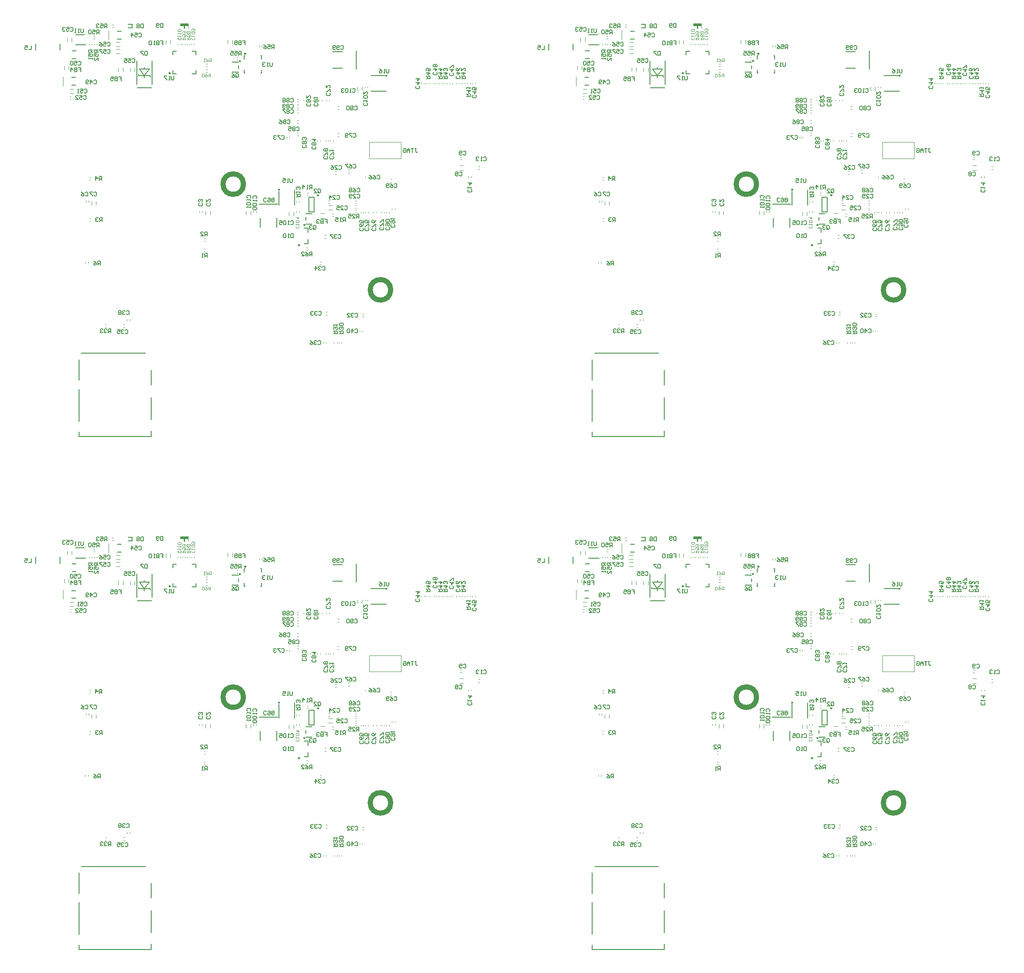
<source format=gbo>
G04 Layer_Color=32896*
%FSLAX24Y24*%
%MOIN*%
G70*
G01*
G75*
%ADD12C,0.0080*%
%ADD63C,0.0100*%
%ADD112C,0.0394*%
%ADD114C,0.0098*%
%ADD116C,0.0039*%
%ADD117C,0.0050*%
%ADD118C,0.0079*%
%ADD119C,0.0040*%
%ADD218R,0.0069X0.0276*%
G36*
X56727Y70560D02*
Y70373D01*
X56688D01*
Y70560D01*
X56452D01*
Y70373D01*
X56353D01*
Y70560D01*
X56078D01*
Y70757D01*
X56727D01*
Y70560D01*
D02*
G37*
G36*
X17357D02*
Y70373D01*
X17318D01*
Y70560D01*
X17082D01*
Y70373D01*
X16983D01*
Y70560D01*
X16707D01*
Y70757D01*
X17357D01*
Y70560D01*
D02*
G37*
G36*
X56727Y31190D02*
Y31003D01*
X56688D01*
Y31190D01*
X56452D01*
Y31003D01*
X56353D01*
Y31190D01*
X56078D01*
Y31387D01*
X56727D01*
Y31190D01*
D02*
G37*
G36*
X17357D02*
Y31003D01*
X17318D01*
Y31190D01*
X17082D01*
Y31003D01*
X16983D01*
Y31190D01*
X16707D01*
Y31387D01*
X17357D01*
Y31190D01*
D02*
G37*
D12*
X9458Y30584D02*
G03*
X9458Y30584I-22J0D01*
G01*
X48828D02*
G03*
X48828Y30584I-22J0D01*
G01*
X9458Y69954D02*
G03*
X9458Y69954I-22J0D01*
G01*
X48828D02*
G03*
X48828Y69954I-22J0D01*
G01*
D63*
X32559Y27391D02*
G03*
X32559Y27391I-39J0D01*
G01*
X21326Y28522D02*
G03*
X21326Y28522I-39J0D01*
G01*
X24331Y18641D02*
G03*
X24331Y18641I-39J0D01*
G01*
X26267Y15928D02*
G03*
X26267Y15928I-39J0D01*
G01*
X71929Y27391D02*
G03*
X71929Y27391I-39J0D01*
G01*
X60696Y28522D02*
G03*
X60696Y28522I-39J0D01*
G01*
X63701Y18641D02*
G03*
X63701Y18641I-39J0D01*
G01*
X65637Y15928D02*
G03*
X65637Y15928I-39J0D01*
G01*
X32559Y66761D02*
G03*
X32559Y66761I-39J0D01*
G01*
X21326Y67893D02*
G03*
X21326Y67893I-39J0D01*
G01*
X24331Y58011D02*
G03*
X24331Y58011I-39J0D01*
G01*
X26267Y55298D02*
G03*
X26267Y55298I-39J0D01*
G01*
X71929Y66761D02*
G03*
X71929Y66761I-39J0D01*
G01*
X60696Y67893D02*
G03*
X60696Y67893I-39J0D01*
G01*
X63701Y58011D02*
G03*
X63701Y58011I-39J0D01*
G01*
X65637Y55298D02*
G03*
X65637Y55298I-39J0D01*
G01*
D112*
X32860Y10954D02*
G03*
X32860Y10954I-787J0D01*
G01*
X21565Y19065D02*
G03*
X21565Y19065I-787J0D01*
G01*
X72230Y10954D02*
G03*
X72230Y10954I-787J0D01*
G01*
X60935Y19065D02*
G03*
X60935Y19065I-787J0D01*
G01*
X32860Y50324D02*
G03*
X32860Y50324I-787J0D01*
G01*
X21565Y58435D02*
G03*
X21565Y58435I-787J0D01*
G01*
X72230Y50324D02*
G03*
X72230Y50324I-787J0D01*
G01*
X60935Y58435D02*
G03*
X60935Y58435I-787J0D01*
G01*
D114*
X25868Y14391D02*
G03*
X25868Y14391I-49J0D01*
G01*
X15950Y27583D02*
G03*
X15950Y27583I-49J0D01*
G01*
X27333Y18209D02*
G03*
X27333Y18209I-49J0D01*
G01*
X21741Y29077D02*
G03*
X21741Y29077I-49J0D01*
G01*
X65238Y14391D02*
G03*
X65238Y14391I-49J0D01*
G01*
X55320Y27583D02*
G03*
X55320Y27583I-49J0D01*
G01*
X66704Y18209D02*
G03*
X66704Y18209I-49J0D01*
G01*
X61111Y29077D02*
G03*
X61111Y29077I-49J0D01*
G01*
X25868Y53761D02*
G03*
X25868Y53761I-49J0D01*
G01*
X15950Y66953D02*
G03*
X15950Y66953I-49J0D01*
G01*
X27333Y57579D02*
G03*
X27333Y57579I-49J0D01*
G01*
X21741Y68447D02*
G03*
X21741Y68447I-49J0D01*
G01*
X65238Y53761D02*
G03*
X65238Y53761I-49J0D01*
G01*
X55320Y66953D02*
G03*
X55320Y66953I-49J0D01*
G01*
X66704Y57579D02*
G03*
X66704Y57579I-49J0D01*
G01*
X61111Y68447D02*
G03*
X61111Y68447I-49J0D01*
G01*
D116*
X11490Y31308D02*
X11568D01*
X11490Y31092D02*
X11568D01*
X11212Y30143D02*
Y30854D01*
X7712Y26593D02*
Y27304D01*
X26393Y13992D02*
X26472D01*
X26393Y14208D02*
X26472D01*
X31212Y21020D02*
Y22280D01*
Y21020D02*
X33653D01*
Y22280D01*
X31212D02*
X33653D01*
X39593Y20198D02*
X39672D01*
X39593Y20415D02*
X39672D01*
X38824Y19567D02*
Y19646D01*
X39041Y19567D02*
Y19646D01*
X38144Y20139D02*
X38420D01*
X38144Y20483D02*
X38420D01*
X38193Y21165D02*
X38272D01*
X38193Y20948D02*
X38272D01*
X30474Y7761D02*
Y7839D01*
X30691Y7761D02*
Y7839D01*
X28874Y6861D02*
Y6939D01*
X29091Y6861D02*
Y6939D01*
X28524Y6861D02*
Y6939D01*
X28741Y6861D02*
Y6939D01*
X27891Y6861D02*
Y6939D01*
X27674Y6861D02*
Y6939D01*
X30693Y9108D02*
X30772D01*
X30693Y8892D02*
X30772D01*
X27893Y9258D02*
X27972D01*
X27893Y9042D02*
X27972D01*
X12361Y8286D02*
X12440D01*
X12361Y8070D02*
X12440D01*
X12837Y8611D02*
Y8689D01*
X12621Y8611D02*
Y8689D01*
X10940Y8092D02*
X11019D01*
X10940Y8308D02*
X11019D01*
X9641Y13011D02*
Y13089D01*
X9424Y13011D02*
Y13089D01*
X9743Y16242D02*
X9822D01*
X9743Y16458D02*
X9822D01*
X9915Y17462D02*
Y17738D01*
X10259Y17462D02*
Y17738D01*
X9691Y17711D02*
Y17789D01*
X9474Y17711D02*
Y17789D01*
X9743Y19392D02*
X9822D01*
X9743Y19608D02*
X9822D01*
X10330Y29752D02*
Y29830D01*
X10114Y29752D02*
Y29830D01*
X9714Y29752D02*
Y29830D01*
X9930Y29752D02*
Y29830D01*
X10056Y30439D02*
X10134D01*
X10056Y30223D02*
X10134D01*
X8055Y30003D02*
Y30279D01*
X8399Y30003D02*
Y30279D01*
X8146Y27862D02*
Y28138D01*
X7802Y27862D02*
Y28138D01*
X8241Y26033D02*
X8517D01*
X8241Y26377D02*
X8517D01*
X8240Y25808D02*
X8318D01*
X8240Y25592D02*
X8318D01*
X11791Y29633D02*
X12067D01*
X11791Y29977D02*
X12067D01*
X11965Y27712D02*
Y27988D01*
X12309Y27712D02*
Y27988D01*
X13231Y27700D02*
Y27975D01*
X12886Y27700D02*
Y27975D01*
X15950Y29812D02*
Y30088D01*
X15605Y29812D02*
Y30088D01*
X17791Y29761D02*
Y29839D01*
X17574Y29761D02*
Y29839D01*
X21043Y28808D02*
X21122D01*
X21043Y28592D02*
X21122D01*
X20700Y29862D02*
Y30138D01*
X20355Y29862D02*
Y30138D01*
X22991Y29611D02*
Y29689D01*
X22774Y29611D02*
Y29689D01*
X25091Y22611D02*
Y22689D01*
X24874Y22611D02*
Y22689D01*
X25693Y23008D02*
X25772D01*
X25693Y22792D02*
X25772D01*
X26474Y22361D02*
Y22439D01*
X26691Y22361D02*
Y22439D01*
X27224Y22361D02*
Y22439D01*
X27441Y22361D02*
Y22439D01*
X22541Y16911D02*
Y16989D01*
X22324Y16911D02*
Y16989D01*
X21765Y16712D02*
Y16988D01*
X22109Y16712D02*
Y16988D01*
X25841Y16911D02*
Y16989D01*
X25624Y16911D02*
Y16989D01*
X25065Y16662D02*
Y16938D01*
X25409Y16662D02*
Y16938D01*
X25624Y17661D02*
Y17739D01*
X25841Y17661D02*
Y17739D01*
X26443Y18408D02*
X26522D01*
X26443Y18192D02*
X26522D01*
X27793Y15158D02*
X27872D01*
X27793Y14942D02*
X27872D01*
X27443Y12892D02*
X27522D01*
X27443Y13108D02*
X27522D01*
X28393Y16592D02*
X28472D01*
X28393Y16808D02*
X28472D01*
X27494Y16817D02*
X27770D01*
X27494Y16473D02*
X27770D01*
X28094Y17083D02*
X28370D01*
X28094Y17427D02*
X28370D01*
X28093Y17808D02*
X28172D01*
X28093Y17592D02*
X28172D01*
X39124Y26761D02*
Y26839D01*
X39341Y26761D02*
Y26839D01*
X38941Y26761D02*
Y26839D01*
X38724Y26761D02*
Y26839D01*
X38541Y26761D02*
Y26839D01*
X38324Y26761D02*
Y26839D01*
X37924Y26761D02*
Y26839D01*
X38141Y26761D02*
Y26839D01*
X37374Y26761D02*
Y26839D01*
X37591Y26761D02*
Y26839D01*
X37191Y26761D02*
Y26839D01*
X36974Y26761D02*
Y26839D01*
X36791Y26761D02*
Y26839D01*
X36574Y26761D02*
Y26839D01*
X36174Y26761D02*
Y26839D01*
X36391Y26761D02*
Y26839D01*
X35841Y26761D02*
Y26839D01*
X35624Y26761D02*
Y26839D01*
X35224Y26761D02*
Y26839D01*
X35441Y26761D02*
Y26839D01*
X31087Y26461D02*
Y26539D01*
X30871Y26461D02*
Y26539D01*
X30312Y26262D02*
Y26538D01*
X30656Y26262D02*
Y26538D01*
X32959Y17128D02*
Y17207D01*
X33176Y17128D02*
Y17207D01*
X32524Y16861D02*
Y16939D01*
X32741Y16861D02*
Y16939D01*
X32124Y16861D02*
Y16939D01*
X32341Y16861D02*
Y16939D01*
X31524Y16861D02*
Y16939D01*
X31741Y16861D02*
Y16939D01*
X30924Y16861D02*
Y16939D01*
X31141Y16861D02*
Y16939D01*
X30574Y16861D02*
Y16939D01*
X30791Y16861D02*
Y16939D01*
X30143Y17108D02*
X30222D01*
X30143Y16892D02*
X30222D01*
X30143Y17458D02*
X30222D01*
X30143Y17242D02*
X30222D01*
X30143Y17808D02*
X30222D01*
X30143Y17592D02*
X30222D01*
X32843Y19242D02*
X32922D01*
X32843Y19458D02*
X32922D01*
X31141Y19561D02*
Y19639D01*
X30924Y19561D02*
Y19639D01*
X29593Y19942D02*
X29672D01*
X29593Y20158D02*
X29672D01*
X28593Y19842D02*
X28672D01*
X28593Y20058D02*
X28672D01*
X28793Y22742D02*
X28872D01*
X28793Y22958D02*
X28872D01*
X28224Y22361D02*
Y22439D01*
X28441Y22361D02*
Y22439D01*
X27874Y22361D02*
Y22439D01*
X28091Y22361D02*
Y22439D01*
X25693Y23958D02*
X25772D01*
X25693Y23742D02*
X25772D01*
X25693Y24758D02*
X25772D01*
X25693Y24542D02*
X25772D01*
X25693Y25158D02*
X25772D01*
X25693Y24942D02*
X25772D01*
X25693Y25608D02*
X25772D01*
X25693Y25392D02*
X25772D01*
X26391Y25461D02*
Y25539D01*
X26174Y25461D02*
Y25539D01*
X27591Y25461D02*
Y25539D01*
X27374Y25461D02*
Y25539D01*
X28141Y25461D02*
Y25539D01*
X27924Y25461D02*
Y25539D01*
X28793Y24842D02*
X28872D01*
X28793Y25058D02*
X28872D01*
X18543Y13892D02*
X18622D01*
X18543Y14108D02*
X18622D01*
X18543Y14692D02*
X18622D01*
X18543Y14908D02*
X18622D01*
X18665Y16712D02*
Y16988D01*
X19009Y16712D02*
Y16988D01*
X18391Y16911D02*
Y16989D01*
X18174Y16911D02*
Y16989D01*
X11791Y29083D02*
X12067D01*
X11791Y29427D02*
X12067D01*
X17091Y29761D02*
Y29839D01*
X16874Y29761D02*
Y29839D01*
X17441Y29761D02*
Y29839D01*
X17224Y29761D02*
Y29839D01*
X16741Y29761D02*
Y29839D01*
X16524Y29761D02*
Y29839D01*
X18693Y27642D02*
X18772D01*
X18693Y27858D02*
X18772D01*
X18693Y28092D02*
X18772D01*
X18693Y28308D02*
X18772D01*
X50860Y31308D02*
X50939D01*
X50860Y31092D02*
X50939D01*
X50582Y30143D02*
Y30854D01*
X47082Y26593D02*
Y27304D01*
X65763Y13992D02*
X65842D01*
X65763Y14208D02*
X65842D01*
X70582Y21020D02*
Y22280D01*
Y21020D02*
X73023D01*
Y22280D01*
X70582D02*
X73023D01*
X78963Y20198D02*
X79042D01*
X78963Y20415D02*
X79042D01*
X78194Y19567D02*
Y19646D01*
X78411Y19567D02*
Y19646D01*
X77515Y20139D02*
X77790D01*
X77515Y20483D02*
X77790D01*
X77563Y21165D02*
X77642D01*
X77563Y20948D02*
X77642D01*
X69844Y7761D02*
Y7839D01*
X70061Y7761D02*
Y7839D01*
X68244Y6861D02*
Y6939D01*
X68461Y6861D02*
Y6939D01*
X67894Y6861D02*
Y6939D01*
X68111Y6861D02*
Y6939D01*
X67261Y6861D02*
Y6939D01*
X67044Y6861D02*
Y6939D01*
X70063Y9108D02*
X70142D01*
X70063Y8892D02*
X70142D01*
X67263Y9258D02*
X67342D01*
X67263Y9042D02*
X67342D01*
X51732Y8286D02*
X51810D01*
X51732Y8070D02*
X51810D01*
X52207Y8611D02*
Y8689D01*
X51991Y8611D02*
Y8689D01*
X50310Y8092D02*
X50389D01*
X50310Y8308D02*
X50389D01*
X49011Y13011D02*
Y13089D01*
X48794Y13011D02*
Y13089D01*
X49113Y16242D02*
X49192D01*
X49113Y16458D02*
X49192D01*
X49285Y17462D02*
Y17738D01*
X49630Y17462D02*
Y17738D01*
X49061Y17711D02*
Y17789D01*
X48844Y17711D02*
Y17789D01*
X49113Y19392D02*
X49192D01*
X49113Y19608D02*
X49192D01*
X49700Y29752D02*
Y29830D01*
X49484Y29752D02*
Y29830D01*
X49084Y29752D02*
Y29830D01*
X49300Y29752D02*
Y29830D01*
X49426Y30439D02*
X49504D01*
X49426Y30223D02*
X49504D01*
X47425Y30003D02*
Y30279D01*
X47769Y30003D02*
Y30279D01*
X47517Y27862D02*
Y28138D01*
X47172Y27862D02*
Y28138D01*
X47611Y26033D02*
X47887D01*
X47611Y26377D02*
X47887D01*
X47610Y25808D02*
X47689D01*
X47610Y25592D02*
X47689D01*
X51161Y29633D02*
X51437D01*
X51161Y29977D02*
X51437D01*
X51335Y27712D02*
Y27988D01*
X51680Y27712D02*
Y27988D01*
X52601Y27700D02*
Y27975D01*
X52256Y27700D02*
Y27975D01*
X55320Y29812D02*
Y30088D01*
X54975Y29812D02*
Y30088D01*
X57161Y29761D02*
Y29839D01*
X56944Y29761D02*
Y29839D01*
X60413Y28808D02*
X60492D01*
X60413Y28592D02*
X60492D01*
X60070Y29862D02*
Y30138D01*
X59725Y29862D02*
Y30138D01*
X62361Y29611D02*
Y29689D01*
X62144Y29611D02*
Y29689D01*
X64461Y22611D02*
Y22689D01*
X64244Y22611D02*
Y22689D01*
X65063Y23008D02*
X65142D01*
X65063Y22792D02*
X65142D01*
X65844Y22361D02*
Y22439D01*
X66061Y22361D02*
Y22439D01*
X66594Y22361D02*
Y22439D01*
X66811Y22361D02*
Y22439D01*
X61911Y16911D02*
Y16989D01*
X61694Y16911D02*
Y16989D01*
X61135Y16712D02*
Y16988D01*
X61480Y16712D02*
Y16988D01*
X65211Y16911D02*
Y16989D01*
X64994Y16911D02*
Y16989D01*
X64435Y16662D02*
Y16938D01*
X64780Y16662D02*
Y16938D01*
X64994Y17661D02*
Y17739D01*
X65211Y17661D02*
Y17739D01*
X65813Y18408D02*
X65892D01*
X65813Y18192D02*
X65892D01*
X67163Y15158D02*
X67242D01*
X67163Y14942D02*
X67242D01*
X66813Y12892D02*
X66892D01*
X66813Y13108D02*
X66892D01*
X67763Y16592D02*
X67842D01*
X67763Y16808D02*
X67842D01*
X66865Y16817D02*
X67140D01*
X66865Y16473D02*
X67140D01*
X67465Y17083D02*
X67740D01*
X67465Y17427D02*
X67740D01*
X67463Y17808D02*
X67542D01*
X67463Y17592D02*
X67542D01*
X78494Y26761D02*
Y26839D01*
X78711Y26761D02*
Y26839D01*
X78311Y26761D02*
Y26839D01*
X78094Y26761D02*
Y26839D01*
X77911Y26761D02*
Y26839D01*
X77694Y26761D02*
Y26839D01*
X77294Y26761D02*
Y26839D01*
X77511Y26761D02*
Y26839D01*
X76744Y26761D02*
Y26839D01*
X76961Y26761D02*
Y26839D01*
X76561Y26761D02*
Y26839D01*
X76344Y26761D02*
Y26839D01*
X76161Y26761D02*
Y26839D01*
X75944Y26761D02*
Y26839D01*
X75544Y26761D02*
Y26839D01*
X75761Y26761D02*
Y26839D01*
X75211Y26761D02*
Y26839D01*
X74994Y26761D02*
Y26839D01*
X74594Y26761D02*
Y26839D01*
X74811Y26761D02*
Y26839D01*
X70457Y26461D02*
Y26539D01*
X70241Y26461D02*
Y26539D01*
X69682Y26262D02*
Y26538D01*
X70026Y26262D02*
Y26538D01*
X72330Y17128D02*
Y17207D01*
X72546Y17128D02*
Y17207D01*
X71894Y16861D02*
Y16939D01*
X72111Y16861D02*
Y16939D01*
X71494Y16861D02*
Y16939D01*
X71711Y16861D02*
Y16939D01*
X70894Y16861D02*
Y16939D01*
X71111Y16861D02*
Y16939D01*
X70294Y16861D02*
Y16939D01*
X70511Y16861D02*
Y16939D01*
X69944Y16861D02*
Y16939D01*
X70161Y16861D02*
Y16939D01*
X69513Y17108D02*
X69592D01*
X69513Y16892D02*
X69592D01*
X69513Y17458D02*
X69592D01*
X69513Y17242D02*
X69592D01*
X69513Y17808D02*
X69592D01*
X69513Y17592D02*
X69592D01*
X72213Y19242D02*
X72292D01*
X72213Y19458D02*
X72292D01*
X70511Y19561D02*
Y19639D01*
X70294Y19561D02*
Y19639D01*
X68963Y19942D02*
X69042D01*
X68963Y20158D02*
X69042D01*
X67963Y19842D02*
X68042D01*
X67963Y20058D02*
X68042D01*
X68163Y22742D02*
X68242D01*
X68163Y22958D02*
X68242D01*
X67594Y22361D02*
Y22439D01*
X67811Y22361D02*
Y22439D01*
X67244Y22361D02*
Y22439D01*
X67461Y22361D02*
Y22439D01*
X65063Y23958D02*
X65142D01*
X65063Y23742D02*
X65142D01*
X65063Y24758D02*
X65142D01*
X65063Y24542D02*
X65142D01*
X65063Y25158D02*
X65142D01*
X65063Y24942D02*
X65142D01*
X65063Y25608D02*
X65142D01*
X65063Y25392D02*
X65142D01*
X65761Y25461D02*
Y25539D01*
X65544Y25461D02*
Y25539D01*
X66961Y25461D02*
Y25539D01*
X66744Y25461D02*
Y25539D01*
X67511Y25461D02*
Y25539D01*
X67294Y25461D02*
Y25539D01*
X68163Y24842D02*
X68242D01*
X68163Y25058D02*
X68242D01*
X57913Y13892D02*
X57992D01*
X57913Y14108D02*
X57992D01*
X57913Y14692D02*
X57992D01*
X57913Y14908D02*
X57992D01*
X58035Y16712D02*
Y16988D01*
X58380Y16712D02*
Y16988D01*
X57761Y16911D02*
Y16989D01*
X57544Y16911D02*
Y16989D01*
X51161Y29083D02*
X51437D01*
X51161Y29427D02*
X51437D01*
X56461Y29761D02*
Y29839D01*
X56244Y29761D02*
Y29839D01*
X56811Y29761D02*
Y29839D01*
X56594Y29761D02*
Y29839D01*
X56111Y29761D02*
Y29839D01*
X55894Y29761D02*
Y29839D01*
X58063Y27642D02*
X58142D01*
X58063Y27858D02*
X58142D01*
X58063Y28092D02*
X58142D01*
X58063Y28308D02*
X58142D01*
X11490Y70678D02*
X11568D01*
X11490Y70462D02*
X11568D01*
X11212Y69513D02*
Y70224D01*
X7712Y65963D02*
Y66674D01*
X26393Y53362D02*
X26472D01*
X26393Y53578D02*
X26472D01*
X31212Y60390D02*
Y61650D01*
Y60390D02*
X33653D01*
Y61650D01*
X31212D02*
X33653D01*
X39593Y59568D02*
X39672D01*
X39593Y59785D02*
X39672D01*
X38824Y58937D02*
Y59016D01*
X39041Y58937D02*
Y59016D01*
X38144Y59509D02*
X38420D01*
X38144Y59854D02*
X38420D01*
X38193Y60535D02*
X38272D01*
X38193Y60318D02*
X38272D01*
X30474Y47131D02*
Y47209D01*
X30691Y47131D02*
Y47209D01*
X28874Y46231D02*
Y46309D01*
X29091Y46231D02*
Y46309D01*
X28524Y46231D02*
Y46309D01*
X28741Y46231D02*
Y46309D01*
X27891Y46231D02*
Y46309D01*
X27674Y46231D02*
Y46309D01*
X30693Y48478D02*
X30772D01*
X30693Y48262D02*
X30772D01*
X27893Y48628D02*
X27972D01*
X27893Y48412D02*
X27972D01*
X12361Y47656D02*
X12440D01*
X12361Y47440D02*
X12440D01*
X12837Y47981D02*
Y48059D01*
X12621Y47981D02*
Y48059D01*
X10940Y47462D02*
X11019D01*
X10940Y47678D02*
X11019D01*
X9641Y52381D02*
Y52459D01*
X9424Y52381D02*
Y52459D01*
X9743Y55612D02*
X9822D01*
X9743Y55828D02*
X9822D01*
X9915Y56832D02*
Y57108D01*
X10259Y56832D02*
Y57108D01*
X9691Y57081D02*
Y57159D01*
X9474Y57081D02*
Y57159D01*
X9743Y58762D02*
X9822D01*
X9743Y58978D02*
X9822D01*
X10330Y69122D02*
Y69201D01*
X10114Y69122D02*
Y69201D01*
X9714Y69122D02*
Y69201D01*
X9930Y69122D02*
Y69201D01*
X10056Y69809D02*
X10134D01*
X10056Y69593D02*
X10134D01*
X8055Y69373D02*
Y69649D01*
X8399Y69373D02*
Y69649D01*
X8146Y67232D02*
Y67508D01*
X7802Y67232D02*
Y67508D01*
X8241Y65403D02*
X8517D01*
X8241Y65747D02*
X8517D01*
X8240Y65178D02*
X8318D01*
X8240Y64962D02*
X8318D01*
X11791Y69003D02*
X12067D01*
X11791Y69347D02*
X12067D01*
X11965Y67082D02*
Y67358D01*
X12309Y67082D02*
Y67358D01*
X13231Y67070D02*
Y67345D01*
X12886Y67070D02*
Y67345D01*
X15950Y69182D02*
Y69458D01*
X15605Y69182D02*
Y69458D01*
X17791Y69131D02*
Y69209D01*
X17574Y69131D02*
Y69209D01*
X21043Y68178D02*
X21122D01*
X21043Y67962D02*
X21122D01*
X20700Y69232D02*
Y69508D01*
X20355Y69232D02*
Y69508D01*
X22991Y68981D02*
Y69059D01*
X22774Y68981D02*
Y69059D01*
X25091Y61981D02*
Y62059D01*
X24874Y61981D02*
Y62059D01*
X25693Y62378D02*
X25772D01*
X25693Y62162D02*
X25772D01*
X26474Y61731D02*
Y61809D01*
X26691Y61731D02*
Y61809D01*
X27224Y61731D02*
Y61809D01*
X27441Y61731D02*
Y61809D01*
X22541Y56281D02*
Y56359D01*
X22324Y56281D02*
Y56359D01*
X21765Y56082D02*
Y56358D01*
X22109Y56082D02*
Y56358D01*
X25841Y56281D02*
Y56359D01*
X25624Y56281D02*
Y56359D01*
X25065Y56032D02*
Y56308D01*
X25409Y56032D02*
Y56308D01*
X25624Y57031D02*
Y57109D01*
X25841Y57031D02*
Y57109D01*
X26443Y57778D02*
X26522D01*
X26443Y57562D02*
X26522D01*
X27793Y54528D02*
X27872D01*
X27793Y54312D02*
X27872D01*
X27443Y52262D02*
X27522D01*
X27443Y52478D02*
X27522D01*
X28393Y55962D02*
X28472D01*
X28393Y56178D02*
X28472D01*
X27494Y56187D02*
X27770D01*
X27494Y55843D02*
X27770D01*
X28094Y56453D02*
X28370D01*
X28094Y56797D02*
X28370D01*
X28093Y57178D02*
X28172D01*
X28093Y56962D02*
X28172D01*
X39124Y66131D02*
Y66209D01*
X39341Y66131D02*
Y66209D01*
X38941Y66131D02*
Y66209D01*
X38724Y66131D02*
Y66209D01*
X38541Y66131D02*
Y66209D01*
X38324Y66131D02*
Y66209D01*
X37924Y66131D02*
Y66209D01*
X38141Y66131D02*
Y66209D01*
X37374Y66131D02*
Y66209D01*
X37591Y66131D02*
Y66209D01*
X37191Y66131D02*
Y66209D01*
X36974Y66131D02*
Y66209D01*
X36791Y66131D02*
Y66209D01*
X36574Y66131D02*
Y66209D01*
X36174Y66131D02*
Y66209D01*
X36391Y66131D02*
Y66209D01*
X35841Y66131D02*
Y66209D01*
X35624Y66131D02*
Y66209D01*
X35224Y66131D02*
Y66209D01*
X35441Y66131D02*
Y66209D01*
X31087Y65831D02*
Y65909D01*
X30871Y65831D02*
Y65909D01*
X30312Y65632D02*
Y65908D01*
X30656Y65632D02*
Y65908D01*
X32959Y56498D02*
Y56577D01*
X33176Y56498D02*
Y56577D01*
X32524Y56231D02*
Y56309D01*
X32741Y56231D02*
Y56309D01*
X32124Y56231D02*
Y56309D01*
X32341Y56231D02*
Y56309D01*
X31524Y56231D02*
Y56309D01*
X31741Y56231D02*
Y56309D01*
X30924Y56231D02*
Y56309D01*
X31141Y56231D02*
Y56309D01*
X30574Y56231D02*
Y56309D01*
X30791Y56231D02*
Y56309D01*
X30143Y56478D02*
X30222D01*
X30143Y56262D02*
X30222D01*
X30143Y56828D02*
X30222D01*
X30143Y56612D02*
X30222D01*
X30143Y57178D02*
X30222D01*
X30143Y56962D02*
X30222D01*
X32843Y58612D02*
X32922D01*
X32843Y58828D02*
X32922D01*
X31141Y58931D02*
Y59009D01*
X30924Y58931D02*
Y59009D01*
X29593Y59312D02*
X29672D01*
X29593Y59528D02*
X29672D01*
X28593Y59212D02*
X28672D01*
X28593Y59428D02*
X28672D01*
X28793Y62112D02*
X28872D01*
X28793Y62328D02*
X28872D01*
X28224Y61731D02*
Y61809D01*
X28441Y61731D02*
Y61809D01*
X27874Y61731D02*
Y61809D01*
X28091Y61731D02*
Y61809D01*
X25693Y63328D02*
X25772D01*
X25693Y63112D02*
X25772D01*
X25693Y64128D02*
X25772D01*
X25693Y63912D02*
X25772D01*
X25693Y64528D02*
X25772D01*
X25693Y64312D02*
X25772D01*
X25693Y64978D02*
X25772D01*
X25693Y64762D02*
X25772D01*
X26391Y64831D02*
Y64909D01*
X26174Y64831D02*
Y64909D01*
X27591Y64831D02*
Y64909D01*
X27374Y64831D02*
Y64909D01*
X28141Y64831D02*
Y64909D01*
X27924Y64831D02*
Y64909D01*
X28793Y64212D02*
X28872D01*
X28793Y64428D02*
X28872D01*
X18543Y53262D02*
X18622D01*
X18543Y53478D02*
X18622D01*
X18543Y54062D02*
X18622D01*
X18543Y54278D02*
X18622D01*
X18665Y56082D02*
Y56358D01*
X19009Y56082D02*
Y56358D01*
X18391Y56281D02*
Y56359D01*
X18174Y56281D02*
Y56359D01*
X11791Y68453D02*
X12067D01*
X11791Y68797D02*
X12067D01*
X17091Y69131D02*
Y69209D01*
X16874Y69131D02*
Y69209D01*
X17441Y69131D02*
Y69209D01*
X17224Y69131D02*
Y69209D01*
X16741Y69131D02*
Y69209D01*
X16524Y69131D02*
Y69209D01*
X18693Y67012D02*
X18772D01*
X18693Y67228D02*
X18772D01*
X18693Y67462D02*
X18772D01*
X18693Y67678D02*
X18772D01*
X50860Y70678D02*
X50939D01*
X50860Y70462D02*
X50939D01*
X50582Y69513D02*
Y70224D01*
X47082Y65963D02*
Y66674D01*
X65763Y53362D02*
X65842D01*
X65763Y53578D02*
X65842D01*
X70582Y60390D02*
Y61650D01*
Y60390D02*
X73023D01*
Y61650D01*
X70582D02*
X73023D01*
X78963Y59568D02*
X79042D01*
X78963Y59785D02*
X79042D01*
X78194Y58937D02*
Y59016D01*
X78411Y58937D02*
Y59016D01*
X77515Y59509D02*
X77790D01*
X77515Y59854D02*
X77790D01*
X77563Y60535D02*
X77642D01*
X77563Y60318D02*
X77642D01*
X69844Y47131D02*
Y47209D01*
X70061Y47131D02*
Y47209D01*
X68244Y46231D02*
Y46309D01*
X68461Y46231D02*
Y46309D01*
X67894Y46231D02*
Y46309D01*
X68111Y46231D02*
Y46309D01*
X67261Y46231D02*
Y46309D01*
X67044Y46231D02*
Y46309D01*
X70063Y48478D02*
X70142D01*
X70063Y48262D02*
X70142D01*
X67263Y48628D02*
X67342D01*
X67263Y48412D02*
X67342D01*
X51732Y47656D02*
X51810D01*
X51732Y47440D02*
X51810D01*
X52207Y47981D02*
Y48059D01*
X51991Y47981D02*
Y48059D01*
X50310Y47462D02*
X50389D01*
X50310Y47678D02*
X50389D01*
X49011Y52381D02*
Y52459D01*
X48794Y52381D02*
Y52459D01*
X49113Y55612D02*
X49192D01*
X49113Y55828D02*
X49192D01*
X49285Y56832D02*
Y57108D01*
X49630Y56832D02*
Y57108D01*
X49061Y57081D02*
Y57159D01*
X48844Y57081D02*
Y57159D01*
X49113Y58762D02*
X49192D01*
X49113Y58978D02*
X49192D01*
X49700Y69122D02*
Y69201D01*
X49484Y69122D02*
Y69201D01*
X49084Y69122D02*
Y69201D01*
X49300Y69122D02*
Y69201D01*
X49426Y69809D02*
X49504D01*
X49426Y69593D02*
X49504D01*
X47425Y69373D02*
Y69649D01*
X47769Y69373D02*
Y69649D01*
X47517Y67232D02*
Y67508D01*
X47172Y67232D02*
Y67508D01*
X47611Y65403D02*
X47887D01*
X47611Y65747D02*
X47887D01*
X47610Y65178D02*
X47689D01*
X47610Y64962D02*
X47689D01*
X51161Y69003D02*
X51437D01*
X51161Y69347D02*
X51437D01*
X51335Y67082D02*
Y67358D01*
X51680Y67082D02*
Y67358D01*
X52601Y67070D02*
Y67345D01*
X52256Y67070D02*
Y67345D01*
X55320Y69182D02*
Y69458D01*
X54975Y69182D02*
Y69458D01*
X57161Y69131D02*
Y69209D01*
X56944Y69131D02*
Y69209D01*
X60413Y68178D02*
X60492D01*
X60413Y67962D02*
X60492D01*
X60070Y69232D02*
Y69508D01*
X59725Y69232D02*
Y69508D01*
X62361Y68981D02*
Y69059D01*
X62144Y68981D02*
Y69059D01*
X64461Y61981D02*
Y62059D01*
X64244Y61981D02*
Y62059D01*
X65063Y62378D02*
X65142D01*
X65063Y62162D02*
X65142D01*
X65844Y61731D02*
Y61809D01*
X66061Y61731D02*
Y61809D01*
X66594Y61731D02*
Y61809D01*
X66811Y61731D02*
Y61809D01*
X61911Y56281D02*
Y56359D01*
X61694Y56281D02*
Y56359D01*
X61135Y56082D02*
Y56358D01*
X61480Y56082D02*
Y56358D01*
X65211Y56281D02*
Y56359D01*
X64994Y56281D02*
Y56359D01*
X64435Y56032D02*
Y56308D01*
X64780Y56032D02*
Y56308D01*
X64994Y57031D02*
Y57109D01*
X65211Y57031D02*
Y57109D01*
X65813Y57778D02*
X65892D01*
X65813Y57562D02*
X65892D01*
X67163Y54528D02*
X67242D01*
X67163Y54312D02*
X67242D01*
X66813Y52262D02*
X66892D01*
X66813Y52478D02*
X66892D01*
X67763Y55962D02*
X67842D01*
X67763Y56178D02*
X67842D01*
X66865Y56187D02*
X67140D01*
X66865Y55843D02*
X67140D01*
X67465Y56453D02*
X67740D01*
X67465Y56797D02*
X67740D01*
X67463Y57178D02*
X67542D01*
X67463Y56962D02*
X67542D01*
X78494Y66131D02*
Y66209D01*
X78711Y66131D02*
Y66209D01*
X78311Y66131D02*
Y66209D01*
X78094Y66131D02*
Y66209D01*
X77911Y66131D02*
Y66209D01*
X77694Y66131D02*
Y66209D01*
X77294Y66131D02*
Y66209D01*
X77511Y66131D02*
Y66209D01*
X76744Y66131D02*
Y66209D01*
X76961Y66131D02*
Y66209D01*
X76561Y66131D02*
Y66209D01*
X76344Y66131D02*
Y66209D01*
X76161Y66131D02*
Y66209D01*
X75944Y66131D02*
Y66209D01*
X75544Y66131D02*
Y66209D01*
X75761Y66131D02*
Y66209D01*
X75211Y66131D02*
Y66209D01*
X74994Y66131D02*
Y66209D01*
X74594Y66131D02*
Y66209D01*
X74811Y66131D02*
Y66209D01*
X70457Y65831D02*
Y65909D01*
X70241Y65831D02*
Y65909D01*
X69682Y65632D02*
Y65908D01*
X70026Y65632D02*
Y65908D01*
X72330Y56498D02*
Y56577D01*
X72546Y56498D02*
Y56577D01*
X71894Y56231D02*
Y56309D01*
X72111Y56231D02*
Y56309D01*
X71494Y56231D02*
Y56309D01*
X71711Y56231D02*
Y56309D01*
X70894Y56231D02*
Y56309D01*
X71111Y56231D02*
Y56309D01*
X70294Y56231D02*
Y56309D01*
X70511Y56231D02*
Y56309D01*
X69944Y56231D02*
Y56309D01*
X70161Y56231D02*
Y56309D01*
X69513Y56478D02*
X69592D01*
X69513Y56262D02*
X69592D01*
X69513Y56828D02*
X69592D01*
X69513Y56612D02*
X69592D01*
X69513Y57178D02*
X69592D01*
X69513Y56962D02*
X69592D01*
X72213Y58612D02*
X72292D01*
X72213Y58828D02*
X72292D01*
X70511Y58931D02*
Y59009D01*
X70294Y58931D02*
Y59009D01*
X68963Y59312D02*
X69042D01*
X68963Y59528D02*
X69042D01*
X67963Y59212D02*
X68042D01*
X67963Y59428D02*
X68042D01*
X68163Y62112D02*
X68242D01*
X68163Y62328D02*
X68242D01*
X67594Y61731D02*
Y61809D01*
X67811Y61731D02*
Y61809D01*
X67244Y61731D02*
Y61809D01*
X67461Y61731D02*
Y61809D01*
X65063Y63328D02*
X65142D01*
X65063Y63112D02*
X65142D01*
X65063Y64128D02*
X65142D01*
X65063Y63912D02*
X65142D01*
X65063Y64528D02*
X65142D01*
X65063Y64312D02*
X65142D01*
X65063Y64978D02*
X65142D01*
X65063Y64762D02*
X65142D01*
X65761Y64831D02*
Y64909D01*
X65544Y64831D02*
Y64909D01*
X66961Y64831D02*
Y64909D01*
X66744Y64831D02*
Y64909D01*
X67511Y64831D02*
Y64909D01*
X67294Y64831D02*
Y64909D01*
X68163Y64212D02*
X68242D01*
X68163Y64428D02*
X68242D01*
X57913Y53262D02*
X57992D01*
X57913Y53478D02*
X57992D01*
X57913Y54062D02*
X57992D01*
X57913Y54278D02*
X57992D01*
X58035Y56082D02*
Y56358D01*
X58380Y56082D02*
Y56358D01*
X57761Y56281D02*
Y56359D01*
X57544Y56281D02*
Y56359D01*
X51161Y68453D02*
X51437D01*
X51161Y68797D02*
X51437D01*
X56461Y69131D02*
Y69209D01*
X56244Y69131D02*
Y69209D01*
X56811Y69131D02*
Y69209D01*
X56594Y69131D02*
Y69209D01*
X56111Y69131D02*
Y69209D01*
X55894Y69131D02*
Y69209D01*
X58063Y67012D02*
X58142D01*
X58063Y67228D02*
X58142D01*
X58063Y67462D02*
X58142D01*
X58063Y67678D02*
X58142D01*
D117*
X31339Y26209D02*
X32520D01*
X31339Y27391D02*
X32402D01*
X12722Y31338D02*
X13037D01*
X12722Y31062D02*
X13037D01*
X9132Y6079D02*
X14053D01*
X8941Y4012D02*
Y5587D01*
Y863D02*
Y3323D01*
Y-299D02*
Y75D01*
Y-299D02*
X14433D01*
X14467D01*
Y144D01*
Y991D02*
Y2693D01*
Y3668D02*
Y4800D01*
X8678Y30535D02*
X9357D01*
X8678Y29747D02*
X9466D01*
X13422Y26456D02*
X14505D01*
X14534Y26732D02*
Y28543D01*
X13393Y26732D02*
Y28543D01*
X13520Y27391D02*
Y27490D01*
Y27391D02*
X14406D01*
Y27293D02*
Y27391D01*
X13570Y27883D02*
X13963Y27391D01*
X13570Y27883D02*
X14357D01*
X13963Y27391D02*
X14357Y27883D01*
X13963Y27244D02*
Y27391D01*
Y27883D02*
Y28031D01*
X20696Y28444D02*
X21168D01*
X20696Y27656D02*
X21168D01*
Y27932D02*
Y28168D01*
X22774Y17527D02*
X24171D01*
X25473Y17459D02*
Y18641D01*
X24292Y17459D02*
Y18522D01*
X26346Y16282D02*
Y16518D01*
Y16794D02*
X26818D01*
X26346Y16006D02*
X26818D01*
X30209Y27911D02*
Y29309D01*
X5600Y29345D02*
Y29817D01*
X7490Y29345D02*
Y29817D01*
X32729Y27900D02*
Y27650D01*
X32679Y27600D01*
X32579D01*
X32529Y27650D01*
Y27900D01*
X32429Y27600D02*
X32329D01*
X32379D01*
Y27900D01*
X32429Y27850D01*
X31979Y27900D02*
X32079Y27850D01*
X32179Y27750D01*
Y27650D01*
X32129Y27600D01*
X32029D01*
X31979Y27650D01*
Y27700D01*
X32029Y27750D01*
X32179D01*
X26832Y13550D02*
Y13850D01*
X26682D01*
X26632Y13800D01*
Y13700D01*
X26682Y13650D01*
X26832D01*
X26732D02*
X26632Y13550D01*
X26332Y13850D02*
X26432Y13800D01*
X26532Y13700D01*
Y13600D01*
X26482Y13550D01*
X26382D01*
X26332Y13600D01*
Y13650D01*
X26382Y13700D01*
X26532D01*
X26033Y13550D02*
X26232D01*
X26033Y13750D01*
Y13800D01*
X26083Y13850D01*
X26182D01*
X26232Y13800D01*
X25382Y15250D02*
Y14950D01*
X25232D01*
X25182Y15000D01*
Y15200D01*
X25232Y15250D01*
X25382D01*
X25082Y14950D02*
X24982D01*
X25032D01*
Y15250D01*
X25082Y15200D01*
X24832D02*
X24782Y15250D01*
X24683D01*
X24633Y15200D01*
Y15000D01*
X24683Y14950D01*
X24782D01*
X24832Y15000D01*
Y15200D01*
X13879Y31350D02*
Y31050D01*
X13729D01*
X13679Y31100D01*
Y31300D01*
X13729Y31350D01*
X13879D01*
X13579Y31300D02*
X13529Y31350D01*
X13429D01*
X13379Y31300D01*
Y31250D01*
X13429Y31200D01*
X13379Y31150D01*
Y31100D01*
X13429Y31050D01*
X13529D01*
X13579Y31100D01*
Y31150D01*
X13529Y31200D01*
X13579Y31250D01*
Y31300D01*
X13529Y31200D02*
X13429D01*
X21498Y30065D02*
X21698D01*
Y29915D01*
X21598D01*
X21698D01*
Y29765D01*
X21398Y30065D02*
Y29765D01*
X21248D01*
X21198Y29815D01*
Y29865D01*
X21248Y29915D01*
X21398D01*
X21248D01*
X21198Y29965D01*
Y30015D01*
X21248Y30065D01*
X21398D01*
X21098Y30015D02*
X21048Y30065D01*
X20948D01*
X20898Y30015D01*
Y29965D01*
X20948Y29915D01*
X20898Y29865D01*
Y29815D01*
X20948Y29765D01*
X21048D01*
X21098Y29815D01*
Y29865D01*
X21048Y29915D01*
X21098Y29965D01*
Y30015D01*
X21048Y29915D02*
X20948D01*
X25332Y19500D02*
Y19250D01*
X25282Y19200D01*
X25182D01*
X25132Y19250D01*
Y19500D01*
X25032Y19200D02*
X24932D01*
X24982D01*
Y19500D01*
X25032Y19450D01*
X24583Y19500D02*
X24782D01*
Y19350D01*
X24682Y19400D01*
X24633D01*
X24583Y19350D01*
Y19250D01*
X24633Y19200D01*
X24732D01*
X24782Y19250D01*
X23779Y28400D02*
Y28150D01*
X23729Y28100D01*
X23629D01*
X23579Y28150D01*
Y28400D01*
X23479Y28100D02*
X23379D01*
X23429D01*
Y28400D01*
X23479Y28350D01*
X23229D02*
X23179Y28400D01*
X23079D01*
X23029Y28350D01*
Y28300D01*
X23079Y28250D01*
X23129D01*
X23079D01*
X23029Y28200D01*
Y28150D01*
X23079Y28100D01*
X23179D01*
X23229Y28150D01*
X16232Y27350D02*
Y27100D01*
X16182Y27050D01*
X16082D01*
X16032Y27100D01*
Y27350D01*
X15932Y27050D02*
X15832D01*
X15882D01*
Y27350D01*
X15932Y27300D01*
X15682Y27350D02*
X15483D01*
Y27300D01*
X15682Y27100D01*
Y27050D01*
X9279Y31000D02*
Y30750D01*
X9229Y30700D01*
X9129D01*
X9079Y30750D01*
Y31000D01*
X8979Y30700D02*
X8879D01*
X8929D01*
Y31000D01*
X8979Y30950D01*
X8729Y30700D02*
X8629D01*
X8679D01*
Y31000D01*
X8729Y30950D01*
X10679Y19350D02*
Y19650D01*
X10529D01*
X10479Y19600D01*
Y19500D01*
X10529Y19450D01*
X10679D01*
X10579D02*
X10479Y19350D01*
X10229D02*
Y19650D01*
X10379Y19500D01*
X10179D01*
X10729Y16200D02*
Y16500D01*
X10579D01*
X10529Y16450D01*
Y16350D01*
X10579Y16300D01*
X10729D01*
X10629D02*
X10529Y16200D01*
X10429Y16450D02*
X10379Y16500D01*
X10279D01*
X10229Y16450D01*
Y16400D01*
X10279Y16350D01*
X10329D01*
X10279D01*
X10229Y16300D01*
Y16250D01*
X10279Y16200D01*
X10379D01*
X10429Y16250D01*
X18782Y15100D02*
Y15400D01*
X18632D01*
X18582Y15350D01*
Y15250D01*
X18632Y15200D01*
X18782D01*
X18682D02*
X18582Y15100D01*
X18282D02*
X18482D01*
X18282Y15300D01*
Y15350D01*
X18332Y15400D01*
X18432D01*
X18482Y15350D01*
X18782Y13450D02*
Y13750D01*
X18632D01*
X18582Y13700D01*
Y13600D01*
X18632Y13550D01*
X18782D01*
X18682D02*
X18582Y13450D01*
X18482D02*
X18382D01*
X18432D01*
Y13750D01*
X18482Y13700D01*
X10582Y12850D02*
Y13150D01*
X10432D01*
X10382Y13100D01*
Y13000D01*
X10432Y12950D01*
X10582D01*
X10482D02*
X10382Y12850D01*
X10082Y13150D02*
X10182Y13100D01*
X10282Y13000D01*
Y12900D01*
X10232Y12850D01*
X10132D01*
X10082Y12900D01*
Y12950D01*
X10132Y13000D01*
X10282D01*
X23932Y29450D02*
Y29750D01*
X23782D01*
X23732Y29700D01*
Y29600D01*
X23782Y29550D01*
X23932D01*
X23832D02*
X23732Y29450D01*
X23432Y29750D02*
X23632D01*
Y29600D01*
X23532Y29650D01*
X23482D01*
X23432Y29600D01*
Y29500D01*
X23482Y29450D01*
X23582D01*
X23632Y29500D01*
X23133Y29750D02*
X23233Y29700D01*
X23332Y29600D01*
Y29500D01*
X23282Y29450D01*
X23183D01*
X23133Y29500D01*
Y29550D01*
X23183Y29600D01*
X23332D01*
X21379Y28950D02*
Y29250D01*
X21229D01*
X21179Y29200D01*
Y29100D01*
X21229Y29050D01*
X21379D01*
X21279D02*
X21179Y28950D01*
X20879Y29250D02*
X21079D01*
Y29100D01*
X20979Y29150D01*
X20929D01*
X20879Y29100D01*
Y29000D01*
X20929Y28950D01*
X21029D01*
X21079Y29000D01*
X20579Y29250D02*
X20779D01*
Y29100D01*
X20679Y29150D01*
X20629D01*
X20579Y29100D01*
Y29000D01*
X20629Y28950D01*
X20729D01*
X20779Y29000D01*
X35582Y27150D02*
X35882D01*
Y27300D01*
X35832Y27350D01*
X35732D01*
X35682Y27300D01*
Y27150D01*
Y27250D02*
X35582Y27350D01*
Y27600D02*
X35882D01*
X35732Y27450D01*
Y27650D01*
X35882Y27950D02*
Y27750D01*
X35732D01*
X35782Y27850D01*
Y27900D01*
X35732Y27950D01*
X35632D01*
X35582Y27900D01*
Y27800D01*
X35632Y27750D01*
X36532Y27150D02*
X36832D01*
Y27300D01*
X36782Y27350D01*
X36682D01*
X36632Y27300D01*
Y27150D01*
Y27250D02*
X36532Y27350D01*
Y27600D02*
X36832D01*
X36682Y27450D01*
Y27650D01*
X36532Y27900D02*
X36832D01*
X36682Y27750D01*
Y27950D01*
X36932Y27150D02*
X37232D01*
Y27300D01*
X37182Y27350D01*
X37082D01*
X37032Y27300D01*
Y27150D01*
Y27250D02*
X36932Y27350D01*
Y27600D02*
X37232D01*
X37082Y27450D01*
Y27650D01*
X37182Y27750D02*
X37232Y27800D01*
Y27900D01*
X37182Y27950D01*
X37132D01*
X37082Y27900D01*
Y27850D01*
Y27900D01*
X37032Y27950D01*
X36982D01*
X36932Y27900D01*
Y27800D01*
X36982Y27750D01*
X38282Y27150D02*
X38582D01*
Y27300D01*
X38532Y27350D01*
X38432D01*
X38382Y27300D01*
Y27150D01*
Y27250D02*
X38282Y27350D01*
Y27600D02*
X38582D01*
X38432Y27450D01*
Y27650D01*
X38282Y27950D02*
Y27750D01*
X38482Y27950D01*
X38532D01*
X38582Y27900D01*
Y27800D01*
X38532Y27750D01*
X38682Y25800D02*
X38982D01*
Y25950D01*
X38932Y26000D01*
X38832D01*
X38782Y25950D01*
Y25800D01*
Y25900D02*
X38682Y26000D01*
Y26250D02*
X38982D01*
X38832Y26100D01*
Y26300D01*
X38682Y26400D02*
Y26500D01*
Y26450D01*
X38982D01*
X38932Y26400D01*
X11379Y7650D02*
Y7950D01*
X11229D01*
X11179Y7900D01*
Y7800D01*
X11229Y7750D01*
X11379D01*
X11279D02*
X11179Y7650D01*
X11079Y7900D02*
X11029Y7950D01*
X10929D01*
X10879Y7900D01*
Y7850D01*
X10929Y7800D01*
X10979D01*
X10929D01*
X10879Y7750D01*
Y7700D01*
X10929Y7650D01*
X11029D01*
X11079Y7700D01*
X10779Y7900D02*
X10729Y7950D01*
X10629D01*
X10579Y7900D01*
Y7850D01*
X10629Y7800D01*
X10679D01*
X10629D01*
X10579Y7750D01*
Y7700D01*
X10629Y7650D01*
X10729D01*
X10779Y7700D01*
X28482Y7600D02*
X28782D01*
Y7750D01*
X28732Y7800D01*
X28632D01*
X28582Y7750D01*
Y7600D01*
Y7700D02*
X28482Y7800D01*
X28732Y7900D02*
X28782Y7950D01*
Y8050D01*
X28732Y8100D01*
X28682D01*
X28632Y8050D01*
Y8000D01*
Y8050D01*
X28582Y8100D01*
X28532D01*
X28482Y8050D01*
Y7950D01*
X28532Y7900D01*
X28482Y8200D02*
Y8300D01*
Y8250D01*
X28782D01*
X28732Y8200D01*
X28932Y7600D02*
X29232D01*
Y7750D01*
X29182Y7800D01*
X29082D01*
X29032Y7750D01*
Y7600D01*
Y7700D02*
X28932Y7800D01*
X29182Y7900D02*
X29232Y7950D01*
Y8050D01*
X29182Y8100D01*
X29132D01*
X29082Y8050D01*
Y8000D01*
Y8050D01*
X29032Y8100D01*
X28982D01*
X28932Y8050D01*
Y7950D01*
X28982Y7900D01*
X29182Y8200D02*
X29232Y8250D01*
Y8350D01*
X29182Y8400D01*
X28982D01*
X28932Y8350D01*
Y8250D01*
X28982Y8200D01*
X29182D01*
X30432Y16450D02*
Y16750D01*
X30282D01*
X30232Y16700D01*
Y16600D01*
X30282Y16550D01*
X30432D01*
X30332D02*
X30232Y16450D01*
X29932D02*
X30132D01*
X29932Y16650D01*
Y16700D01*
X29982Y16750D01*
X30082D01*
X30132Y16700D01*
X29633Y16750D02*
X29832D01*
Y16600D01*
X29733Y16650D01*
X29683D01*
X29633Y16600D01*
Y16500D01*
X29683Y16450D01*
X29782D01*
X29832Y16500D01*
X29382Y16200D02*
Y16500D01*
X29232D01*
X29182Y16450D01*
Y16350D01*
X29232Y16300D01*
X29382D01*
X29282D02*
X29182Y16200D01*
X29082D02*
X28982D01*
X29032D01*
Y16500D01*
X29082Y16450D01*
X28633Y16500D02*
X28832D01*
Y16350D01*
X28732Y16400D01*
X28683D01*
X28633Y16350D01*
Y16250D01*
X28683Y16200D01*
X28782D01*
X28832Y16250D01*
X26832Y18700D02*
Y19000D01*
X26682D01*
X26632Y18950D01*
Y18850D01*
X26682Y18800D01*
X26832D01*
X26732D02*
X26632Y18700D01*
X26532D02*
X26432D01*
X26482D01*
Y19000D01*
X26532Y18950D01*
X26133Y18700D02*
Y19000D01*
X26282Y18850D01*
X26083D01*
X25632Y18100D02*
X25932D01*
Y18250D01*
X25882Y18300D01*
X25782D01*
X25732Y18250D01*
Y18100D01*
Y18200D02*
X25632Y18300D01*
Y18400D02*
Y18500D01*
Y18450D01*
X25932D01*
X25882Y18400D01*
Y18650D02*
X25932Y18700D01*
Y18800D01*
X25882Y18850D01*
X25832D01*
X25782Y18800D01*
Y18750D01*
Y18800D01*
X25732Y18850D01*
X25682D01*
X25632Y18800D01*
Y18700D01*
X25682Y18650D01*
X11079Y31050D02*
Y31350D01*
X10929D01*
X10879Y31300D01*
Y31200D01*
X10929Y31150D01*
X11079D01*
X10979D02*
X10879Y31050D01*
X10579Y31350D02*
X10779D01*
Y31200D01*
X10679Y31250D01*
X10629D01*
X10579Y31200D01*
Y31100D01*
X10629Y31050D01*
X10729D01*
X10779Y31100D01*
X10479Y31300D02*
X10429Y31350D01*
X10329D01*
X10279Y31300D01*
Y31250D01*
X10329Y31200D01*
X10379D01*
X10329D01*
X10279Y31150D01*
Y31100D01*
X10329Y31050D01*
X10429D01*
X10479Y31100D01*
X10429Y29350D02*
X10129D01*
Y29200D01*
X10179Y29150D01*
X10279D01*
X10329Y29200D01*
Y29350D01*
Y29250D02*
X10429Y29150D01*
X10129Y28850D02*
Y29050D01*
X10279D01*
X10229Y28950D01*
Y28900D01*
X10279Y28850D01*
X10379D01*
X10429Y28900D01*
Y29000D01*
X10379Y29050D01*
X10429Y28550D02*
Y28750D01*
X10229Y28550D01*
X10179D01*
X10129Y28600D01*
Y28700D01*
X10179Y28750D01*
X9979Y29350D02*
X9679D01*
Y29200D01*
X9729Y29150D01*
X9829D01*
X9879Y29200D01*
Y29350D01*
Y29250D02*
X9979Y29150D01*
X9679Y28850D02*
Y29050D01*
X9829D01*
X9779Y28950D01*
Y28900D01*
X9829Y28850D01*
X9929D01*
X9979Y28900D01*
Y29000D01*
X9929Y29050D01*
X9979Y28750D02*
Y28650D01*
Y28700D01*
X9679D01*
X9729Y28750D01*
X10479Y30600D02*
Y30900D01*
X10329D01*
X10279Y30850D01*
Y30750D01*
X10329Y30700D01*
X10479D01*
X10379D02*
X10279Y30600D01*
X9979Y30900D02*
X10179D01*
Y30750D01*
X10079Y30800D01*
X10029D01*
X9979Y30750D01*
Y30650D01*
X10029Y30600D01*
X10129D01*
X10179Y30650D01*
X9879Y30850D02*
X9829Y30900D01*
X9729D01*
X9679Y30850D01*
Y30650D01*
X9729Y30600D01*
X9829D01*
X9879Y30650D01*
Y30850D01*
X26932Y15650D02*
Y15850D01*
X26982Y15900D01*
X27082D01*
X27132Y15850D01*
Y15650D01*
X27082Y15600D01*
X26982D01*
X27032Y15700D02*
X26932Y15600D01*
X26982D02*
X26932Y15650D01*
X26832Y15850D02*
X26782Y15900D01*
X26682D01*
X26632Y15850D01*
Y15800D01*
X26682Y15750D01*
X26732D01*
X26682D01*
X26632Y15700D01*
Y15650D01*
X26682Y15600D01*
X26782D01*
X26832Y15650D01*
X27282Y18450D02*
Y18650D01*
X27332Y18700D01*
X27432D01*
X27482Y18650D01*
Y18450D01*
X27432Y18400D01*
X27332D01*
X27382Y18500D02*
X27282Y18400D01*
X27332D02*
X27282Y18450D01*
X26982Y18400D02*
X27182D01*
X26982Y18600D01*
Y18650D01*
X27032Y18700D01*
X27132D01*
X27182Y18650D01*
X5279Y29700D02*
Y29400D01*
X5079D01*
X4779Y29700D02*
X4979D01*
Y29550D01*
X4879Y29600D01*
X4829D01*
X4779Y29550D01*
Y29450D01*
X4829Y29400D01*
X4929D01*
X4979Y29450D01*
X15182Y30050D02*
X15382D01*
Y29900D01*
X15282D01*
X15382D01*
Y29750D01*
X15082Y30050D02*
Y29750D01*
X14932D01*
X14882Y29800D01*
Y29850D01*
X14932Y29900D01*
X15082D01*
X14932D01*
X14882Y29950D01*
Y30000D01*
X14932Y30050D01*
X15082D01*
X14782Y29750D02*
X14683D01*
X14732D01*
Y30050D01*
X14782Y30000D01*
X14533D02*
X14483Y30050D01*
X14383D01*
X14333Y30000D01*
Y29800D01*
X14383Y29750D01*
X14483D01*
X14533Y29800D01*
Y30000D01*
X27782Y16350D02*
X27982D01*
Y16200D01*
X27882D01*
X27982D01*
Y16050D01*
X27682Y16350D02*
Y16050D01*
X27532D01*
X27482Y16100D01*
Y16150D01*
X27532Y16200D01*
X27682D01*
X27532D01*
X27482Y16250D01*
Y16300D01*
X27532Y16350D01*
X27682D01*
X27382Y16300D02*
X27332Y16350D01*
X27233D01*
X27183Y16300D01*
Y16250D01*
X27233Y16200D01*
X27283D01*
X27233D01*
X27183Y16150D01*
Y16100D01*
X27233Y16050D01*
X27332D01*
X27382Y16100D01*
X11979Y27300D02*
X12179D01*
Y27150D01*
X12079D01*
X12179D01*
Y27000D01*
X11879Y27300D02*
Y27000D01*
X11729D01*
X11679Y27050D01*
Y27100D01*
X11729Y27150D01*
X11879D01*
X11729D01*
X11679Y27200D01*
Y27250D01*
X11729Y27300D01*
X11879D01*
X11379D02*
X11579D01*
Y27150D01*
X11479Y27200D01*
X11429D01*
X11379Y27150D01*
Y27050D01*
X11429Y27000D01*
X11529D01*
X11579Y27050D01*
X8876Y28000D02*
X9076D01*
Y27850D01*
X8976D01*
X9076D01*
Y27700D01*
X8776Y28000D02*
Y27700D01*
X8626D01*
X8576Y27750D01*
Y27800D01*
X8626Y27850D01*
X8776D01*
X8626D01*
X8576Y27900D01*
Y27950D01*
X8626Y28000D01*
X8776D01*
X8326Y27700D02*
Y28000D01*
X8476Y27850D01*
X8276D01*
X14179Y29250D02*
Y28950D01*
X14029D01*
X13979Y29000D01*
Y29200D01*
X14029Y29250D01*
X14179D01*
X13879D02*
X13679D01*
Y29200D01*
X13879Y29000D01*
Y28950D01*
X10079Y18400D02*
X10129Y18450D01*
X10229D01*
X10279Y18400D01*
Y18200D01*
X10229Y18150D01*
X10129D01*
X10079Y18200D01*
X9979Y18450D02*
X9779D01*
Y18400D01*
X9979Y18200D01*
Y18150D01*
X9429Y18400D02*
X9479Y18450D01*
X9579D01*
X9629Y18400D01*
Y18200D01*
X9579Y18150D01*
X9479D01*
X9429Y18200D01*
X9129Y18450D02*
X9229Y18400D01*
X9329Y18300D01*
Y18200D01*
X9279Y18150D01*
X9179D01*
X9129Y18200D01*
Y18250D01*
X9179Y18300D01*
X9329D01*
X18382Y17600D02*
X18432Y17550D01*
Y17450D01*
X18382Y17400D01*
X18182D01*
X18132Y17450D01*
Y17550D01*
X18182Y17600D01*
X18382Y17700D02*
X18432Y17750D01*
Y17850D01*
X18382Y17900D01*
X18332D01*
X18282Y17850D01*
Y17800D01*
Y17850D01*
X18232Y17900D01*
X18182D01*
X18132Y17850D01*
Y17750D01*
X18182Y17700D01*
X18982Y17600D02*
X19032Y17550D01*
Y17450D01*
X18982Y17400D01*
X18782D01*
X18732Y17450D01*
Y17550D01*
X18782Y17600D01*
X18732Y17900D02*
Y17700D01*
X18932Y17900D01*
X18982D01*
X19032Y17850D01*
Y17750D01*
X18982Y17700D01*
X39032Y18650D02*
X39082Y18600D01*
Y18500D01*
X39032Y18450D01*
X38832D01*
X38782Y18500D01*
Y18600D01*
X38832Y18650D01*
X38782Y18750D02*
Y18850D01*
Y18800D01*
X39082D01*
X39032Y18750D01*
X38782Y19150D02*
X39082D01*
X38932Y19000D01*
Y19200D01*
X39982Y21100D02*
X40032Y21150D01*
X40132D01*
X40182Y21100D01*
Y20900D01*
X40132Y20850D01*
X40032D01*
X39982Y20900D01*
X39882Y20850D02*
X39782D01*
X39832D01*
Y21150D01*
X39882Y21100D01*
X39632D02*
X39582Y21150D01*
X39483D01*
X39433Y21100D01*
Y21050D01*
X39483Y21000D01*
X39532D01*
X39483D01*
X39433Y20950D01*
Y20900D01*
X39483Y20850D01*
X39582D01*
X39632Y20900D01*
X38432Y21550D02*
X38482Y21600D01*
X38582D01*
X38632Y21550D01*
Y21350D01*
X38582Y21300D01*
X38482D01*
X38432Y21350D01*
X38332D02*
X38282Y21300D01*
X38182D01*
X38132Y21350D01*
Y21550D01*
X38182Y21600D01*
X38282D01*
X38332Y21550D01*
Y21500D01*
X38282Y21450D01*
X38132D01*
X38132Y19950D02*
X38182Y20000D01*
X38282D01*
X38332Y19950D01*
Y19750D01*
X38282Y19700D01*
X38182D01*
X38132Y19750D01*
X38032Y19950D02*
X37982Y20000D01*
X37882D01*
X37832Y19950D01*
Y19900D01*
X37882Y19850D01*
X37832Y19800D01*
Y19750D01*
X37882Y19700D01*
X37982D01*
X38032Y19750D01*
Y19800D01*
X37982Y19850D01*
X38032Y19900D01*
Y19950D01*
X37982Y19850D02*
X37882D01*
X25182Y16200D02*
X25232Y16250D01*
X25332D01*
X25382Y16200D01*
Y16000D01*
X25332Y15950D01*
X25232D01*
X25182Y16000D01*
X25082Y15950D02*
X24982D01*
X25032D01*
Y16250D01*
X25082Y16200D01*
X24832D02*
X24782Y16250D01*
X24683D01*
X24633Y16200D01*
Y16000D01*
X24683Y15950D01*
X24782D01*
X24832Y16000D01*
Y16200D01*
X24333Y16250D02*
X24533D01*
Y16100D01*
X24433Y16150D01*
X24383D01*
X24333Y16100D01*
Y16000D01*
X24383Y15950D01*
X24483D01*
X24533Y16000D01*
X23332Y17750D02*
X23282Y17700D01*
X23182D01*
X23132Y17750D01*
Y17950D01*
X23182Y18000D01*
X23282D01*
X23332Y17950D01*
X23432D02*
X23482Y18000D01*
X23582D01*
X23632Y17950D01*
Y17750D01*
X23582Y17700D01*
X23482D01*
X23432Y17750D01*
Y17800D01*
X23482Y17850D01*
X23632D01*
X23732Y17750D02*
X23782Y17700D01*
X23882D01*
X23932Y17750D01*
Y17800D01*
X23882Y17850D01*
X23932Y17900D01*
Y17950D01*
X23882Y18000D01*
X23782D01*
X23732Y17950D01*
Y17900D01*
X23782Y17850D01*
X23732Y17800D01*
Y17750D01*
X23782Y17850D02*
X23882D01*
X29929Y26350D02*
X29979Y26400D01*
X30079D01*
X30129Y26350D01*
Y26150D01*
X30079Y26100D01*
X29979D01*
X29929Y26150D01*
X29829Y26100D02*
X29729D01*
X29779D01*
Y26400D01*
X29829Y26350D01*
X29579D02*
X29529Y26400D01*
X29429D01*
X29379Y26350D01*
Y26150D01*
X29429Y26100D01*
X29529D01*
X29579Y26150D01*
Y26350D01*
X29279D02*
X29229Y26400D01*
X29129D01*
X29079Y26350D01*
Y26300D01*
X29129Y26250D01*
X29179D01*
X29129D01*
X29079Y26200D01*
Y26150D01*
X29129Y26100D01*
X29229D01*
X29279Y26150D01*
X31029Y25300D02*
X31079Y25250D01*
Y25150D01*
X31029Y25100D01*
X30829D01*
X30779Y25150D01*
Y25250D01*
X30829Y25300D01*
X30779Y25400D02*
Y25500D01*
Y25450D01*
X31079D01*
X31029Y25400D01*
Y25650D02*
X31079Y25700D01*
Y25800D01*
X31029Y25850D01*
X30829D01*
X30779Y25800D01*
Y25700D01*
X30829Y25650D01*
X31029D01*
X30779Y26150D02*
Y25950D01*
X30979Y26150D01*
X31029D01*
X31079Y26100D01*
Y26000D01*
X31029Y25950D01*
X21882Y18000D02*
X21832Y18050D01*
Y18150D01*
X21882Y18200D01*
X22082D01*
X22132Y18150D01*
Y18050D01*
X22082Y18000D01*
X22132Y17900D02*
Y17800D01*
Y17850D01*
X21832D01*
X21882Y17900D01*
Y17650D02*
X21832Y17600D01*
Y17500D01*
X21882Y17450D01*
X22082D01*
X22132Y17500D01*
Y17600D01*
X22082Y17650D01*
X21882D01*
X22132Y17350D02*
Y17250D01*
Y17300D01*
X21832D01*
X21882Y17350D01*
X22332Y17950D02*
X22282Y18000D01*
Y18100D01*
X22332Y18150D01*
X22532D01*
X22582Y18100D01*
Y18000D01*
X22532Y17950D01*
X22582Y17850D02*
Y17750D01*
Y17800D01*
X22282D01*
X22332Y17850D01*
Y17600D02*
X22282Y17550D01*
Y17450D01*
X22332Y17400D01*
X22532D01*
X22582Y17450D01*
Y17550D01*
X22532Y17600D01*
X22332D01*
Y17300D02*
X22282Y17250D01*
Y17150D01*
X22332Y17100D01*
X22532D01*
X22582Y17150D01*
Y17250D01*
X22532Y17300D01*
X22332D01*
X29032Y29650D02*
X29082Y29700D01*
X29182D01*
X29232Y29650D01*
Y29450D01*
X29182Y29400D01*
X29082D01*
X29032Y29450D01*
X28932D02*
X28882Y29400D01*
X28782D01*
X28732Y29450D01*
Y29650D01*
X28782Y29700D01*
X28882D01*
X28932Y29650D01*
Y29600D01*
X28882Y29550D01*
X28732D01*
X28632Y29450D02*
X28582Y29400D01*
X28483D01*
X28433Y29450D01*
Y29650D01*
X28483Y29700D01*
X28582D01*
X28632Y29650D01*
Y29600D01*
X28582Y29550D01*
X28433D01*
X36382Y27650D02*
X36432Y27600D01*
Y27500D01*
X36382Y27450D01*
X36182D01*
X36132Y27500D01*
Y27600D01*
X36182Y27650D01*
X36132Y27900D02*
X36432D01*
X36282Y27750D01*
Y27950D01*
X36382Y28050D02*
X36432Y28100D01*
Y28200D01*
X36382Y28250D01*
X36332D01*
X36282Y28200D01*
X36232Y28250D01*
X36182D01*
X36132Y28200D01*
Y28100D01*
X36182Y28050D01*
X36232D01*
X36282Y28100D01*
X36332Y28050D01*
X36382D01*
X36282Y28100D02*
Y28200D01*
X37632Y27600D02*
X37682Y27550D01*
Y27450D01*
X37632Y27400D01*
X37432D01*
X37382Y27450D01*
Y27550D01*
X37432Y27600D01*
X37382Y27850D02*
X37682D01*
X37532Y27700D01*
Y27900D01*
X37682Y28000D02*
Y28200D01*
X37632D01*
X37432Y28000D01*
X37382D01*
X38132Y27350D02*
X38182Y27300D01*
Y27200D01*
X38132Y27150D01*
X37932D01*
X37882Y27200D01*
Y27300D01*
X37932Y27350D01*
X37882Y27600D02*
X38182D01*
X38032Y27450D01*
Y27650D01*
X38182Y27950D02*
X38132Y27850D01*
X38032Y27750D01*
X37932D01*
X37882Y27800D01*
Y27900D01*
X37932Y27950D01*
X37982D01*
X38032Y27900D01*
Y27750D01*
X39382Y25900D02*
X39432Y25850D01*
Y25750D01*
X39382Y25700D01*
X39182D01*
X39132Y25750D01*
Y25850D01*
X39182Y25900D01*
X39132Y26150D02*
X39432D01*
X39282Y26000D01*
Y26200D01*
X39432Y26500D02*
Y26300D01*
X39282D01*
X39332Y26400D01*
Y26450D01*
X39282Y26500D01*
X39182D01*
X39132Y26450D01*
Y26350D01*
X39182Y26300D01*
X35032Y26600D02*
X35082Y26550D01*
Y26450D01*
X35032Y26400D01*
X34832D01*
X34782Y26450D01*
Y26550D01*
X34832Y26600D01*
X34782Y26850D02*
X35082D01*
X34932Y26700D01*
Y26900D01*
X34782Y27150D02*
X35082D01*
X34932Y27000D01*
Y27200D01*
X30132Y7900D02*
X30182Y7950D01*
X30282D01*
X30332Y7900D01*
Y7700D01*
X30282Y7650D01*
X30182D01*
X30132Y7700D01*
X29882Y7650D02*
Y7950D01*
X30032Y7800D01*
X29832D01*
X29732Y7900D02*
X29682Y7950D01*
X29583D01*
X29533Y7900D01*
Y7700D01*
X29583Y7650D01*
X29682D01*
X29732Y7700D01*
Y7900D01*
X12579Y9300D02*
X12629Y9350D01*
X12729D01*
X12779Y9300D01*
Y9100D01*
X12729Y9050D01*
X12629D01*
X12579Y9100D01*
X12479Y9300D02*
X12429Y9350D01*
X12329D01*
X12279Y9300D01*
Y9250D01*
X12329Y9200D01*
X12379D01*
X12329D01*
X12279Y9150D01*
Y9100D01*
X12329Y9050D01*
X12429D01*
X12479Y9100D01*
X12179Y9300D02*
X12129Y9350D01*
X12029D01*
X11979Y9300D01*
Y9250D01*
X12029Y9200D01*
X11979Y9150D01*
Y9100D01*
X12029Y9050D01*
X12129D01*
X12179Y9100D01*
Y9150D01*
X12129Y9200D01*
X12179Y9250D01*
Y9300D01*
X12129Y9200D02*
X12029D01*
X28832Y15150D02*
X28882Y15200D01*
X28982D01*
X29032Y15150D01*
Y14950D01*
X28982Y14900D01*
X28882D01*
X28832Y14950D01*
X28732Y15150D02*
X28682Y15200D01*
X28582D01*
X28532Y15150D01*
Y15100D01*
X28582Y15050D01*
X28632D01*
X28582D01*
X28532Y15000D01*
Y14950D01*
X28582Y14900D01*
X28682D01*
X28732Y14950D01*
X28432Y15200D02*
X28233D01*
Y15150D01*
X28432Y14950D01*
Y14900D01*
X27282Y7000D02*
X27332Y7050D01*
X27432D01*
X27482Y7000D01*
Y6800D01*
X27432Y6750D01*
X27332D01*
X27282Y6800D01*
X27182Y7000D02*
X27132Y7050D01*
X27032D01*
X26982Y7000D01*
Y6950D01*
X27032Y6900D01*
X27082D01*
X27032D01*
X26982Y6850D01*
Y6800D01*
X27032Y6750D01*
X27132D01*
X27182Y6800D01*
X26683Y7050D02*
X26783Y7000D01*
X26882Y6900D01*
Y6800D01*
X26832Y6750D01*
X26733D01*
X26683Y6800D01*
Y6850D01*
X26733Y6900D01*
X26882D01*
X12479Y7850D02*
X12529Y7900D01*
X12629D01*
X12679Y7850D01*
Y7650D01*
X12629Y7600D01*
X12529D01*
X12479Y7650D01*
X12379Y7850D02*
X12329Y7900D01*
X12229D01*
X12179Y7850D01*
Y7800D01*
X12229Y7750D01*
X12279D01*
X12229D01*
X12179Y7700D01*
Y7650D01*
X12229Y7600D01*
X12329D01*
X12379Y7650D01*
X11879Y7900D02*
X12079D01*
Y7750D01*
X11979Y7800D01*
X11929D01*
X11879Y7750D01*
Y7650D01*
X11929Y7600D01*
X12029D01*
X12079Y7650D01*
X27632Y12700D02*
X27682Y12750D01*
X27782D01*
X27832Y12700D01*
Y12500D01*
X27782Y12450D01*
X27682D01*
X27632Y12500D01*
X27532Y12700D02*
X27482Y12750D01*
X27382D01*
X27332Y12700D01*
Y12650D01*
X27382Y12600D01*
X27432D01*
X27382D01*
X27332Y12550D01*
Y12500D01*
X27382Y12450D01*
X27482D01*
X27532Y12500D01*
X27083Y12450D02*
Y12750D01*
X27232Y12600D01*
X27033D01*
X27332Y9250D02*
X27382Y9300D01*
X27482D01*
X27532Y9250D01*
Y9050D01*
X27482Y9000D01*
X27382D01*
X27332Y9050D01*
X27232Y9250D02*
X27182Y9300D01*
X27082D01*
X27032Y9250D01*
Y9200D01*
X27082Y9150D01*
X27132D01*
X27082D01*
X27032Y9100D01*
Y9050D01*
X27082Y9000D01*
X27182D01*
X27232Y9050D01*
X26932Y9250D02*
X26882Y9300D01*
X26783D01*
X26733Y9250D01*
Y9200D01*
X26783Y9150D01*
X26833D01*
X26783D01*
X26733Y9100D01*
Y9050D01*
X26783Y9000D01*
X26882D01*
X26932Y9050D01*
X30132Y9100D02*
X30182Y9150D01*
X30282D01*
X30332Y9100D01*
Y8900D01*
X30282Y8850D01*
X30182D01*
X30132Y8900D01*
X30032Y9100D02*
X29982Y9150D01*
X29882D01*
X29832Y9100D01*
Y9050D01*
X29882Y9000D01*
X29932D01*
X29882D01*
X29832Y8950D01*
Y8900D01*
X29882Y8850D01*
X29982D01*
X30032Y8900D01*
X29533Y8850D02*
X29732D01*
X29533Y9050D01*
Y9100D01*
X29583Y9150D01*
X29682D01*
X29732Y9100D01*
X30282Y18250D02*
X30332Y18300D01*
X30432D01*
X30482Y18250D01*
Y18050D01*
X30432Y18000D01*
X30332D01*
X30282Y18050D01*
X29982Y18000D02*
X30182D01*
X29982Y18200D01*
Y18250D01*
X30032Y18300D01*
X30132D01*
X30182Y18250D01*
X29882Y18050D02*
X29832Y18000D01*
X29733D01*
X29683Y18050D01*
Y18250D01*
X29733Y18300D01*
X29832D01*
X29882Y18250D01*
Y18200D01*
X29832Y18150D01*
X29683D01*
X28882Y20450D02*
X28932Y20500D01*
X29032D01*
X29082Y20450D01*
Y20250D01*
X29032Y20200D01*
X28932D01*
X28882Y20250D01*
X28582Y20200D02*
X28782D01*
X28582Y20400D01*
Y20450D01*
X28632Y20500D01*
X28732D01*
X28782Y20450D01*
X28283Y20500D02*
X28383Y20450D01*
X28482Y20350D01*
Y20250D01*
X28432Y20200D01*
X28333D01*
X28283Y20250D01*
Y20300D01*
X28333Y20350D01*
X28482D01*
X29332Y17350D02*
X29382Y17400D01*
X29482D01*
X29532Y17350D01*
Y17150D01*
X29482Y17100D01*
X29382D01*
X29332Y17150D01*
X29032Y17100D02*
X29232D01*
X29032Y17300D01*
Y17350D01*
X29082Y17400D01*
X29182D01*
X29232Y17350D01*
X28733Y17400D02*
X28932D01*
Y17250D01*
X28833Y17300D01*
X28783D01*
X28733Y17250D01*
Y17150D01*
X28783Y17100D01*
X28882D01*
X28932Y17150D01*
X28732Y18150D02*
X28782Y18200D01*
X28882D01*
X28932Y18150D01*
Y17950D01*
X28882Y17900D01*
X28782D01*
X28732Y17950D01*
X28432Y17900D02*
X28632D01*
X28432Y18100D01*
Y18150D01*
X28482Y18200D01*
X28582D01*
X28632Y18150D01*
X28183Y17900D02*
Y18200D01*
X28332Y18050D01*
X28133D01*
X33132Y15950D02*
X33182Y15900D01*
Y15800D01*
X33132Y15750D01*
X32932D01*
X32882Y15800D01*
Y15900D01*
X32932Y15950D01*
Y16050D02*
X32882Y16100D01*
Y16200D01*
X32932Y16250D01*
X33132D01*
X33182Y16200D01*
Y16100D01*
X33132Y16050D01*
X33082D01*
X33032Y16100D01*
Y16250D01*
X32882Y16350D02*
Y16450D01*
Y16400D01*
X33182D01*
X33132Y16350D01*
X32732Y15750D02*
X32782Y15700D01*
Y15600D01*
X32732Y15550D01*
X32532D01*
X32482Y15600D01*
Y15700D01*
X32532Y15750D01*
Y15850D02*
X32482Y15900D01*
Y16000D01*
X32532Y16050D01*
X32732D01*
X32782Y16000D01*
Y15900D01*
X32732Y15850D01*
X32682D01*
X32632Y15900D01*
Y16050D01*
X32732Y16150D02*
X32782Y16200D01*
Y16300D01*
X32732Y16350D01*
X32532D01*
X32482Y16300D01*
Y16200D01*
X32532Y16150D01*
X32732D01*
X25182Y25150D02*
X25232Y25200D01*
X25332D01*
X25382Y25150D01*
Y24950D01*
X25332Y24900D01*
X25232D01*
X25182Y24950D01*
X25082Y25150D02*
X25032Y25200D01*
X24932D01*
X24882Y25150D01*
Y25100D01*
X24932Y25050D01*
X24882Y25000D01*
Y24950D01*
X24932Y24900D01*
X25032D01*
X25082Y24950D01*
Y25000D01*
X25032Y25050D01*
X25082Y25100D01*
Y25150D01*
X25032Y25050D02*
X24932D01*
X24782Y24950D02*
X24732Y24900D01*
X24633D01*
X24583Y24950D01*
Y25150D01*
X24633Y25200D01*
X24732D01*
X24782Y25150D01*
Y25100D01*
X24732Y25050D01*
X24583D01*
X25182Y25600D02*
X25232Y25650D01*
X25332D01*
X25382Y25600D01*
Y25400D01*
X25332Y25350D01*
X25232D01*
X25182Y25400D01*
X25082Y25600D02*
X25032Y25650D01*
X24932D01*
X24882Y25600D01*
Y25550D01*
X24932Y25500D01*
X24882Y25450D01*
Y25400D01*
X24932Y25350D01*
X25032D01*
X25082Y25400D01*
Y25450D01*
X25032Y25500D01*
X25082Y25550D01*
Y25600D01*
X25032Y25500D02*
X24932D01*
X24782Y25600D02*
X24732Y25650D01*
X24633D01*
X24583Y25600D01*
Y25550D01*
X24633Y25500D01*
X24583Y25450D01*
Y25400D01*
X24633Y25350D01*
X24732D01*
X24782Y25400D01*
Y25450D01*
X24732Y25500D01*
X24782Y25550D01*
Y25600D01*
X24732Y25500D02*
X24633D01*
X25182Y24750D02*
X25232Y24800D01*
X25332D01*
X25382Y24750D01*
Y24550D01*
X25332Y24500D01*
X25232D01*
X25182Y24550D01*
X25082Y24750D02*
X25032Y24800D01*
X24932D01*
X24882Y24750D01*
Y24700D01*
X24932Y24650D01*
X24882Y24600D01*
Y24550D01*
X24932Y24500D01*
X25032D01*
X25082Y24550D01*
Y24600D01*
X25032Y24650D01*
X25082Y24700D01*
Y24750D01*
X25032Y24650D02*
X24932D01*
X24782Y24800D02*
X24583D01*
Y24750D01*
X24782Y24550D01*
Y24500D01*
X24932Y23950D02*
X24982Y24000D01*
X25082D01*
X25132Y23950D01*
Y23750D01*
X25082Y23700D01*
X24982D01*
X24932Y23750D01*
X24832Y23950D02*
X24782Y24000D01*
X24682D01*
X24632Y23950D01*
Y23900D01*
X24682Y23850D01*
X24632Y23800D01*
Y23750D01*
X24682Y23700D01*
X24782D01*
X24832Y23750D01*
Y23800D01*
X24782Y23850D01*
X24832Y23900D01*
Y23950D01*
X24782Y23850D02*
X24682D01*
X24333Y24000D02*
X24433Y23950D01*
X24532Y23850D01*
Y23750D01*
X24482Y23700D01*
X24383D01*
X24333Y23750D01*
Y23800D01*
X24383Y23850D01*
X24532D01*
X25632Y23400D02*
X25682Y23450D01*
X25782D01*
X25832Y23400D01*
Y23200D01*
X25782Y23150D01*
X25682D01*
X25632Y23200D01*
X25532Y23400D02*
X25482Y23450D01*
X25382D01*
X25332Y23400D01*
Y23350D01*
X25382Y23300D01*
X25332Y23250D01*
Y23200D01*
X25382Y23150D01*
X25482D01*
X25532Y23200D01*
Y23250D01*
X25482Y23300D01*
X25532Y23350D01*
Y23400D01*
X25482Y23300D02*
X25382D01*
X25033Y23450D02*
X25232D01*
Y23300D01*
X25133Y23350D01*
X25083D01*
X25033Y23300D01*
Y23200D01*
X25083Y23150D01*
X25182D01*
X25232Y23200D01*
X27082Y21950D02*
X27132Y21900D01*
Y21800D01*
X27082Y21750D01*
X26882D01*
X26832Y21800D01*
Y21900D01*
X26882Y21950D01*
X27082Y22050D02*
X27132Y22100D01*
Y22200D01*
X27082Y22250D01*
X27032D01*
X26982Y22200D01*
X26932Y22250D01*
X26882D01*
X26832Y22200D01*
Y22100D01*
X26882Y22050D01*
X26932D01*
X26982Y22100D01*
X27032Y22050D01*
X27082D01*
X26982Y22100D02*
Y22200D01*
X26832Y22500D02*
X27132D01*
X26982Y22350D01*
Y22550D01*
X26332Y22050D02*
X26382Y22000D01*
Y21900D01*
X26332Y21850D01*
X26132D01*
X26082Y21900D01*
Y22000D01*
X26132Y22050D01*
X26332Y22150D02*
X26382Y22200D01*
Y22300D01*
X26332Y22350D01*
X26282D01*
X26232Y22300D01*
X26182Y22350D01*
X26132D01*
X26082Y22300D01*
Y22200D01*
X26132Y22150D01*
X26182D01*
X26232Y22200D01*
X26282Y22150D01*
X26332D01*
X26232Y22200D02*
Y22300D01*
X26332Y22450D02*
X26382Y22500D01*
Y22600D01*
X26332Y22650D01*
X26282D01*
X26232Y22600D01*
Y22550D01*
Y22600D01*
X26182Y22650D01*
X26132D01*
X26082Y22600D01*
Y22500D01*
X26132Y22450D01*
X26682Y25250D02*
X26732Y25200D01*
Y25100D01*
X26682Y25050D01*
X26482D01*
X26432Y25100D01*
Y25200D01*
X26482Y25250D01*
X26682Y25350D02*
X26732Y25400D01*
Y25500D01*
X26682Y25550D01*
X26632D01*
X26582Y25500D01*
X26532Y25550D01*
X26482D01*
X26432Y25500D01*
Y25400D01*
X26482Y25350D01*
X26532D01*
X26582Y25400D01*
X26632Y25350D01*
X26682D01*
X26582Y25400D02*
Y25500D01*
X26432Y25850D02*
Y25650D01*
X26632Y25850D01*
X26682D01*
X26732Y25800D01*
Y25700D01*
X26682Y25650D01*
X27232Y25250D02*
X27282Y25200D01*
Y25100D01*
X27232Y25050D01*
X27032D01*
X26982Y25100D01*
Y25200D01*
X27032Y25250D01*
X27232Y25350D02*
X27282Y25400D01*
Y25500D01*
X27232Y25550D01*
X27182D01*
X27132Y25500D01*
X27082Y25550D01*
X27032D01*
X26982Y25500D01*
Y25400D01*
X27032Y25350D01*
X27082D01*
X27132Y25400D01*
X27182Y25350D01*
X27232D01*
X27132Y25400D02*
Y25500D01*
X26982Y25650D02*
Y25750D01*
Y25700D01*
X27282D01*
X27232Y25650D01*
X30082Y25000D02*
X30132Y25050D01*
X30232D01*
X30282Y25000D01*
Y24800D01*
X30232Y24750D01*
X30132D01*
X30082Y24800D01*
X29982Y25000D02*
X29932Y25050D01*
X29832D01*
X29782Y25000D01*
Y24950D01*
X29832Y24900D01*
X29782Y24850D01*
Y24800D01*
X29832Y24750D01*
X29932D01*
X29982Y24800D01*
Y24850D01*
X29932Y24900D01*
X29982Y24950D01*
Y25000D01*
X29932Y24900D02*
X29832D01*
X29682Y25000D02*
X29632Y25050D01*
X29533D01*
X29483Y25000D01*
Y24800D01*
X29533Y24750D01*
X29632D01*
X29682Y24800D01*
Y25000D01*
X29982Y22900D02*
X30032Y22950D01*
X30132D01*
X30182Y22900D01*
Y22700D01*
X30132Y22650D01*
X30032D01*
X29982Y22700D01*
X29882Y22950D02*
X29682D01*
Y22900D01*
X29882Y22700D01*
Y22650D01*
X29582Y22700D02*
X29532Y22650D01*
X29433D01*
X29383Y22700D01*
Y22900D01*
X29433Y22950D01*
X29532D01*
X29582Y22900D01*
Y22850D01*
X29532Y22800D01*
X29383D01*
X27982Y21200D02*
X28032Y21150D01*
Y21050D01*
X27982Y21000D01*
X27782D01*
X27732Y21050D01*
Y21150D01*
X27782Y21200D01*
X28032Y21300D02*
Y21500D01*
X27982D01*
X27782Y21300D01*
X27732D01*
X27982Y21600D02*
X28032Y21650D01*
Y21750D01*
X27982Y21800D01*
X27932D01*
X27882Y21750D01*
X27832Y21800D01*
X27782D01*
X27732Y21750D01*
Y21650D01*
X27782Y21600D01*
X27832D01*
X27882Y21650D01*
X27932Y21600D01*
X27982D01*
X27882Y21650D02*
Y21750D01*
X32282Y15750D02*
X32332Y15700D01*
Y15600D01*
X32282Y15550D01*
X32082D01*
X32032Y15600D01*
Y15700D01*
X32082Y15750D01*
X32332Y15850D02*
Y16050D01*
X32282D01*
X32082Y15850D01*
X32032D01*
X32332Y16150D02*
Y16350D01*
X32282D01*
X32082Y16150D01*
X32032D01*
X31682Y15700D02*
X31732Y15650D01*
Y15550D01*
X31682Y15500D01*
X31482D01*
X31432Y15550D01*
Y15650D01*
X31482Y15700D01*
X31732Y15800D02*
Y16000D01*
X31682D01*
X31482Y15800D01*
X31432D01*
X31732Y16300D02*
X31682Y16200D01*
X31582Y16100D01*
X31482D01*
X31432Y16150D01*
Y16250D01*
X31482Y16300D01*
X31532D01*
X31582Y16250D01*
Y16100D01*
X31132Y15700D02*
X31182Y15650D01*
Y15550D01*
X31132Y15500D01*
X30932D01*
X30882Y15550D01*
Y15650D01*
X30932Y15700D01*
X31182Y15800D02*
Y16000D01*
X31132D01*
X30932Y15800D01*
X30882D01*
X31182Y16300D02*
Y16100D01*
X31032D01*
X31082Y16200D01*
Y16250D01*
X31032Y16300D01*
X30932D01*
X30882Y16250D01*
Y16150D01*
X30932Y16100D01*
X24482Y22750D02*
X24532Y22800D01*
X24632D01*
X24682Y22750D01*
Y22550D01*
X24632Y22500D01*
X24532D01*
X24482Y22550D01*
X24382Y22800D02*
X24182D01*
Y22750D01*
X24382Y22550D01*
Y22500D01*
X24082Y22750D02*
X24032Y22800D01*
X23933D01*
X23883Y22750D01*
Y22700D01*
X23933Y22650D01*
X23983D01*
X23933D01*
X23883Y22600D01*
Y22550D01*
X23933Y22500D01*
X24032D01*
X24082Y22550D01*
X28182Y26050D02*
X28232Y26000D01*
Y25900D01*
X28182Y25850D01*
X27982D01*
X27932Y25900D01*
Y26000D01*
X27982Y26050D01*
X28232Y26150D02*
Y26350D01*
X28182D01*
X27982Y26150D01*
X27932D01*
Y26650D02*
Y26450D01*
X28132Y26650D01*
X28182D01*
X28232Y26600D01*
Y26500D01*
X28182Y26450D01*
X28432Y21200D02*
X28482Y21150D01*
Y21050D01*
X28432Y21000D01*
X28232D01*
X28182Y21050D01*
Y21150D01*
X28232Y21200D01*
X28482Y21300D02*
Y21500D01*
X28432D01*
X28232Y21300D01*
X28182D01*
Y21600D02*
Y21700D01*
Y21650D01*
X28482D01*
X28432Y21600D01*
X33132Y19050D02*
X33182Y19100D01*
X33282D01*
X33332Y19050D01*
Y18850D01*
X33282Y18800D01*
X33182D01*
X33132Y18850D01*
X32832Y19100D02*
X32932Y19050D01*
X33032Y18950D01*
Y18850D01*
X32982Y18800D01*
X32882D01*
X32832Y18850D01*
Y18900D01*
X32882Y18950D01*
X33032D01*
X32732Y18850D02*
X32682Y18800D01*
X32583D01*
X32533Y18850D01*
Y19050D01*
X32583Y19100D01*
X32682D01*
X32732Y19050D01*
Y19000D01*
X32682Y18950D01*
X32533D01*
X30282Y18700D02*
X30332Y18750D01*
X30432D01*
X30482Y18700D01*
Y18500D01*
X30432Y18450D01*
X30332D01*
X30282Y18500D01*
X29982Y18750D02*
X30082Y18700D01*
X30182Y18600D01*
Y18500D01*
X30132Y18450D01*
X30032D01*
X29982Y18500D01*
Y18550D01*
X30032Y18600D01*
X30182D01*
X29882Y18700D02*
X29832Y18750D01*
X29733D01*
X29683Y18700D01*
Y18650D01*
X29733Y18600D01*
X29683Y18550D01*
Y18500D01*
X29733Y18450D01*
X29832D01*
X29882Y18500D01*
Y18550D01*
X29832Y18600D01*
X29882Y18650D01*
Y18700D01*
X29832Y18600D02*
X29733D01*
X29982Y20550D02*
X30032Y20600D01*
X30132D01*
X30182Y20550D01*
Y20350D01*
X30132Y20300D01*
X30032D01*
X29982Y20350D01*
X29682Y20600D02*
X29782Y20550D01*
X29882Y20450D01*
Y20350D01*
X29832Y20300D01*
X29732D01*
X29682Y20350D01*
Y20400D01*
X29732Y20450D01*
X29882D01*
X29582Y20600D02*
X29383D01*
Y20550D01*
X29582Y20350D01*
Y20300D01*
X31832Y19700D02*
X31882Y19750D01*
X31982D01*
X32032Y19700D01*
Y19500D01*
X31982Y19450D01*
X31882D01*
X31832Y19500D01*
X31532Y19750D02*
X31632Y19700D01*
X31732Y19600D01*
Y19500D01*
X31682Y19450D01*
X31582D01*
X31532Y19500D01*
Y19550D01*
X31582Y19600D01*
X31732D01*
X31233Y19750D02*
X31333Y19700D01*
X31432Y19600D01*
Y19500D01*
X31382Y19450D01*
X31283D01*
X31233Y19500D01*
Y19550D01*
X31283Y19600D01*
X31432D01*
X30732Y15700D02*
X30782Y15650D01*
Y15550D01*
X30732Y15500D01*
X30532D01*
X30482Y15550D01*
Y15650D01*
X30532Y15700D01*
X30782Y16000D02*
X30732Y15900D01*
X30632Y15800D01*
X30532D01*
X30482Y15850D01*
Y15950D01*
X30532Y16000D01*
X30582D01*
X30632Y15950D01*
Y15800D01*
X30782Y16300D02*
Y16100D01*
X30632D01*
X30682Y16200D01*
Y16250D01*
X30632Y16300D01*
X30532D01*
X30482Y16250D01*
Y16150D01*
X30532Y16100D01*
X11126Y29350D02*
X11176Y29400D01*
X11276D01*
X11326Y29350D01*
Y29150D01*
X11276Y29100D01*
X11176D01*
X11126Y29150D01*
X10826Y29400D02*
X11026D01*
Y29250D01*
X10926Y29300D01*
X10876D01*
X10826Y29250D01*
Y29150D01*
X10876Y29100D01*
X10976D01*
X11026Y29150D01*
X10726Y29400D02*
X10526D01*
Y29350D01*
X10726Y29150D01*
Y29100D01*
X11126Y29900D02*
X11176Y29950D01*
X11276D01*
X11326Y29900D01*
Y29700D01*
X11276Y29650D01*
X11176D01*
X11126Y29700D01*
X10826Y29950D02*
X11026D01*
Y29800D01*
X10926Y29850D01*
X10876D01*
X10826Y29800D01*
Y29700D01*
X10876Y29650D01*
X10976D01*
X11026Y29700D01*
X10526Y29950D02*
X10626Y29900D01*
X10726Y29800D01*
Y29700D01*
X10676Y29650D01*
X10576D01*
X10526Y29700D01*
Y29750D01*
X10576Y29800D01*
X10726D01*
X13029Y28650D02*
X13079Y28700D01*
X13179D01*
X13229Y28650D01*
Y28450D01*
X13179Y28400D01*
X13079D01*
X13029Y28450D01*
X12729Y28700D02*
X12929D01*
Y28550D01*
X12829Y28600D01*
X12779D01*
X12729Y28550D01*
Y28450D01*
X12779Y28400D01*
X12879D01*
X12929Y28450D01*
X12429Y28700D02*
X12629D01*
Y28550D01*
X12529Y28600D01*
X12479D01*
X12429Y28550D01*
Y28450D01*
X12479Y28400D01*
X12579D01*
X12629Y28450D01*
X13526Y30600D02*
X13576Y30650D01*
X13676D01*
X13726Y30600D01*
Y30400D01*
X13676Y30350D01*
X13576D01*
X13526Y30400D01*
X13226Y30650D02*
X13426D01*
Y30500D01*
X13326Y30550D01*
X13276D01*
X13226Y30500D01*
Y30400D01*
X13276Y30350D01*
X13376D01*
X13426Y30400D01*
X12976Y30350D02*
Y30650D01*
X13126Y30500D01*
X12926D01*
X8279Y31050D02*
X8329Y31100D01*
X8429D01*
X8479Y31050D01*
Y30850D01*
X8429Y30800D01*
X8329D01*
X8279Y30850D01*
X7979Y31100D02*
X8179D01*
Y30950D01*
X8079Y31000D01*
X8029D01*
X7979Y30950D01*
Y30850D01*
X8029Y30800D01*
X8129D01*
X8179Y30850D01*
X7879Y31050D02*
X7829Y31100D01*
X7729D01*
X7679Y31050D01*
Y31000D01*
X7729Y30950D01*
X7779D01*
X7729D01*
X7679Y30900D01*
Y30850D01*
X7729Y30800D01*
X7829D01*
X7879Y30850D01*
X9298Y25813D02*
X9348Y25863D01*
X9448D01*
X9498Y25813D01*
Y25613D01*
X9448Y25563D01*
X9348D01*
X9298Y25613D01*
X8998Y25863D02*
X9198D01*
Y25713D01*
X9098Y25763D01*
X9048D01*
X8998Y25713D01*
Y25613D01*
X9048Y25563D01*
X9148D01*
X9198Y25613D01*
X8698Y25563D02*
X8898D01*
X8698Y25763D01*
Y25813D01*
X8748Y25863D01*
X8848D01*
X8898Y25813D01*
X9348Y26313D02*
X9398Y26363D01*
X9498D01*
X9548Y26313D01*
Y26113D01*
X9498Y26063D01*
X9398D01*
X9348Y26113D01*
X9048Y26363D02*
X9248D01*
Y26213D01*
X9148Y26263D01*
X9098D01*
X9048Y26213D01*
Y26113D01*
X9098Y26063D01*
X9198D01*
X9248Y26113D01*
X8948Y26063D02*
X8848D01*
X8898D01*
Y26363D01*
X8948Y26313D01*
X8879Y28450D02*
X8929Y28500D01*
X9029D01*
X9079Y28450D01*
Y28250D01*
X9029Y28200D01*
X8929D01*
X8879Y28250D01*
X8579Y28500D02*
X8779D01*
Y28350D01*
X8679Y28400D01*
X8629D01*
X8579Y28350D01*
Y28250D01*
X8629Y28200D01*
X8729D01*
X8779Y28250D01*
X8479Y28450D02*
X8429Y28500D01*
X8329D01*
X8279Y28450D01*
Y28250D01*
X8329Y28200D01*
X8429D01*
X8479Y28250D01*
Y28450D01*
X10079Y27000D02*
X10129Y27050D01*
X10229D01*
X10279Y27000D01*
Y26800D01*
X10229Y26750D01*
X10129D01*
X10079Y26800D01*
X9829Y26750D02*
Y27050D01*
X9979Y26900D01*
X9779D01*
X9679Y26800D02*
X9629Y26750D01*
X9529D01*
X9479Y26800D01*
Y27000D01*
X9529Y27050D01*
X9629D01*
X9679Y27000D01*
Y26950D01*
X9629Y26900D01*
X9479D01*
X20982Y27300D02*
Y27500D01*
X21032Y27550D01*
X21132D01*
X21182Y27500D01*
Y27300D01*
X21132Y27250D01*
X21032D01*
X21082Y27350D02*
X20982Y27250D01*
X21032D02*
X20982Y27300D01*
X20682Y27550D02*
X20782Y27500D01*
X20882Y27400D01*
Y27300D01*
X20832Y27250D01*
X20732D01*
X20682Y27300D01*
Y27350D01*
X20732Y27400D01*
X20882D01*
X15382Y31400D02*
Y31100D01*
X15232D01*
X15182Y31150D01*
Y31350D01*
X15232Y31400D01*
X15382D01*
X15082Y31150D02*
X15032Y31100D01*
X14932D01*
X14882Y31150D01*
Y31350D01*
X14932Y31400D01*
X15032D01*
X15082Y31350D01*
Y31300D01*
X15032Y31250D01*
X14882D01*
X34732Y21800D02*
X34832D01*
X34782D01*
Y21550D01*
X34832Y21500D01*
X34882D01*
X34932Y21550D01*
X34632Y21800D02*
X34432D01*
X34532D01*
Y21500D01*
X34332D02*
Y21700D01*
X34233Y21800D01*
X34133Y21700D01*
Y21500D01*
Y21650D01*
X34332D01*
X33833Y21750D02*
X33883Y21800D01*
X33983D01*
X34033Y21750D01*
Y21550D01*
X33983Y21500D01*
X33883D01*
X33833Y21550D01*
Y21650D01*
X33933D01*
X70709Y26209D02*
X71890D01*
X70709Y27391D02*
X71772D01*
X52092Y31338D02*
X52407D01*
X52092Y31062D02*
X52407D01*
X48502Y6079D02*
X53423D01*
X48311Y4012D02*
Y5587D01*
Y863D02*
Y3323D01*
Y-299D02*
Y75D01*
Y-299D02*
X53803D01*
X53837D01*
Y144D01*
Y991D02*
Y2693D01*
Y3668D02*
Y4800D01*
X48048Y30535D02*
X48728D01*
X48048Y29747D02*
X48836D01*
X52792Y26456D02*
X53875D01*
X53904Y26732D02*
Y28543D01*
X52763Y26732D02*
Y28543D01*
X52891Y27391D02*
Y27490D01*
Y27391D02*
X53776D01*
Y27293D02*
Y27391D01*
X52940Y27883D02*
X53333Y27391D01*
X52940Y27883D02*
X53727D01*
X53333Y27391D02*
X53727Y27883D01*
X53333Y27244D02*
Y27391D01*
Y27883D02*
Y28031D01*
X60066Y28444D02*
X60539D01*
X60066Y27656D02*
X60539D01*
Y27932D02*
Y28168D01*
X62144Y17527D02*
X63541D01*
X64843Y17459D02*
Y18641D01*
X63662Y17459D02*
Y18522D01*
X65716Y16282D02*
Y16518D01*
Y16794D02*
X66189D01*
X65716Y16006D02*
X66189D01*
X69580Y27911D02*
Y29309D01*
X44970Y29345D02*
Y29817D01*
X46860Y29345D02*
Y29817D01*
X72099Y27900D02*
Y27650D01*
X72049Y27600D01*
X71949D01*
X71899Y27650D01*
Y27900D01*
X71799Y27600D02*
X71699D01*
X71749D01*
Y27900D01*
X71799Y27850D01*
X71349Y27900D02*
X71449Y27850D01*
X71549Y27750D01*
Y27650D01*
X71499Y27600D01*
X71399D01*
X71349Y27650D01*
Y27700D01*
X71399Y27750D01*
X71549D01*
X66202Y13550D02*
Y13850D01*
X66052D01*
X66002Y13800D01*
Y13700D01*
X66052Y13650D01*
X66202D01*
X66102D02*
X66002Y13550D01*
X65703Y13850D02*
X65802Y13800D01*
X65902Y13700D01*
Y13600D01*
X65852Y13550D01*
X65753D01*
X65703Y13600D01*
Y13650D01*
X65753Y13700D01*
X65902D01*
X65403Y13550D02*
X65603D01*
X65403Y13750D01*
Y13800D01*
X65453Y13850D01*
X65553D01*
X65603Y13800D01*
X64752Y15250D02*
Y14950D01*
X64602D01*
X64552Y15000D01*
Y15200D01*
X64602Y15250D01*
X64752D01*
X64452Y14950D02*
X64352D01*
X64402D01*
Y15250D01*
X64452Y15200D01*
X64203D02*
X64153Y15250D01*
X64053D01*
X64003Y15200D01*
Y15000D01*
X64053Y14950D01*
X64153D01*
X64203Y15000D01*
Y15200D01*
X53249Y31350D02*
Y31050D01*
X53099D01*
X53049Y31100D01*
Y31300D01*
X53099Y31350D01*
X53249D01*
X52949Y31300D02*
X52899Y31350D01*
X52799D01*
X52749Y31300D01*
Y31250D01*
X52799Y31200D01*
X52749Y31150D01*
Y31100D01*
X52799Y31050D01*
X52899D01*
X52949Y31100D01*
Y31150D01*
X52899Y31200D01*
X52949Y31250D01*
Y31300D01*
X52899Y31200D02*
X52799D01*
X60868Y30065D02*
X61068D01*
Y29915D01*
X60968D01*
X61068D01*
Y29765D01*
X60768Y30065D02*
Y29765D01*
X60618D01*
X60568Y29815D01*
Y29865D01*
X60618Y29915D01*
X60768D01*
X60618D01*
X60568Y29965D01*
Y30015D01*
X60618Y30065D01*
X60768D01*
X60468Y30015D02*
X60418Y30065D01*
X60318D01*
X60268Y30015D01*
Y29965D01*
X60318Y29915D01*
X60268Y29865D01*
Y29815D01*
X60318Y29765D01*
X60418D01*
X60468Y29815D01*
Y29865D01*
X60418Y29915D01*
X60468Y29965D01*
Y30015D01*
X60418Y29915D02*
X60318D01*
X64702Y19500D02*
Y19250D01*
X64652Y19200D01*
X64552D01*
X64502Y19250D01*
Y19500D01*
X64402Y19200D02*
X64302D01*
X64352D01*
Y19500D01*
X64402Y19450D01*
X63953Y19500D02*
X64153D01*
Y19350D01*
X64053Y19400D01*
X64003D01*
X63953Y19350D01*
Y19250D01*
X64003Y19200D01*
X64103D01*
X64153Y19250D01*
X63149Y28400D02*
Y28150D01*
X63099Y28100D01*
X62999D01*
X62949Y28150D01*
Y28400D01*
X62849Y28100D02*
X62749D01*
X62799D01*
Y28400D01*
X62849Y28350D01*
X62599D02*
X62549Y28400D01*
X62449D01*
X62399Y28350D01*
Y28300D01*
X62449Y28250D01*
X62499D01*
X62449D01*
X62399Y28200D01*
Y28150D01*
X62449Y28100D01*
X62549D01*
X62599Y28150D01*
X55602Y27350D02*
Y27100D01*
X55552Y27050D01*
X55452D01*
X55402Y27100D01*
Y27350D01*
X55302Y27050D02*
X55202D01*
X55252D01*
Y27350D01*
X55302Y27300D01*
X55053Y27350D02*
X54853D01*
Y27300D01*
X55053Y27100D01*
Y27050D01*
X48649Y31000D02*
Y30750D01*
X48599Y30700D01*
X48499D01*
X48449Y30750D01*
Y31000D01*
X48349Y30700D02*
X48249D01*
X48299D01*
Y31000D01*
X48349Y30950D01*
X48099Y30700D02*
X47999D01*
X48049D01*
Y31000D01*
X48099Y30950D01*
X50049Y19350D02*
Y19650D01*
X49899D01*
X49849Y19600D01*
Y19500D01*
X49899Y19450D01*
X50049D01*
X49949D02*
X49849Y19350D01*
X49599D02*
Y19650D01*
X49749Y19500D01*
X49549D01*
X50099Y16200D02*
Y16500D01*
X49949D01*
X49899Y16450D01*
Y16350D01*
X49949Y16300D01*
X50099D01*
X49999D02*
X49899Y16200D01*
X49799Y16450D02*
X49749Y16500D01*
X49649D01*
X49599Y16450D01*
Y16400D01*
X49649Y16350D01*
X49699D01*
X49649D01*
X49599Y16300D01*
Y16250D01*
X49649Y16200D01*
X49749D01*
X49799Y16250D01*
X58152Y15100D02*
Y15400D01*
X58002D01*
X57952Y15350D01*
Y15250D01*
X58002Y15200D01*
X58152D01*
X58052D02*
X57952Y15100D01*
X57653D02*
X57852D01*
X57653Y15300D01*
Y15350D01*
X57703Y15400D01*
X57802D01*
X57852Y15350D01*
X58152Y13450D02*
Y13750D01*
X58002D01*
X57952Y13700D01*
Y13600D01*
X58002Y13550D01*
X58152D01*
X58052D02*
X57952Y13450D01*
X57852D02*
X57752D01*
X57802D01*
Y13750D01*
X57852Y13700D01*
X49952Y12850D02*
Y13150D01*
X49802D01*
X49752Y13100D01*
Y13000D01*
X49802Y12950D01*
X49952D01*
X49852D02*
X49752Y12850D01*
X49453Y13150D02*
X49552Y13100D01*
X49652Y13000D01*
Y12900D01*
X49602Y12850D01*
X49503D01*
X49453Y12900D01*
Y12950D01*
X49503Y13000D01*
X49652D01*
X63302Y29450D02*
Y29750D01*
X63152D01*
X63102Y29700D01*
Y29600D01*
X63152Y29550D01*
X63302D01*
X63202D02*
X63102Y29450D01*
X62803Y29750D02*
X63002D01*
Y29600D01*
X62902Y29650D01*
X62853D01*
X62803Y29600D01*
Y29500D01*
X62853Y29450D01*
X62952D01*
X63002Y29500D01*
X62503Y29750D02*
X62603Y29700D01*
X62703Y29600D01*
Y29500D01*
X62653Y29450D01*
X62553D01*
X62503Y29500D01*
Y29550D01*
X62553Y29600D01*
X62703D01*
X60749Y28950D02*
Y29250D01*
X60599D01*
X60549Y29200D01*
Y29100D01*
X60599Y29050D01*
X60749D01*
X60649D02*
X60549Y28950D01*
X60249Y29250D02*
X60449D01*
Y29100D01*
X60349Y29150D01*
X60299D01*
X60249Y29100D01*
Y29000D01*
X60299Y28950D01*
X60399D01*
X60449Y29000D01*
X59949Y29250D02*
X60149D01*
Y29100D01*
X60049Y29150D01*
X59999D01*
X59949Y29100D01*
Y29000D01*
X59999Y28950D01*
X60099D01*
X60149Y29000D01*
X74952Y27150D02*
X75252D01*
Y27300D01*
X75202Y27350D01*
X75102D01*
X75052Y27300D01*
Y27150D01*
Y27250D02*
X74952Y27350D01*
Y27600D02*
X75252D01*
X75102Y27450D01*
Y27650D01*
X75252Y27950D02*
Y27750D01*
X75102D01*
X75152Y27850D01*
Y27900D01*
X75102Y27950D01*
X75002D01*
X74952Y27900D01*
Y27800D01*
X75002Y27750D01*
X75902Y27150D02*
X76202D01*
Y27300D01*
X76152Y27350D01*
X76052D01*
X76002Y27300D01*
Y27150D01*
Y27250D02*
X75902Y27350D01*
Y27600D02*
X76202D01*
X76052Y27450D01*
Y27650D01*
X75902Y27900D02*
X76202D01*
X76052Y27750D01*
Y27950D01*
X76302Y27150D02*
X76602D01*
Y27300D01*
X76552Y27350D01*
X76452D01*
X76402Y27300D01*
Y27150D01*
Y27250D02*
X76302Y27350D01*
Y27600D02*
X76602D01*
X76452Y27450D01*
Y27650D01*
X76552Y27750D02*
X76602Y27800D01*
Y27900D01*
X76552Y27950D01*
X76502D01*
X76452Y27900D01*
Y27850D01*
Y27900D01*
X76402Y27950D01*
X76352D01*
X76302Y27900D01*
Y27800D01*
X76352Y27750D01*
X77652Y27150D02*
X77952D01*
Y27300D01*
X77902Y27350D01*
X77802D01*
X77752Y27300D01*
Y27150D01*
Y27250D02*
X77652Y27350D01*
Y27600D02*
X77952D01*
X77802Y27450D01*
Y27650D01*
X77652Y27950D02*
Y27750D01*
X77852Y27950D01*
X77902D01*
X77952Y27900D01*
Y27800D01*
X77902Y27750D01*
X78052Y25800D02*
X78352D01*
Y25950D01*
X78302Y26000D01*
X78202D01*
X78152Y25950D01*
Y25800D01*
Y25900D02*
X78052Y26000D01*
Y26250D02*
X78352D01*
X78202Y26100D01*
Y26300D01*
X78052Y26400D02*
Y26500D01*
Y26450D01*
X78352D01*
X78302Y26400D01*
X50749Y7650D02*
Y7950D01*
X50599D01*
X50549Y7900D01*
Y7800D01*
X50599Y7750D01*
X50749D01*
X50649D02*
X50549Y7650D01*
X50449Y7900D02*
X50399Y7950D01*
X50299D01*
X50249Y7900D01*
Y7850D01*
X50299Y7800D01*
X50349D01*
X50299D01*
X50249Y7750D01*
Y7700D01*
X50299Y7650D01*
X50399D01*
X50449Y7700D01*
X50149Y7900D02*
X50099Y7950D01*
X49999D01*
X49949Y7900D01*
Y7850D01*
X49999Y7800D01*
X50049D01*
X49999D01*
X49949Y7750D01*
Y7700D01*
X49999Y7650D01*
X50099D01*
X50149Y7700D01*
X67852Y7600D02*
X68152D01*
Y7750D01*
X68102Y7800D01*
X68002D01*
X67952Y7750D01*
Y7600D01*
Y7700D02*
X67852Y7800D01*
X68102Y7900D02*
X68152Y7950D01*
Y8050D01*
X68102Y8100D01*
X68052D01*
X68002Y8050D01*
Y8000D01*
Y8050D01*
X67952Y8100D01*
X67902D01*
X67852Y8050D01*
Y7950D01*
X67902Y7900D01*
X67852Y8200D02*
Y8300D01*
Y8250D01*
X68152D01*
X68102Y8200D01*
X68302Y7600D02*
X68602D01*
Y7750D01*
X68552Y7800D01*
X68452D01*
X68402Y7750D01*
Y7600D01*
Y7700D02*
X68302Y7800D01*
X68552Y7900D02*
X68602Y7950D01*
Y8050D01*
X68552Y8100D01*
X68502D01*
X68452Y8050D01*
Y8000D01*
Y8050D01*
X68402Y8100D01*
X68352D01*
X68302Y8050D01*
Y7950D01*
X68352Y7900D01*
X68552Y8200D02*
X68602Y8250D01*
Y8350D01*
X68552Y8400D01*
X68352D01*
X68302Y8350D01*
Y8250D01*
X68352Y8200D01*
X68552D01*
X69802Y16450D02*
Y16750D01*
X69652D01*
X69602Y16700D01*
Y16600D01*
X69652Y16550D01*
X69802D01*
X69702D02*
X69602Y16450D01*
X69303D02*
X69502D01*
X69303Y16650D01*
Y16700D01*
X69353Y16750D01*
X69452D01*
X69502Y16700D01*
X69003Y16750D02*
X69203D01*
Y16600D01*
X69103Y16650D01*
X69053D01*
X69003Y16600D01*
Y16500D01*
X69053Y16450D01*
X69153D01*
X69203Y16500D01*
X68752Y16200D02*
Y16500D01*
X68602D01*
X68552Y16450D01*
Y16350D01*
X68602Y16300D01*
X68752D01*
X68652D02*
X68552Y16200D01*
X68452D02*
X68352D01*
X68402D01*
Y16500D01*
X68452Y16450D01*
X68003Y16500D02*
X68203D01*
Y16350D01*
X68103Y16400D01*
X68053D01*
X68003Y16350D01*
Y16250D01*
X68053Y16200D01*
X68153D01*
X68203Y16250D01*
X66202Y18700D02*
Y19000D01*
X66052D01*
X66002Y18950D01*
Y18850D01*
X66052Y18800D01*
X66202D01*
X66102D02*
X66002Y18700D01*
X65902D02*
X65802D01*
X65852D01*
Y19000D01*
X65902Y18950D01*
X65503Y18700D02*
Y19000D01*
X65653Y18850D01*
X65453D01*
X65002Y18100D02*
X65302D01*
Y18250D01*
X65252Y18300D01*
X65152D01*
X65102Y18250D01*
Y18100D01*
Y18200D02*
X65002Y18300D01*
Y18400D02*
Y18500D01*
Y18450D01*
X65302D01*
X65252Y18400D01*
Y18650D02*
X65302Y18700D01*
Y18800D01*
X65252Y18850D01*
X65202D01*
X65152Y18800D01*
Y18750D01*
Y18800D01*
X65102Y18850D01*
X65052D01*
X65002Y18800D01*
Y18700D01*
X65052Y18650D01*
X50449Y31050D02*
Y31350D01*
X50299D01*
X50249Y31300D01*
Y31200D01*
X50299Y31150D01*
X50449D01*
X50349D02*
X50249Y31050D01*
X49949Y31350D02*
X50149D01*
Y31200D01*
X50049Y31250D01*
X49999D01*
X49949Y31200D01*
Y31100D01*
X49999Y31050D01*
X50099D01*
X50149Y31100D01*
X49849Y31300D02*
X49799Y31350D01*
X49699D01*
X49649Y31300D01*
Y31250D01*
X49699Y31200D01*
X49749D01*
X49699D01*
X49649Y31150D01*
Y31100D01*
X49699Y31050D01*
X49799D01*
X49849Y31100D01*
X49799Y29350D02*
X49499D01*
Y29200D01*
X49549Y29150D01*
X49649D01*
X49699Y29200D01*
Y29350D01*
Y29250D02*
X49799Y29150D01*
X49499Y28850D02*
Y29050D01*
X49649D01*
X49599Y28950D01*
Y28900D01*
X49649Y28850D01*
X49749D01*
X49799Y28900D01*
Y29000D01*
X49749Y29050D01*
X49799Y28550D02*
Y28750D01*
X49599Y28550D01*
X49549D01*
X49499Y28600D01*
Y28700D01*
X49549Y28750D01*
X49349Y29350D02*
X49049D01*
Y29200D01*
X49099Y29150D01*
X49199D01*
X49249Y29200D01*
Y29350D01*
Y29250D02*
X49349Y29150D01*
X49049Y28850D02*
Y29050D01*
X49199D01*
X49149Y28950D01*
Y28900D01*
X49199Y28850D01*
X49299D01*
X49349Y28900D01*
Y29000D01*
X49299Y29050D01*
X49349Y28750D02*
Y28650D01*
Y28700D01*
X49049D01*
X49099Y28750D01*
X49849Y30600D02*
Y30900D01*
X49699D01*
X49649Y30850D01*
Y30750D01*
X49699Y30700D01*
X49849D01*
X49749D02*
X49649Y30600D01*
X49349Y30900D02*
X49549D01*
Y30750D01*
X49449Y30800D01*
X49399D01*
X49349Y30750D01*
Y30650D01*
X49399Y30600D01*
X49499D01*
X49549Y30650D01*
X49249Y30850D02*
X49199Y30900D01*
X49099D01*
X49049Y30850D01*
Y30650D01*
X49099Y30600D01*
X49199D01*
X49249Y30650D01*
Y30850D01*
X66302Y15650D02*
Y15850D01*
X66352Y15900D01*
X66452D01*
X66502Y15850D01*
Y15650D01*
X66452Y15600D01*
X66352D01*
X66402Y15700D02*
X66302Y15600D01*
X66352D02*
X66302Y15650D01*
X66202Y15850D02*
X66152Y15900D01*
X66053D01*
X66003Y15850D01*
Y15800D01*
X66053Y15750D01*
X66102D01*
X66053D01*
X66003Y15700D01*
Y15650D01*
X66053Y15600D01*
X66152D01*
X66202Y15650D01*
X66652Y18450D02*
Y18650D01*
X66702Y18700D01*
X66802D01*
X66852Y18650D01*
Y18450D01*
X66802Y18400D01*
X66702D01*
X66752Y18500D02*
X66652Y18400D01*
X66702D02*
X66652Y18450D01*
X66353Y18400D02*
X66552D01*
X66353Y18600D01*
Y18650D01*
X66403Y18700D01*
X66502D01*
X66552Y18650D01*
X44649Y29700D02*
Y29400D01*
X44449D01*
X44149Y29700D02*
X44349D01*
Y29550D01*
X44249Y29600D01*
X44199D01*
X44149Y29550D01*
Y29450D01*
X44199Y29400D01*
X44299D01*
X44349Y29450D01*
X54552Y30050D02*
X54752D01*
Y29900D01*
X54652D01*
X54752D01*
Y29750D01*
X54452Y30050D02*
Y29750D01*
X54303D01*
X54253Y29800D01*
Y29850D01*
X54303Y29900D01*
X54452D01*
X54303D01*
X54253Y29950D01*
Y30000D01*
X54303Y30050D01*
X54452D01*
X54153Y29750D02*
X54053D01*
X54103D01*
Y30050D01*
X54153Y30000D01*
X53903D02*
X53853Y30050D01*
X53753D01*
X53703Y30000D01*
Y29800D01*
X53753Y29750D01*
X53853D01*
X53903Y29800D01*
Y30000D01*
X67152Y16350D02*
X67352D01*
Y16200D01*
X67252D01*
X67352D01*
Y16050D01*
X67052Y16350D02*
Y16050D01*
X66903D01*
X66853Y16100D01*
Y16150D01*
X66903Y16200D01*
X67052D01*
X66903D01*
X66853Y16250D01*
Y16300D01*
X66903Y16350D01*
X67052D01*
X66753Y16300D02*
X66703Y16350D01*
X66603D01*
X66553Y16300D01*
Y16250D01*
X66603Y16200D01*
X66653D01*
X66603D01*
X66553Y16150D01*
Y16100D01*
X66603Y16050D01*
X66703D01*
X66753Y16100D01*
X51349Y27300D02*
X51549D01*
Y27150D01*
X51449D01*
X51549D01*
Y27000D01*
X51249Y27300D02*
Y27000D01*
X51099D01*
X51049Y27050D01*
Y27100D01*
X51099Y27150D01*
X51249D01*
X51099D01*
X51049Y27200D01*
Y27250D01*
X51099Y27300D01*
X51249D01*
X50749D02*
X50949D01*
Y27150D01*
X50849Y27200D01*
X50799D01*
X50749Y27150D01*
Y27050D01*
X50799Y27000D01*
X50899D01*
X50949Y27050D01*
X48246Y28000D02*
X48446D01*
Y27850D01*
X48346D01*
X48446D01*
Y27700D01*
X48146Y28000D02*
Y27700D01*
X47996D01*
X47946Y27750D01*
Y27800D01*
X47996Y27850D01*
X48146D01*
X47996D01*
X47946Y27900D01*
Y27950D01*
X47996Y28000D01*
X48146D01*
X47696Y27700D02*
Y28000D01*
X47846Y27850D01*
X47646D01*
X53549Y29250D02*
Y28950D01*
X53399D01*
X53349Y29000D01*
Y29200D01*
X53399Y29250D01*
X53549D01*
X53249D02*
X53049D01*
Y29200D01*
X53249Y29000D01*
Y28950D01*
X49449Y18400D02*
X49499Y18450D01*
X49599D01*
X49649Y18400D01*
Y18200D01*
X49599Y18150D01*
X49499D01*
X49449Y18200D01*
X49349Y18450D02*
X49149D01*
Y18400D01*
X49349Y18200D01*
Y18150D01*
X48799Y18400D02*
X48849Y18450D01*
X48949D01*
X48999Y18400D01*
Y18200D01*
X48949Y18150D01*
X48849D01*
X48799Y18200D01*
X48499Y18450D02*
X48599Y18400D01*
X48699Y18300D01*
Y18200D01*
X48649Y18150D01*
X48549D01*
X48499Y18200D01*
Y18250D01*
X48549Y18300D01*
X48699D01*
X57752Y17600D02*
X57802Y17550D01*
Y17450D01*
X57752Y17400D01*
X57552D01*
X57502Y17450D01*
Y17550D01*
X57552Y17600D01*
X57752Y17700D02*
X57802Y17750D01*
Y17850D01*
X57752Y17900D01*
X57702D01*
X57652Y17850D01*
Y17800D01*
Y17850D01*
X57602Y17900D01*
X57552D01*
X57502Y17850D01*
Y17750D01*
X57552Y17700D01*
X58352Y17600D02*
X58402Y17550D01*
Y17450D01*
X58352Y17400D01*
X58152D01*
X58102Y17450D01*
Y17550D01*
X58152Y17600D01*
X58102Y17900D02*
Y17700D01*
X58302Y17900D01*
X58352D01*
X58402Y17850D01*
Y17750D01*
X58352Y17700D01*
X78402Y18650D02*
X78452Y18600D01*
Y18500D01*
X78402Y18450D01*
X78202D01*
X78152Y18500D01*
Y18600D01*
X78202Y18650D01*
X78152Y18750D02*
Y18850D01*
Y18800D01*
X78452D01*
X78402Y18750D01*
X78152Y19150D02*
X78452D01*
X78302Y19000D01*
Y19200D01*
X79352Y21100D02*
X79402Y21150D01*
X79502D01*
X79552Y21100D01*
Y20900D01*
X79502Y20850D01*
X79402D01*
X79352Y20900D01*
X79252Y20850D02*
X79152D01*
X79202D01*
Y21150D01*
X79252Y21100D01*
X79003D02*
X78953Y21150D01*
X78853D01*
X78803Y21100D01*
Y21050D01*
X78853Y21000D01*
X78903D01*
X78853D01*
X78803Y20950D01*
Y20900D01*
X78853Y20850D01*
X78953D01*
X79003Y20900D01*
X77802Y21550D02*
X77852Y21600D01*
X77952D01*
X78002Y21550D01*
Y21350D01*
X77952Y21300D01*
X77852D01*
X77802Y21350D01*
X77702D02*
X77652Y21300D01*
X77553D01*
X77503Y21350D01*
Y21550D01*
X77553Y21600D01*
X77652D01*
X77702Y21550D01*
Y21500D01*
X77652Y21450D01*
X77503D01*
X77502Y19950D02*
X77552Y20000D01*
X77652D01*
X77702Y19950D01*
Y19750D01*
X77652Y19700D01*
X77552D01*
X77502Y19750D01*
X77402Y19950D02*
X77352Y20000D01*
X77253D01*
X77203Y19950D01*
Y19900D01*
X77253Y19850D01*
X77203Y19800D01*
Y19750D01*
X77253Y19700D01*
X77352D01*
X77402Y19750D01*
Y19800D01*
X77352Y19850D01*
X77402Y19900D01*
Y19950D01*
X77352Y19850D02*
X77253D01*
X64552Y16200D02*
X64602Y16250D01*
X64702D01*
X64752Y16200D01*
Y16000D01*
X64702Y15950D01*
X64602D01*
X64552Y16000D01*
X64452Y15950D02*
X64352D01*
X64402D01*
Y16250D01*
X64452Y16200D01*
X64203D02*
X64153Y16250D01*
X64053D01*
X64003Y16200D01*
Y16000D01*
X64053Y15950D01*
X64153D01*
X64203Y16000D01*
Y16200D01*
X63703Y16250D02*
X63903D01*
Y16100D01*
X63803Y16150D01*
X63753D01*
X63703Y16100D01*
Y16000D01*
X63753Y15950D01*
X63853D01*
X63903Y16000D01*
X62702Y17750D02*
X62652Y17700D01*
X62552D01*
X62502Y17750D01*
Y17950D01*
X62552Y18000D01*
X62652D01*
X62702Y17950D01*
X62802D02*
X62852Y18000D01*
X62952D01*
X63002Y17950D01*
Y17750D01*
X62952Y17700D01*
X62852D01*
X62802Y17750D01*
Y17800D01*
X62852Y17850D01*
X63002D01*
X63102Y17750D02*
X63152Y17700D01*
X63252D01*
X63302Y17750D01*
Y17800D01*
X63252Y17850D01*
X63302Y17900D01*
Y17950D01*
X63252Y18000D01*
X63152D01*
X63102Y17950D01*
Y17900D01*
X63152Y17850D01*
X63102Y17800D01*
Y17750D01*
X63152Y17850D02*
X63252D01*
X69299Y26350D02*
X69349Y26400D01*
X69449D01*
X69499Y26350D01*
Y26150D01*
X69449Y26100D01*
X69349D01*
X69299Y26150D01*
X69199Y26100D02*
X69099D01*
X69149D01*
Y26400D01*
X69199Y26350D01*
X68949D02*
X68899Y26400D01*
X68799D01*
X68749Y26350D01*
Y26150D01*
X68799Y26100D01*
X68899D01*
X68949Y26150D01*
Y26350D01*
X68649D02*
X68600Y26400D01*
X68500D01*
X68450Y26350D01*
Y26300D01*
X68500Y26250D01*
X68550D01*
X68500D01*
X68450Y26200D01*
Y26150D01*
X68500Y26100D01*
X68600D01*
X68649Y26150D01*
X70399Y25300D02*
X70449Y25250D01*
Y25150D01*
X70399Y25100D01*
X70199D01*
X70149Y25150D01*
Y25250D01*
X70199Y25300D01*
X70149Y25400D02*
Y25500D01*
Y25450D01*
X70449D01*
X70399Y25400D01*
Y25650D02*
X70449Y25700D01*
Y25800D01*
X70399Y25850D01*
X70199D01*
X70149Y25800D01*
Y25700D01*
X70199Y25650D01*
X70399D01*
X70149Y26150D02*
Y25950D01*
X70349Y26150D01*
X70399D01*
X70449Y26100D01*
Y26000D01*
X70399Y25950D01*
X61252Y18000D02*
X61202Y18050D01*
Y18150D01*
X61252Y18200D01*
X61452D01*
X61502Y18150D01*
Y18050D01*
X61452Y18000D01*
X61502Y17900D02*
Y17800D01*
Y17850D01*
X61202D01*
X61252Y17900D01*
Y17650D02*
X61202Y17600D01*
Y17500D01*
X61252Y17450D01*
X61452D01*
X61502Y17500D01*
Y17600D01*
X61452Y17650D01*
X61252D01*
X61502Y17350D02*
Y17250D01*
Y17300D01*
X61202D01*
X61252Y17350D01*
X61702Y17950D02*
X61652Y18000D01*
Y18100D01*
X61702Y18150D01*
X61902D01*
X61952Y18100D01*
Y18000D01*
X61902Y17950D01*
X61952Y17850D02*
Y17750D01*
Y17800D01*
X61652D01*
X61702Y17850D01*
Y17600D02*
X61652Y17550D01*
Y17450D01*
X61702Y17400D01*
X61902D01*
X61952Y17450D01*
Y17550D01*
X61902Y17600D01*
X61702D01*
Y17300D02*
X61652Y17250D01*
Y17150D01*
X61702Y17100D01*
X61902D01*
X61952Y17150D01*
Y17250D01*
X61902Y17300D01*
X61702D01*
X68402Y29650D02*
X68452Y29700D01*
X68552D01*
X68602Y29650D01*
Y29450D01*
X68552Y29400D01*
X68452D01*
X68402Y29450D01*
X68302D02*
X68252Y29400D01*
X68153D01*
X68103Y29450D01*
Y29650D01*
X68153Y29700D01*
X68252D01*
X68302Y29650D01*
Y29600D01*
X68252Y29550D01*
X68103D01*
X68003Y29450D02*
X67953Y29400D01*
X67853D01*
X67803Y29450D01*
Y29650D01*
X67853Y29700D01*
X67953D01*
X68003Y29650D01*
Y29600D01*
X67953Y29550D01*
X67803D01*
X75752Y27650D02*
X75802Y27600D01*
Y27500D01*
X75752Y27450D01*
X75552D01*
X75502Y27500D01*
Y27600D01*
X75552Y27650D01*
X75502Y27900D02*
X75802D01*
X75652Y27750D01*
Y27950D01*
X75752Y28050D02*
X75802Y28100D01*
Y28200D01*
X75752Y28250D01*
X75702D01*
X75652Y28200D01*
X75602Y28250D01*
X75552D01*
X75502Y28200D01*
Y28100D01*
X75552Y28050D01*
X75602D01*
X75652Y28100D01*
X75702Y28050D01*
X75752D01*
X75652Y28100D02*
Y28200D01*
X77002Y27600D02*
X77052Y27550D01*
Y27450D01*
X77002Y27400D01*
X76802D01*
X76752Y27450D01*
Y27550D01*
X76802Y27600D01*
X76752Y27850D02*
X77052D01*
X76902Y27700D01*
Y27900D01*
X77052Y28000D02*
Y28200D01*
X77002D01*
X76802Y28000D01*
X76752D01*
X77502Y27350D02*
X77552Y27300D01*
Y27200D01*
X77502Y27150D01*
X77302D01*
X77252Y27200D01*
Y27300D01*
X77302Y27350D01*
X77252Y27600D02*
X77552D01*
X77402Y27450D01*
Y27650D01*
X77552Y27950D02*
X77502Y27850D01*
X77402Y27750D01*
X77302D01*
X77252Y27800D01*
Y27900D01*
X77302Y27950D01*
X77352D01*
X77402Y27900D01*
Y27750D01*
X78752Y25900D02*
X78802Y25850D01*
Y25750D01*
X78752Y25700D01*
X78552D01*
X78502Y25750D01*
Y25850D01*
X78552Y25900D01*
X78502Y26150D02*
X78802D01*
X78652Y26000D01*
Y26200D01*
X78802Y26500D02*
Y26300D01*
X78652D01*
X78702Y26400D01*
Y26450D01*
X78652Y26500D01*
X78552D01*
X78502Y26450D01*
Y26350D01*
X78552Y26300D01*
X74402Y26600D02*
X74452Y26550D01*
Y26450D01*
X74402Y26400D01*
X74202D01*
X74152Y26450D01*
Y26550D01*
X74202Y26600D01*
X74152Y26850D02*
X74452D01*
X74302Y26700D01*
Y26900D01*
X74152Y27150D02*
X74452D01*
X74302Y27000D01*
Y27200D01*
X69502Y7900D02*
X69552Y7950D01*
X69652D01*
X69702Y7900D01*
Y7700D01*
X69652Y7650D01*
X69552D01*
X69502Y7700D01*
X69253Y7650D02*
Y7950D01*
X69402Y7800D01*
X69203D01*
X69103Y7900D02*
X69053Y7950D01*
X68953D01*
X68903Y7900D01*
Y7700D01*
X68953Y7650D01*
X69053D01*
X69103Y7700D01*
Y7900D01*
X51949Y9300D02*
X51999Y9350D01*
X52099D01*
X52149Y9300D01*
Y9100D01*
X52099Y9050D01*
X51999D01*
X51949Y9100D01*
X51849Y9300D02*
X51799Y9350D01*
X51699D01*
X51649Y9300D01*
Y9250D01*
X51699Y9200D01*
X51749D01*
X51699D01*
X51649Y9150D01*
Y9100D01*
X51699Y9050D01*
X51799D01*
X51849Y9100D01*
X51549Y9300D02*
X51499Y9350D01*
X51399D01*
X51349Y9300D01*
Y9250D01*
X51399Y9200D01*
X51349Y9150D01*
Y9100D01*
X51399Y9050D01*
X51499D01*
X51549Y9100D01*
Y9150D01*
X51499Y9200D01*
X51549Y9250D01*
Y9300D01*
X51499Y9200D02*
X51399D01*
X68202Y15150D02*
X68252Y15200D01*
X68352D01*
X68402Y15150D01*
Y14950D01*
X68352Y14900D01*
X68252D01*
X68202Y14950D01*
X68102Y15150D02*
X68052Y15200D01*
X67953D01*
X67903Y15150D01*
Y15100D01*
X67953Y15050D01*
X68002D01*
X67953D01*
X67903Y15000D01*
Y14950D01*
X67953Y14900D01*
X68052D01*
X68102Y14950D01*
X67803Y15200D02*
X67603D01*
Y15150D01*
X67803Y14950D01*
Y14900D01*
X66652Y7000D02*
X66702Y7050D01*
X66802D01*
X66852Y7000D01*
Y6800D01*
X66802Y6750D01*
X66702D01*
X66652Y6800D01*
X66552Y7000D02*
X66502Y7050D01*
X66403D01*
X66353Y7000D01*
Y6950D01*
X66403Y6900D01*
X66452D01*
X66403D01*
X66353Y6850D01*
Y6800D01*
X66403Y6750D01*
X66502D01*
X66552Y6800D01*
X66053Y7050D02*
X66153Y7000D01*
X66253Y6900D01*
Y6800D01*
X66203Y6750D01*
X66103D01*
X66053Y6800D01*
Y6850D01*
X66103Y6900D01*
X66253D01*
X51849Y7850D02*
X51899Y7900D01*
X51999D01*
X52049Y7850D01*
Y7650D01*
X51999Y7600D01*
X51899D01*
X51849Y7650D01*
X51749Y7850D02*
X51699Y7900D01*
X51599D01*
X51549Y7850D01*
Y7800D01*
X51599Y7750D01*
X51649D01*
X51599D01*
X51549Y7700D01*
Y7650D01*
X51599Y7600D01*
X51699D01*
X51749Y7650D01*
X51249Y7900D02*
X51449D01*
Y7750D01*
X51349Y7800D01*
X51299D01*
X51249Y7750D01*
Y7650D01*
X51299Y7600D01*
X51399D01*
X51449Y7650D01*
X67002Y12700D02*
X67052Y12750D01*
X67152D01*
X67202Y12700D01*
Y12500D01*
X67152Y12450D01*
X67052D01*
X67002Y12500D01*
X66902Y12700D02*
X66852Y12750D01*
X66753D01*
X66703Y12700D01*
Y12650D01*
X66753Y12600D01*
X66802D01*
X66753D01*
X66703Y12550D01*
Y12500D01*
X66753Y12450D01*
X66852D01*
X66902Y12500D01*
X66453Y12450D02*
Y12750D01*
X66603Y12600D01*
X66403D01*
X66702Y9250D02*
X66752Y9300D01*
X66852D01*
X66902Y9250D01*
Y9050D01*
X66852Y9000D01*
X66752D01*
X66702Y9050D01*
X66602Y9250D02*
X66552Y9300D01*
X66453D01*
X66403Y9250D01*
Y9200D01*
X66453Y9150D01*
X66502D01*
X66453D01*
X66403Y9100D01*
Y9050D01*
X66453Y9000D01*
X66552D01*
X66602Y9050D01*
X66303Y9250D02*
X66253Y9300D01*
X66153D01*
X66103Y9250D01*
Y9200D01*
X66153Y9150D01*
X66203D01*
X66153D01*
X66103Y9100D01*
Y9050D01*
X66153Y9000D01*
X66253D01*
X66303Y9050D01*
X69502Y9100D02*
X69552Y9150D01*
X69652D01*
X69702Y9100D01*
Y8900D01*
X69652Y8850D01*
X69552D01*
X69502Y8900D01*
X69402Y9100D02*
X69352Y9150D01*
X69253D01*
X69203Y9100D01*
Y9050D01*
X69253Y9000D01*
X69302D01*
X69253D01*
X69203Y8950D01*
Y8900D01*
X69253Y8850D01*
X69352D01*
X69402Y8900D01*
X68903Y8850D02*
X69103D01*
X68903Y9050D01*
Y9100D01*
X68953Y9150D01*
X69053D01*
X69103Y9100D01*
X69652Y18250D02*
X69702Y18300D01*
X69802D01*
X69852Y18250D01*
Y18050D01*
X69802Y18000D01*
X69702D01*
X69652Y18050D01*
X69353Y18000D02*
X69552D01*
X69353Y18200D01*
Y18250D01*
X69403Y18300D01*
X69502D01*
X69552Y18250D01*
X69253Y18050D02*
X69203Y18000D01*
X69103D01*
X69053Y18050D01*
Y18250D01*
X69103Y18300D01*
X69203D01*
X69253Y18250D01*
Y18200D01*
X69203Y18150D01*
X69053D01*
X68252Y20450D02*
X68302Y20500D01*
X68402D01*
X68452Y20450D01*
Y20250D01*
X68402Y20200D01*
X68302D01*
X68252Y20250D01*
X67953Y20200D02*
X68152D01*
X67953Y20400D01*
Y20450D01*
X68003Y20500D01*
X68102D01*
X68152Y20450D01*
X67653Y20500D02*
X67753Y20450D01*
X67853Y20350D01*
Y20250D01*
X67803Y20200D01*
X67703D01*
X67653Y20250D01*
Y20300D01*
X67703Y20350D01*
X67853D01*
X68702Y17350D02*
X68752Y17400D01*
X68852D01*
X68902Y17350D01*
Y17150D01*
X68852Y17100D01*
X68752D01*
X68702Y17150D01*
X68403Y17100D02*
X68602D01*
X68403Y17300D01*
Y17350D01*
X68453Y17400D01*
X68552D01*
X68602Y17350D01*
X68103Y17400D02*
X68303D01*
Y17250D01*
X68203Y17300D01*
X68153D01*
X68103Y17250D01*
Y17150D01*
X68153Y17100D01*
X68253D01*
X68303Y17150D01*
X68102Y18150D02*
X68152Y18200D01*
X68252D01*
X68302Y18150D01*
Y17950D01*
X68252Y17900D01*
X68152D01*
X68102Y17950D01*
X67803Y17900D02*
X68002D01*
X67803Y18100D01*
Y18150D01*
X67853Y18200D01*
X67952D01*
X68002Y18150D01*
X67553Y17900D02*
Y18200D01*
X67703Y18050D01*
X67503D01*
X72502Y15950D02*
X72552Y15900D01*
Y15800D01*
X72502Y15750D01*
X72302D01*
X72252Y15800D01*
Y15900D01*
X72302Y15950D01*
Y16050D02*
X72252Y16100D01*
Y16200D01*
X72302Y16250D01*
X72502D01*
X72552Y16200D01*
Y16100D01*
X72502Y16050D01*
X72452D01*
X72402Y16100D01*
Y16250D01*
X72252Y16350D02*
Y16450D01*
Y16400D01*
X72552D01*
X72502Y16350D01*
X72102Y15750D02*
X72152Y15700D01*
Y15600D01*
X72102Y15550D01*
X71902D01*
X71852Y15600D01*
Y15700D01*
X71902Y15750D01*
Y15850D02*
X71852Y15900D01*
Y16000D01*
X71902Y16050D01*
X72102D01*
X72152Y16000D01*
Y15900D01*
X72102Y15850D01*
X72052D01*
X72002Y15900D01*
Y16050D01*
X72102Y16150D02*
X72152Y16200D01*
Y16300D01*
X72102Y16350D01*
X71902D01*
X71852Y16300D01*
Y16200D01*
X71902Y16150D01*
X72102D01*
X64552Y25150D02*
X64602Y25200D01*
X64702D01*
X64752Y25150D01*
Y24950D01*
X64702Y24900D01*
X64602D01*
X64552Y24950D01*
X64452Y25150D02*
X64402Y25200D01*
X64303D01*
X64253Y25150D01*
Y25100D01*
X64303Y25050D01*
X64253Y25000D01*
Y24950D01*
X64303Y24900D01*
X64402D01*
X64452Y24950D01*
Y25000D01*
X64402Y25050D01*
X64452Y25100D01*
Y25150D01*
X64402Y25050D02*
X64303D01*
X64153Y24950D02*
X64103Y24900D01*
X64003D01*
X63953Y24950D01*
Y25150D01*
X64003Y25200D01*
X64103D01*
X64153Y25150D01*
Y25100D01*
X64103Y25050D01*
X63953D01*
X64552Y25600D02*
X64602Y25650D01*
X64702D01*
X64752Y25600D01*
Y25400D01*
X64702Y25350D01*
X64602D01*
X64552Y25400D01*
X64452Y25600D02*
X64402Y25650D01*
X64303D01*
X64253Y25600D01*
Y25550D01*
X64303Y25500D01*
X64253Y25450D01*
Y25400D01*
X64303Y25350D01*
X64402D01*
X64452Y25400D01*
Y25450D01*
X64402Y25500D01*
X64452Y25550D01*
Y25600D01*
X64402Y25500D02*
X64303D01*
X64153Y25600D02*
X64103Y25650D01*
X64003D01*
X63953Y25600D01*
Y25550D01*
X64003Y25500D01*
X63953Y25450D01*
Y25400D01*
X64003Y25350D01*
X64103D01*
X64153Y25400D01*
Y25450D01*
X64103Y25500D01*
X64153Y25550D01*
Y25600D01*
X64103Y25500D02*
X64003D01*
X64552Y24750D02*
X64602Y24800D01*
X64702D01*
X64752Y24750D01*
Y24550D01*
X64702Y24500D01*
X64602D01*
X64552Y24550D01*
X64452Y24750D02*
X64402Y24800D01*
X64303D01*
X64253Y24750D01*
Y24700D01*
X64303Y24650D01*
X64253Y24600D01*
Y24550D01*
X64303Y24500D01*
X64402D01*
X64452Y24550D01*
Y24600D01*
X64402Y24650D01*
X64452Y24700D01*
Y24750D01*
X64402Y24650D02*
X64303D01*
X64153Y24800D02*
X63953D01*
Y24750D01*
X64153Y24550D01*
Y24500D01*
X64302Y23950D02*
X64352Y24000D01*
X64452D01*
X64502Y23950D01*
Y23750D01*
X64452Y23700D01*
X64352D01*
X64302Y23750D01*
X64202Y23950D02*
X64152Y24000D01*
X64053D01*
X64003Y23950D01*
Y23900D01*
X64053Y23850D01*
X64003Y23800D01*
Y23750D01*
X64053Y23700D01*
X64152D01*
X64202Y23750D01*
Y23800D01*
X64152Y23850D01*
X64202Y23900D01*
Y23950D01*
X64152Y23850D02*
X64053D01*
X63703Y24000D02*
X63803Y23950D01*
X63903Y23850D01*
Y23750D01*
X63853Y23700D01*
X63753D01*
X63703Y23750D01*
Y23800D01*
X63753Y23850D01*
X63903D01*
X65002Y23400D02*
X65052Y23450D01*
X65152D01*
X65202Y23400D01*
Y23200D01*
X65152Y23150D01*
X65052D01*
X65002Y23200D01*
X64902Y23400D02*
X64852Y23450D01*
X64753D01*
X64703Y23400D01*
Y23350D01*
X64753Y23300D01*
X64703Y23250D01*
Y23200D01*
X64753Y23150D01*
X64852D01*
X64902Y23200D01*
Y23250D01*
X64852Y23300D01*
X64902Y23350D01*
Y23400D01*
X64852Y23300D02*
X64753D01*
X64403Y23450D02*
X64603D01*
Y23300D01*
X64503Y23350D01*
X64453D01*
X64403Y23300D01*
Y23200D01*
X64453Y23150D01*
X64553D01*
X64603Y23200D01*
X66452Y21950D02*
X66502Y21900D01*
Y21800D01*
X66452Y21750D01*
X66252D01*
X66202Y21800D01*
Y21900D01*
X66252Y21950D01*
X66452Y22050D02*
X66502Y22100D01*
Y22200D01*
X66452Y22250D01*
X66402D01*
X66352Y22200D01*
X66302Y22250D01*
X66252D01*
X66202Y22200D01*
Y22100D01*
X66252Y22050D01*
X66302D01*
X66352Y22100D01*
X66402Y22050D01*
X66452D01*
X66352Y22100D02*
Y22200D01*
X66202Y22500D02*
X66502D01*
X66352Y22350D01*
Y22550D01*
X65702Y22050D02*
X65752Y22000D01*
Y21900D01*
X65702Y21850D01*
X65502D01*
X65452Y21900D01*
Y22000D01*
X65502Y22050D01*
X65702Y22150D02*
X65752Y22200D01*
Y22300D01*
X65702Y22350D01*
X65652D01*
X65602Y22300D01*
X65552Y22350D01*
X65502D01*
X65452Y22300D01*
Y22200D01*
X65502Y22150D01*
X65552D01*
X65602Y22200D01*
X65652Y22150D01*
X65702D01*
X65602Y22200D02*
Y22300D01*
X65702Y22450D02*
X65752Y22500D01*
Y22600D01*
X65702Y22650D01*
X65652D01*
X65602Y22600D01*
Y22550D01*
Y22600D01*
X65552Y22650D01*
X65502D01*
X65452Y22600D01*
Y22500D01*
X65502Y22450D01*
X66052Y25250D02*
X66102Y25200D01*
Y25100D01*
X66052Y25050D01*
X65852D01*
X65802Y25100D01*
Y25200D01*
X65852Y25250D01*
X66052Y25350D02*
X66102Y25400D01*
Y25500D01*
X66052Y25550D01*
X66002D01*
X65952Y25500D01*
X65902Y25550D01*
X65852D01*
X65802Y25500D01*
Y25400D01*
X65852Y25350D01*
X65902D01*
X65952Y25400D01*
X66002Y25350D01*
X66052D01*
X65952Y25400D02*
Y25500D01*
X65802Y25850D02*
Y25650D01*
X66002Y25850D01*
X66052D01*
X66102Y25800D01*
Y25700D01*
X66052Y25650D01*
X66602Y25250D02*
X66652Y25200D01*
Y25100D01*
X66602Y25050D01*
X66402D01*
X66352Y25100D01*
Y25200D01*
X66402Y25250D01*
X66602Y25350D02*
X66652Y25400D01*
Y25500D01*
X66602Y25550D01*
X66552D01*
X66502Y25500D01*
X66452Y25550D01*
X66402D01*
X66352Y25500D01*
Y25400D01*
X66402Y25350D01*
X66452D01*
X66502Y25400D01*
X66552Y25350D01*
X66602D01*
X66502Y25400D02*
Y25500D01*
X66352Y25650D02*
Y25750D01*
Y25700D01*
X66652D01*
X66602Y25650D01*
X69452Y25000D02*
X69502Y25050D01*
X69602D01*
X69652Y25000D01*
Y24800D01*
X69602Y24750D01*
X69502D01*
X69452Y24800D01*
X69352Y25000D02*
X69302Y25050D01*
X69203D01*
X69153Y25000D01*
Y24950D01*
X69203Y24900D01*
X69153Y24850D01*
Y24800D01*
X69203Y24750D01*
X69302D01*
X69352Y24800D01*
Y24850D01*
X69302Y24900D01*
X69352Y24950D01*
Y25000D01*
X69302Y24900D02*
X69203D01*
X69053Y25000D02*
X69003Y25050D01*
X68903D01*
X68853Y25000D01*
Y24800D01*
X68903Y24750D01*
X69003D01*
X69053Y24800D01*
Y25000D01*
X69352Y22900D02*
X69402Y22950D01*
X69502D01*
X69552Y22900D01*
Y22700D01*
X69502Y22650D01*
X69402D01*
X69352Y22700D01*
X69252Y22950D02*
X69053D01*
Y22900D01*
X69252Y22700D01*
Y22650D01*
X68953Y22700D02*
X68903Y22650D01*
X68803D01*
X68753Y22700D01*
Y22900D01*
X68803Y22950D01*
X68903D01*
X68953Y22900D01*
Y22850D01*
X68903Y22800D01*
X68753D01*
X67352Y21200D02*
X67402Y21150D01*
Y21050D01*
X67352Y21000D01*
X67152D01*
X67102Y21050D01*
Y21150D01*
X67152Y21200D01*
X67402Y21300D02*
Y21500D01*
X67352D01*
X67152Y21300D01*
X67102D01*
X67352Y21600D02*
X67402Y21650D01*
Y21750D01*
X67352Y21800D01*
X67302D01*
X67252Y21750D01*
X67202Y21800D01*
X67152D01*
X67102Y21750D01*
Y21650D01*
X67152Y21600D01*
X67202D01*
X67252Y21650D01*
X67302Y21600D01*
X67352D01*
X67252Y21650D02*
Y21750D01*
X71652Y15750D02*
X71702Y15700D01*
Y15600D01*
X71652Y15550D01*
X71452D01*
X71402Y15600D01*
Y15700D01*
X71452Y15750D01*
X71702Y15850D02*
Y16050D01*
X71652D01*
X71452Y15850D01*
X71402D01*
X71702Y16150D02*
Y16350D01*
X71652D01*
X71452Y16150D01*
X71402D01*
X71052Y15700D02*
X71102Y15650D01*
Y15550D01*
X71052Y15500D01*
X70852D01*
X70802Y15550D01*
Y15650D01*
X70852Y15700D01*
X71102Y15800D02*
Y16000D01*
X71052D01*
X70852Y15800D01*
X70802D01*
X71102Y16300D02*
X71052Y16200D01*
X70952Y16100D01*
X70852D01*
X70802Y16150D01*
Y16250D01*
X70852Y16300D01*
X70902D01*
X70952Y16250D01*
Y16100D01*
X70502Y15700D02*
X70552Y15650D01*
Y15550D01*
X70502Y15500D01*
X70302D01*
X70252Y15550D01*
Y15650D01*
X70302Y15700D01*
X70552Y15800D02*
Y16000D01*
X70502D01*
X70302Y15800D01*
X70252D01*
X70552Y16300D02*
Y16100D01*
X70402D01*
X70452Y16200D01*
Y16250D01*
X70402Y16300D01*
X70302D01*
X70252Y16250D01*
Y16150D01*
X70302Y16100D01*
X63852Y22750D02*
X63902Y22800D01*
X64002D01*
X64052Y22750D01*
Y22550D01*
X64002Y22500D01*
X63902D01*
X63852Y22550D01*
X63752Y22800D02*
X63553D01*
Y22750D01*
X63752Y22550D01*
Y22500D01*
X63453Y22750D02*
X63403Y22800D01*
X63303D01*
X63253Y22750D01*
Y22700D01*
X63303Y22650D01*
X63353D01*
X63303D01*
X63253Y22600D01*
Y22550D01*
X63303Y22500D01*
X63403D01*
X63453Y22550D01*
X67552Y26050D02*
X67602Y26000D01*
Y25900D01*
X67552Y25850D01*
X67352D01*
X67302Y25900D01*
Y26000D01*
X67352Y26050D01*
X67602Y26150D02*
Y26350D01*
X67552D01*
X67352Y26150D01*
X67302D01*
Y26650D02*
Y26450D01*
X67502Y26650D01*
X67552D01*
X67602Y26600D01*
Y26500D01*
X67552Y26450D01*
X67802Y21200D02*
X67852Y21150D01*
Y21050D01*
X67802Y21000D01*
X67602D01*
X67552Y21050D01*
Y21150D01*
X67602Y21200D01*
X67852Y21300D02*
Y21500D01*
X67802D01*
X67602Y21300D01*
X67552D01*
Y21600D02*
Y21700D01*
Y21650D01*
X67852D01*
X67802Y21600D01*
X72502Y19050D02*
X72552Y19100D01*
X72652D01*
X72702Y19050D01*
Y18850D01*
X72652Y18800D01*
X72552D01*
X72502Y18850D01*
X72203Y19100D02*
X72302Y19050D01*
X72402Y18950D01*
Y18850D01*
X72352Y18800D01*
X72253D01*
X72203Y18850D01*
Y18900D01*
X72253Y18950D01*
X72402D01*
X72103Y18850D02*
X72053Y18800D01*
X71953D01*
X71903Y18850D01*
Y19050D01*
X71953Y19100D01*
X72053D01*
X72103Y19050D01*
Y19000D01*
X72053Y18950D01*
X71903D01*
X69652Y18700D02*
X69702Y18750D01*
X69802D01*
X69852Y18700D01*
Y18500D01*
X69802Y18450D01*
X69702D01*
X69652Y18500D01*
X69353Y18750D02*
X69452Y18700D01*
X69552Y18600D01*
Y18500D01*
X69502Y18450D01*
X69403D01*
X69353Y18500D01*
Y18550D01*
X69403Y18600D01*
X69552D01*
X69253Y18700D02*
X69203Y18750D01*
X69103D01*
X69053Y18700D01*
Y18650D01*
X69103Y18600D01*
X69053Y18550D01*
Y18500D01*
X69103Y18450D01*
X69203D01*
X69253Y18500D01*
Y18550D01*
X69203Y18600D01*
X69253Y18650D01*
Y18700D01*
X69203Y18600D02*
X69103D01*
X69352Y20550D02*
X69402Y20600D01*
X69502D01*
X69552Y20550D01*
Y20350D01*
X69502Y20300D01*
X69402D01*
X69352Y20350D01*
X69053Y20600D02*
X69152Y20550D01*
X69252Y20450D01*
Y20350D01*
X69202Y20300D01*
X69103D01*
X69053Y20350D01*
Y20400D01*
X69103Y20450D01*
X69252D01*
X68953Y20600D02*
X68753D01*
Y20550D01*
X68953Y20350D01*
Y20300D01*
X71202Y19700D02*
X71252Y19750D01*
X71352D01*
X71402Y19700D01*
Y19500D01*
X71352Y19450D01*
X71252D01*
X71202Y19500D01*
X70903Y19750D02*
X71002Y19700D01*
X71102Y19600D01*
Y19500D01*
X71052Y19450D01*
X70953D01*
X70903Y19500D01*
Y19550D01*
X70953Y19600D01*
X71102D01*
X70603Y19750D02*
X70703Y19700D01*
X70803Y19600D01*
Y19500D01*
X70753Y19450D01*
X70653D01*
X70603Y19500D01*
Y19550D01*
X70653Y19600D01*
X70803D01*
X70102Y15700D02*
X70152Y15650D01*
Y15550D01*
X70102Y15500D01*
X69902D01*
X69852Y15550D01*
Y15650D01*
X69902Y15700D01*
X70152Y16000D02*
X70102Y15900D01*
X70002Y15800D01*
X69902D01*
X69852Y15850D01*
Y15950D01*
X69902Y16000D01*
X69952D01*
X70002Y15950D01*
Y15800D01*
X70152Y16300D02*
Y16100D01*
X70002D01*
X70052Y16200D01*
Y16250D01*
X70002Y16300D01*
X69902D01*
X69852Y16250D01*
Y16150D01*
X69902Y16100D01*
X50496Y29350D02*
X50546Y29400D01*
X50646D01*
X50696Y29350D01*
Y29150D01*
X50646Y29100D01*
X50546D01*
X50496Y29150D01*
X50196Y29400D02*
X50396D01*
Y29250D01*
X50296Y29300D01*
X50246D01*
X50196Y29250D01*
Y29150D01*
X50246Y29100D01*
X50346D01*
X50396Y29150D01*
X50096Y29400D02*
X49896D01*
Y29350D01*
X50096Y29150D01*
Y29100D01*
X50496Y29900D02*
X50546Y29950D01*
X50646D01*
X50696Y29900D01*
Y29700D01*
X50646Y29650D01*
X50546D01*
X50496Y29700D01*
X50196Y29950D02*
X50396D01*
Y29800D01*
X50296Y29850D01*
X50246D01*
X50196Y29800D01*
Y29700D01*
X50246Y29650D01*
X50346D01*
X50396Y29700D01*
X49896Y29950D02*
X49996Y29900D01*
X50096Y29800D01*
Y29700D01*
X50046Y29650D01*
X49946D01*
X49896Y29700D01*
Y29750D01*
X49946Y29800D01*
X50096D01*
X52399Y28650D02*
X52449Y28700D01*
X52549D01*
X52599Y28650D01*
Y28450D01*
X52549Y28400D01*
X52449D01*
X52399Y28450D01*
X52099Y28700D02*
X52299D01*
Y28550D01*
X52199Y28600D01*
X52149D01*
X52099Y28550D01*
Y28450D01*
X52149Y28400D01*
X52249D01*
X52299Y28450D01*
X51799Y28700D02*
X51999D01*
Y28550D01*
X51899Y28600D01*
X51849D01*
X51799Y28550D01*
Y28450D01*
X51849Y28400D01*
X51949D01*
X51999Y28450D01*
X52896Y30600D02*
X52946Y30650D01*
X53046D01*
X53096Y30600D01*
Y30400D01*
X53046Y30350D01*
X52946D01*
X52896Y30400D01*
X52596Y30650D02*
X52796D01*
Y30500D01*
X52696Y30550D01*
X52646D01*
X52596Y30500D01*
Y30400D01*
X52646Y30350D01*
X52746D01*
X52796Y30400D01*
X52346Y30350D02*
Y30650D01*
X52496Y30500D01*
X52296D01*
X47649Y31050D02*
X47699Y31100D01*
X47799D01*
X47849Y31050D01*
Y30850D01*
X47799Y30800D01*
X47699D01*
X47649Y30850D01*
X47349Y31100D02*
X47549D01*
Y30950D01*
X47449Y31000D01*
X47399D01*
X47349Y30950D01*
Y30850D01*
X47399Y30800D01*
X47499D01*
X47549Y30850D01*
X47249Y31050D02*
X47199Y31100D01*
X47099D01*
X47049Y31050D01*
Y31000D01*
X47099Y30950D01*
X47149D01*
X47099D01*
X47049Y30900D01*
Y30850D01*
X47099Y30800D01*
X47199D01*
X47249Y30850D01*
X48668Y25813D02*
X48718Y25863D01*
X48818D01*
X48868Y25813D01*
Y25613D01*
X48818Y25563D01*
X48718D01*
X48668Y25613D01*
X48368Y25863D02*
X48568D01*
Y25713D01*
X48468Y25763D01*
X48418D01*
X48368Y25713D01*
Y25613D01*
X48418Y25563D01*
X48518D01*
X48568Y25613D01*
X48068Y25563D02*
X48268D01*
X48068Y25763D01*
Y25813D01*
X48118Y25863D01*
X48218D01*
X48268Y25813D01*
X48718Y26313D02*
X48768Y26363D01*
X48868D01*
X48918Y26313D01*
Y26113D01*
X48868Y26063D01*
X48768D01*
X48718Y26113D01*
X48418Y26363D02*
X48618D01*
Y26213D01*
X48518Y26263D01*
X48468D01*
X48418Y26213D01*
Y26113D01*
X48468Y26063D01*
X48568D01*
X48618Y26113D01*
X48318Y26063D02*
X48218D01*
X48268D01*
Y26363D01*
X48318Y26313D01*
X48249Y28450D02*
X48299Y28500D01*
X48399D01*
X48449Y28450D01*
Y28250D01*
X48399Y28200D01*
X48299D01*
X48249Y28250D01*
X47949Y28500D02*
X48149D01*
Y28350D01*
X48049Y28400D01*
X47999D01*
X47949Y28350D01*
Y28250D01*
X47999Y28200D01*
X48099D01*
X48149Y28250D01*
X47849Y28450D02*
X47799Y28500D01*
X47699D01*
X47649Y28450D01*
Y28250D01*
X47699Y28200D01*
X47799D01*
X47849Y28250D01*
Y28450D01*
X49449Y27000D02*
X49499Y27050D01*
X49599D01*
X49649Y27000D01*
Y26800D01*
X49599Y26750D01*
X49499D01*
X49449Y26800D01*
X49199Y26750D02*
Y27050D01*
X49349Y26900D01*
X49149D01*
X49049Y26800D02*
X48999Y26750D01*
X48899D01*
X48849Y26800D01*
Y27000D01*
X48899Y27050D01*
X48999D01*
X49049Y27000D01*
Y26950D01*
X48999Y26900D01*
X48849D01*
X60352Y27300D02*
Y27500D01*
X60402Y27550D01*
X60502D01*
X60552Y27500D01*
Y27300D01*
X60502Y27250D01*
X60402D01*
X60452Y27350D02*
X60352Y27250D01*
X60402D02*
X60352Y27300D01*
X60053Y27550D02*
X60152Y27500D01*
X60252Y27400D01*
Y27300D01*
X60202Y27250D01*
X60103D01*
X60053Y27300D01*
Y27350D01*
X60103Y27400D01*
X60252D01*
X54752Y31400D02*
Y31100D01*
X54602D01*
X54552Y31150D01*
Y31350D01*
X54602Y31400D01*
X54752D01*
X54452Y31150D02*
X54402Y31100D01*
X54303D01*
X54253Y31150D01*
Y31350D01*
X54303Y31400D01*
X54402D01*
X54452Y31350D01*
Y31300D01*
X54402Y31250D01*
X54253D01*
X74102Y21800D02*
X74202D01*
X74152D01*
Y21550D01*
X74202Y21500D01*
X74252D01*
X74302Y21550D01*
X74002Y21800D02*
X73803D01*
X73902D01*
Y21500D01*
X73703D02*
Y21700D01*
X73603Y21800D01*
X73503Y21700D01*
Y21500D01*
Y21650D01*
X73703D01*
X73203Y21750D02*
X73253Y21800D01*
X73353D01*
X73403Y21750D01*
Y21550D01*
X73353Y21500D01*
X73253D01*
X73203Y21550D01*
Y21650D01*
X73303D01*
X31339Y65580D02*
X32520D01*
X31339Y66761D02*
X32402D01*
X12722Y70708D02*
X13037D01*
X12722Y70432D02*
X13037D01*
X9132Y45449D02*
X14053D01*
X8941Y43382D02*
Y44957D01*
Y40233D02*
Y42693D01*
Y39071D02*
Y39445D01*
Y39071D02*
X14433D01*
X14467D01*
Y39514D01*
Y40361D02*
Y42063D01*
Y43038D02*
Y44170D01*
X8678Y69905D02*
X9357D01*
X8678Y69117D02*
X9466D01*
X13422Y65826D02*
X14505D01*
X14534Y66102D02*
Y67913D01*
X13393Y66102D02*
Y67913D01*
X13520Y66761D02*
Y66860D01*
Y66761D02*
X14406D01*
Y66663D02*
Y66761D01*
X13570Y67254D02*
X13963Y66761D01*
X13570Y67254D02*
X14357D01*
X13963Y66761D02*
X14357Y67254D01*
X13963Y66614D02*
Y66761D01*
Y67254D02*
Y67401D01*
X20696Y67814D02*
X21168D01*
X20696Y67026D02*
X21168D01*
Y67302D02*
Y67538D01*
X22774Y56897D02*
X24171D01*
X25473Y56830D02*
Y58011D01*
X24292Y56830D02*
Y57893D01*
X26346Y55652D02*
Y55888D01*
Y56164D02*
X26818D01*
X26346Y55376D02*
X26818D01*
X30209Y67281D02*
Y68679D01*
X5600Y68715D02*
Y69187D01*
X7490Y68715D02*
Y69187D01*
X32729Y67270D02*
Y67020D01*
X32679Y66970D01*
X32579D01*
X32529Y67020D01*
Y67270D01*
X32429Y66970D02*
X32329D01*
X32379D01*
Y67270D01*
X32429Y67220D01*
X31979Y67270D02*
X32079Y67220D01*
X32179Y67120D01*
Y67020D01*
X32129Y66970D01*
X32029D01*
X31979Y67020D01*
Y67070D01*
X32029Y67120D01*
X32179D01*
X26832Y52920D02*
Y53220D01*
X26682D01*
X26632Y53170D01*
Y53070D01*
X26682Y53020D01*
X26832D01*
X26732D02*
X26632Y52920D01*
X26332Y53220D02*
X26432Y53170D01*
X26532Y53070D01*
Y52970D01*
X26482Y52920D01*
X26382D01*
X26332Y52970D01*
Y53020D01*
X26382Y53070D01*
X26532D01*
X26033Y52920D02*
X26232D01*
X26033Y53120D01*
Y53170D01*
X26083Y53220D01*
X26182D01*
X26232Y53170D01*
X25382Y54620D02*
Y54320D01*
X25232D01*
X25182Y54370D01*
Y54570D01*
X25232Y54620D01*
X25382D01*
X25082Y54320D02*
X24982D01*
X25032D01*
Y54620D01*
X25082Y54570D01*
X24832D02*
X24782Y54620D01*
X24683D01*
X24633Y54570D01*
Y54370D01*
X24683Y54320D01*
X24782D01*
X24832Y54370D01*
Y54570D01*
X13879Y70720D02*
Y70420D01*
X13729D01*
X13679Y70470D01*
Y70670D01*
X13729Y70720D01*
X13879D01*
X13579Y70670D02*
X13529Y70720D01*
X13429D01*
X13379Y70670D01*
Y70620D01*
X13429Y70570D01*
X13379Y70520D01*
Y70470D01*
X13429Y70420D01*
X13529D01*
X13579Y70470D01*
Y70520D01*
X13529Y70570D01*
X13579Y70620D01*
Y70670D01*
X13529Y70570D02*
X13429D01*
X21498Y69435D02*
X21698D01*
Y69285D01*
X21598D01*
X21698D01*
Y69135D01*
X21398Y69435D02*
Y69135D01*
X21248D01*
X21198Y69185D01*
Y69235D01*
X21248Y69285D01*
X21398D01*
X21248D01*
X21198Y69335D01*
Y69385D01*
X21248Y69435D01*
X21398D01*
X21098Y69385D02*
X21048Y69435D01*
X20948D01*
X20898Y69385D01*
Y69335D01*
X20948Y69285D01*
X20898Y69235D01*
Y69185D01*
X20948Y69135D01*
X21048D01*
X21098Y69185D01*
Y69235D01*
X21048Y69285D01*
X21098Y69335D01*
Y69385D01*
X21048Y69285D02*
X20948D01*
X25332Y58870D02*
Y58620D01*
X25282Y58570D01*
X25182D01*
X25132Y58620D01*
Y58870D01*
X25032Y58570D02*
X24932D01*
X24982D01*
Y58870D01*
X25032Y58820D01*
X24583Y58870D02*
X24782D01*
Y58720D01*
X24682Y58770D01*
X24633D01*
X24583Y58720D01*
Y58620D01*
X24633Y58570D01*
X24732D01*
X24782Y58620D01*
X23779Y67770D02*
Y67520D01*
X23729Y67470D01*
X23629D01*
X23579Y67520D01*
Y67770D01*
X23479Y67470D02*
X23379D01*
X23429D01*
Y67770D01*
X23479Y67720D01*
X23229D02*
X23179Y67770D01*
X23079D01*
X23029Y67720D01*
Y67670D01*
X23079Y67620D01*
X23129D01*
X23079D01*
X23029Y67570D01*
Y67520D01*
X23079Y67470D01*
X23179D01*
X23229Y67520D01*
X16232Y66720D02*
Y66470D01*
X16182Y66420D01*
X16082D01*
X16032Y66470D01*
Y66720D01*
X15932Y66420D02*
X15832D01*
X15882D01*
Y66720D01*
X15932Y66670D01*
X15682Y66720D02*
X15483D01*
Y66670D01*
X15682Y66470D01*
Y66420D01*
X9279Y70370D02*
Y70120D01*
X9229Y70070D01*
X9129D01*
X9079Y70120D01*
Y70370D01*
X8979Y70070D02*
X8879D01*
X8929D01*
Y70370D01*
X8979Y70320D01*
X8729Y70070D02*
X8629D01*
X8679D01*
Y70370D01*
X8729Y70320D01*
X10679Y58720D02*
Y59020D01*
X10529D01*
X10479Y58970D01*
Y58870D01*
X10529Y58820D01*
X10679D01*
X10579D02*
X10479Y58720D01*
X10229D02*
Y59020D01*
X10379Y58870D01*
X10179D01*
X10729Y55570D02*
Y55870D01*
X10579D01*
X10529Y55820D01*
Y55720D01*
X10579Y55670D01*
X10729D01*
X10629D02*
X10529Y55570D01*
X10429Y55820D02*
X10379Y55870D01*
X10279D01*
X10229Y55820D01*
Y55770D01*
X10279Y55720D01*
X10329D01*
X10279D01*
X10229Y55670D01*
Y55620D01*
X10279Y55570D01*
X10379D01*
X10429Y55620D01*
X18782Y54470D02*
Y54770D01*
X18632D01*
X18582Y54720D01*
Y54620D01*
X18632Y54570D01*
X18782D01*
X18682D02*
X18582Y54470D01*
X18282D02*
X18482D01*
X18282Y54670D01*
Y54720D01*
X18332Y54770D01*
X18432D01*
X18482Y54720D01*
X18782Y52820D02*
Y53120D01*
X18632D01*
X18582Y53070D01*
Y52970D01*
X18632Y52920D01*
X18782D01*
X18682D02*
X18582Y52820D01*
X18482D02*
X18382D01*
X18432D01*
Y53120D01*
X18482Y53070D01*
X10582Y52220D02*
Y52520D01*
X10432D01*
X10382Y52470D01*
Y52370D01*
X10432Y52320D01*
X10582D01*
X10482D02*
X10382Y52220D01*
X10082Y52520D02*
X10182Y52470D01*
X10282Y52370D01*
Y52270D01*
X10232Y52220D01*
X10132D01*
X10082Y52270D01*
Y52320D01*
X10132Y52370D01*
X10282D01*
X23932Y68820D02*
Y69120D01*
X23782D01*
X23732Y69070D01*
Y68970D01*
X23782Y68920D01*
X23932D01*
X23832D02*
X23732Y68820D01*
X23432Y69120D02*
X23632D01*
Y68970D01*
X23532Y69020D01*
X23482D01*
X23432Y68970D01*
Y68870D01*
X23482Y68820D01*
X23582D01*
X23632Y68870D01*
X23133Y69120D02*
X23233Y69070D01*
X23332Y68970D01*
Y68870D01*
X23282Y68820D01*
X23183D01*
X23133Y68870D01*
Y68920D01*
X23183Y68970D01*
X23332D01*
X21379Y68320D02*
Y68620D01*
X21229D01*
X21179Y68570D01*
Y68470D01*
X21229Y68420D01*
X21379D01*
X21279D02*
X21179Y68320D01*
X20879Y68620D02*
X21079D01*
Y68470D01*
X20979Y68520D01*
X20929D01*
X20879Y68470D01*
Y68370D01*
X20929Y68320D01*
X21029D01*
X21079Y68370D01*
X20579Y68620D02*
X20779D01*
Y68470D01*
X20679Y68520D01*
X20629D01*
X20579Y68470D01*
Y68370D01*
X20629Y68320D01*
X20729D01*
X20779Y68370D01*
X35582Y66520D02*
X35882D01*
Y66670D01*
X35832Y66720D01*
X35732D01*
X35682Y66670D01*
Y66520D01*
Y66620D02*
X35582Y66720D01*
Y66970D02*
X35882D01*
X35732Y66820D01*
Y67020D01*
X35882Y67320D02*
Y67120D01*
X35732D01*
X35782Y67220D01*
Y67270D01*
X35732Y67320D01*
X35632D01*
X35582Y67270D01*
Y67170D01*
X35632Y67120D01*
X36532Y66520D02*
X36832D01*
Y66670D01*
X36782Y66720D01*
X36682D01*
X36632Y66670D01*
Y66520D01*
Y66620D02*
X36532Y66720D01*
Y66970D02*
X36832D01*
X36682Y66820D01*
Y67020D01*
X36532Y67270D02*
X36832D01*
X36682Y67120D01*
Y67320D01*
X36932Y66520D02*
X37232D01*
Y66670D01*
X37182Y66720D01*
X37082D01*
X37032Y66670D01*
Y66520D01*
Y66620D02*
X36932Y66720D01*
Y66970D02*
X37232D01*
X37082Y66820D01*
Y67020D01*
X37182Y67120D02*
X37232Y67170D01*
Y67270D01*
X37182Y67320D01*
X37132D01*
X37082Y67270D01*
Y67220D01*
Y67270D01*
X37032Y67320D01*
X36982D01*
X36932Y67270D01*
Y67170D01*
X36982Y67120D01*
X38282Y66520D02*
X38582D01*
Y66670D01*
X38532Y66720D01*
X38432D01*
X38382Y66670D01*
Y66520D01*
Y66620D02*
X38282Y66720D01*
Y66970D02*
X38582D01*
X38432Y66820D01*
Y67020D01*
X38282Y67320D02*
Y67120D01*
X38482Y67320D01*
X38532D01*
X38582Y67270D01*
Y67170D01*
X38532Y67120D01*
X38682Y65170D02*
X38982D01*
Y65320D01*
X38932Y65370D01*
X38832D01*
X38782Y65320D01*
Y65170D01*
Y65270D02*
X38682Y65370D01*
Y65620D02*
X38982D01*
X38832Y65470D01*
Y65670D01*
X38682Y65770D02*
Y65870D01*
Y65820D01*
X38982D01*
X38932Y65770D01*
X11379Y47020D02*
Y47320D01*
X11229D01*
X11179Y47270D01*
Y47170D01*
X11229Y47120D01*
X11379D01*
X11279D02*
X11179Y47020D01*
X11079Y47270D02*
X11029Y47320D01*
X10929D01*
X10879Y47270D01*
Y47220D01*
X10929Y47170D01*
X10979D01*
X10929D01*
X10879Y47120D01*
Y47070D01*
X10929Y47020D01*
X11029D01*
X11079Y47070D01*
X10779Y47270D02*
X10729Y47320D01*
X10629D01*
X10579Y47270D01*
Y47220D01*
X10629Y47170D01*
X10679D01*
X10629D01*
X10579Y47120D01*
Y47070D01*
X10629Y47020D01*
X10729D01*
X10779Y47070D01*
X28482Y46970D02*
X28782D01*
Y47120D01*
X28732Y47170D01*
X28632D01*
X28582Y47120D01*
Y46970D01*
Y47070D02*
X28482Y47170D01*
X28732Y47270D02*
X28782Y47320D01*
Y47420D01*
X28732Y47470D01*
X28682D01*
X28632Y47420D01*
Y47370D01*
Y47420D01*
X28582Y47470D01*
X28532D01*
X28482Y47420D01*
Y47320D01*
X28532Y47270D01*
X28482Y47570D02*
Y47670D01*
Y47620D01*
X28782D01*
X28732Y47570D01*
X28932Y46970D02*
X29232D01*
Y47120D01*
X29182Y47170D01*
X29082D01*
X29032Y47120D01*
Y46970D01*
Y47070D02*
X28932Y47170D01*
X29182Y47270D02*
X29232Y47320D01*
Y47420D01*
X29182Y47470D01*
X29132D01*
X29082Y47420D01*
Y47370D01*
Y47420D01*
X29032Y47470D01*
X28982D01*
X28932Y47420D01*
Y47320D01*
X28982Y47270D01*
X29182Y47570D02*
X29232Y47620D01*
Y47720D01*
X29182Y47770D01*
X28982D01*
X28932Y47720D01*
Y47620D01*
X28982Y47570D01*
X29182D01*
X30432Y55820D02*
Y56120D01*
X30282D01*
X30232Y56070D01*
Y55970D01*
X30282Y55920D01*
X30432D01*
X30332D02*
X30232Y55820D01*
X29932D02*
X30132D01*
X29932Y56020D01*
Y56070D01*
X29982Y56120D01*
X30082D01*
X30132Y56070D01*
X29633Y56120D02*
X29832D01*
Y55970D01*
X29733Y56020D01*
X29683D01*
X29633Y55970D01*
Y55870D01*
X29683Y55820D01*
X29782D01*
X29832Y55870D01*
X29382Y55570D02*
Y55870D01*
X29232D01*
X29182Y55820D01*
Y55720D01*
X29232Y55670D01*
X29382D01*
X29282D02*
X29182Y55570D01*
X29082D02*
X28982D01*
X29032D01*
Y55870D01*
X29082Y55820D01*
X28633Y55870D02*
X28832D01*
Y55720D01*
X28732Y55770D01*
X28683D01*
X28633Y55720D01*
Y55620D01*
X28683Y55570D01*
X28782D01*
X28832Y55620D01*
X26832Y58070D02*
Y58370D01*
X26682D01*
X26632Y58320D01*
Y58220D01*
X26682Y58170D01*
X26832D01*
X26732D02*
X26632Y58070D01*
X26532D02*
X26432D01*
X26482D01*
Y58370D01*
X26532Y58320D01*
X26133Y58070D02*
Y58370D01*
X26282Y58220D01*
X26083D01*
X25632Y57470D02*
X25932D01*
Y57620D01*
X25882Y57670D01*
X25782D01*
X25732Y57620D01*
Y57470D01*
Y57570D02*
X25632Y57670D01*
Y57770D02*
Y57870D01*
Y57820D01*
X25932D01*
X25882Y57770D01*
Y58020D02*
X25932Y58070D01*
Y58170D01*
X25882Y58220D01*
X25832D01*
X25782Y58170D01*
Y58120D01*
Y58170D01*
X25732Y58220D01*
X25682D01*
X25632Y58170D01*
Y58070D01*
X25682Y58020D01*
X11079Y70420D02*
Y70720D01*
X10929D01*
X10879Y70670D01*
Y70570D01*
X10929Y70520D01*
X11079D01*
X10979D02*
X10879Y70420D01*
X10579Y70720D02*
X10779D01*
Y70570D01*
X10679Y70620D01*
X10629D01*
X10579Y70570D01*
Y70470D01*
X10629Y70420D01*
X10729D01*
X10779Y70470D01*
X10479Y70670D02*
X10429Y70720D01*
X10329D01*
X10279Y70670D01*
Y70620D01*
X10329Y70570D01*
X10379D01*
X10329D01*
X10279Y70520D01*
Y70470D01*
X10329Y70420D01*
X10429D01*
X10479Y70470D01*
X10429Y68720D02*
X10129D01*
Y68570D01*
X10179Y68520D01*
X10279D01*
X10329Y68570D01*
Y68720D01*
Y68620D02*
X10429Y68520D01*
X10129Y68220D02*
Y68420D01*
X10279D01*
X10229Y68320D01*
Y68270D01*
X10279Y68220D01*
X10379D01*
X10429Y68270D01*
Y68370D01*
X10379Y68420D01*
X10429Y67920D02*
Y68120D01*
X10229Y67920D01*
X10179D01*
X10129Y67970D01*
Y68070D01*
X10179Y68120D01*
X9979Y68720D02*
X9679D01*
Y68570D01*
X9729Y68520D01*
X9829D01*
X9879Y68570D01*
Y68720D01*
Y68620D02*
X9979Y68520D01*
X9679Y68220D02*
Y68420D01*
X9829D01*
X9779Y68320D01*
Y68270D01*
X9829Y68220D01*
X9929D01*
X9979Y68270D01*
Y68370D01*
X9929Y68420D01*
X9979Y68120D02*
Y68020D01*
Y68070D01*
X9679D01*
X9729Y68120D01*
X10479Y69970D02*
Y70270D01*
X10329D01*
X10279Y70220D01*
Y70120D01*
X10329Y70070D01*
X10479D01*
X10379D02*
X10279Y69970D01*
X9979Y70270D02*
X10179D01*
Y70120D01*
X10079Y70170D01*
X10029D01*
X9979Y70120D01*
Y70020D01*
X10029Y69970D01*
X10129D01*
X10179Y70020D01*
X9879Y70220D02*
X9829Y70270D01*
X9729D01*
X9679Y70220D01*
Y70020D01*
X9729Y69970D01*
X9829D01*
X9879Y70020D01*
Y70220D01*
X26932Y55020D02*
Y55220D01*
X26982Y55270D01*
X27082D01*
X27132Y55220D01*
Y55020D01*
X27082Y54970D01*
X26982D01*
X27032Y55070D02*
X26932Y54970D01*
X26982D02*
X26932Y55020D01*
X26832Y55220D02*
X26782Y55270D01*
X26682D01*
X26632Y55220D01*
Y55170D01*
X26682Y55120D01*
X26732D01*
X26682D01*
X26632Y55070D01*
Y55020D01*
X26682Y54970D01*
X26782D01*
X26832Y55020D01*
X27282Y57820D02*
Y58020D01*
X27332Y58070D01*
X27432D01*
X27482Y58020D01*
Y57820D01*
X27432Y57770D01*
X27332D01*
X27382Y57870D02*
X27282Y57770D01*
X27332D02*
X27282Y57820D01*
X26982Y57770D02*
X27182D01*
X26982Y57970D01*
Y58020D01*
X27032Y58070D01*
X27132D01*
X27182Y58020D01*
X5279Y69070D02*
Y68770D01*
X5079D01*
X4779Y69070D02*
X4979D01*
Y68920D01*
X4879Y68970D01*
X4829D01*
X4779Y68920D01*
Y68820D01*
X4829Y68770D01*
X4929D01*
X4979Y68820D01*
X15182Y69420D02*
X15382D01*
Y69270D01*
X15282D01*
X15382D01*
Y69120D01*
X15082Y69420D02*
Y69120D01*
X14932D01*
X14882Y69170D01*
Y69220D01*
X14932Y69270D01*
X15082D01*
X14932D01*
X14882Y69320D01*
Y69370D01*
X14932Y69420D01*
X15082D01*
X14782Y69120D02*
X14683D01*
X14732D01*
Y69420D01*
X14782Y69370D01*
X14533D02*
X14483Y69420D01*
X14383D01*
X14333Y69370D01*
Y69170D01*
X14383Y69120D01*
X14483D01*
X14533Y69170D01*
Y69370D01*
X27782Y55720D02*
X27982D01*
Y55570D01*
X27882D01*
X27982D01*
Y55420D01*
X27682Y55720D02*
Y55420D01*
X27532D01*
X27482Y55470D01*
Y55520D01*
X27532Y55570D01*
X27682D01*
X27532D01*
X27482Y55620D01*
Y55670D01*
X27532Y55720D01*
X27682D01*
X27382Y55670D02*
X27332Y55720D01*
X27233D01*
X27183Y55670D01*
Y55620D01*
X27233Y55570D01*
X27283D01*
X27233D01*
X27183Y55520D01*
Y55470D01*
X27233Y55420D01*
X27332D01*
X27382Y55470D01*
X11979Y66670D02*
X12179D01*
Y66520D01*
X12079D01*
X12179D01*
Y66370D01*
X11879Y66670D02*
Y66370D01*
X11729D01*
X11679Y66420D01*
Y66470D01*
X11729Y66520D01*
X11879D01*
X11729D01*
X11679Y66570D01*
Y66620D01*
X11729Y66670D01*
X11879D01*
X11379D02*
X11579D01*
Y66520D01*
X11479Y66570D01*
X11429D01*
X11379Y66520D01*
Y66420D01*
X11429Y66370D01*
X11529D01*
X11579Y66420D01*
X8876Y67370D02*
X9076D01*
Y67220D01*
X8976D01*
X9076D01*
Y67070D01*
X8776Y67370D02*
Y67070D01*
X8626D01*
X8576Y67120D01*
Y67170D01*
X8626Y67220D01*
X8776D01*
X8626D01*
X8576Y67270D01*
Y67320D01*
X8626Y67370D01*
X8776D01*
X8326Y67070D02*
Y67370D01*
X8476Y67220D01*
X8276D01*
X14179Y68620D02*
Y68320D01*
X14029D01*
X13979Y68370D01*
Y68570D01*
X14029Y68620D01*
X14179D01*
X13879D02*
X13679D01*
Y68570D01*
X13879Y68370D01*
Y68320D01*
X10079Y57770D02*
X10129Y57820D01*
X10229D01*
X10279Y57770D01*
Y57570D01*
X10229Y57520D01*
X10129D01*
X10079Y57570D01*
X9979Y57820D02*
X9779D01*
Y57770D01*
X9979Y57570D01*
Y57520D01*
X9429Y57770D02*
X9479Y57820D01*
X9579D01*
X9629Y57770D01*
Y57570D01*
X9579Y57520D01*
X9479D01*
X9429Y57570D01*
X9129Y57820D02*
X9229Y57770D01*
X9329Y57670D01*
Y57570D01*
X9279Y57520D01*
X9179D01*
X9129Y57570D01*
Y57620D01*
X9179Y57670D01*
X9329D01*
X18382Y56970D02*
X18432Y56920D01*
Y56820D01*
X18382Y56770D01*
X18182D01*
X18132Y56820D01*
Y56920D01*
X18182Y56970D01*
X18382Y57070D02*
X18432Y57120D01*
Y57220D01*
X18382Y57270D01*
X18332D01*
X18282Y57220D01*
Y57170D01*
Y57220D01*
X18232Y57270D01*
X18182D01*
X18132Y57220D01*
Y57120D01*
X18182Y57070D01*
X18982Y56970D02*
X19032Y56920D01*
Y56820D01*
X18982Y56770D01*
X18782D01*
X18732Y56820D01*
Y56920D01*
X18782Y56970D01*
X18732Y57270D02*
Y57070D01*
X18932Y57270D01*
X18982D01*
X19032Y57220D01*
Y57120D01*
X18982Y57070D01*
X39032Y58020D02*
X39082Y57970D01*
Y57870D01*
X39032Y57820D01*
X38832D01*
X38782Y57870D01*
Y57970D01*
X38832Y58020D01*
X38782Y58120D02*
Y58220D01*
Y58170D01*
X39082D01*
X39032Y58120D01*
X38782Y58520D02*
X39082D01*
X38932Y58370D01*
Y58570D01*
X39982Y60470D02*
X40032Y60520D01*
X40132D01*
X40182Y60470D01*
Y60270D01*
X40132Y60220D01*
X40032D01*
X39982Y60270D01*
X39882Y60220D02*
X39782D01*
X39832D01*
Y60520D01*
X39882Y60470D01*
X39632D02*
X39582Y60520D01*
X39483D01*
X39433Y60470D01*
Y60420D01*
X39483Y60370D01*
X39532D01*
X39483D01*
X39433Y60320D01*
Y60270D01*
X39483Y60220D01*
X39582D01*
X39632Y60270D01*
X38432Y60920D02*
X38482Y60970D01*
X38582D01*
X38632Y60920D01*
Y60720D01*
X38582Y60670D01*
X38482D01*
X38432Y60720D01*
X38332D02*
X38282Y60670D01*
X38182D01*
X38132Y60720D01*
Y60920D01*
X38182Y60970D01*
X38282D01*
X38332Y60920D01*
Y60870D01*
X38282Y60820D01*
X38132D01*
X38132Y59320D02*
X38182Y59370D01*
X38282D01*
X38332Y59320D01*
Y59120D01*
X38282Y59070D01*
X38182D01*
X38132Y59120D01*
X38032Y59320D02*
X37982Y59370D01*
X37882D01*
X37832Y59320D01*
Y59270D01*
X37882Y59220D01*
X37832Y59170D01*
Y59120D01*
X37882Y59070D01*
X37982D01*
X38032Y59120D01*
Y59170D01*
X37982Y59220D01*
X38032Y59270D01*
Y59320D01*
X37982Y59220D02*
X37882D01*
X25182Y55570D02*
X25232Y55620D01*
X25332D01*
X25382Y55570D01*
Y55370D01*
X25332Y55320D01*
X25232D01*
X25182Y55370D01*
X25082Y55320D02*
X24982D01*
X25032D01*
Y55620D01*
X25082Y55570D01*
X24832D02*
X24782Y55620D01*
X24683D01*
X24633Y55570D01*
Y55370D01*
X24683Y55320D01*
X24782D01*
X24832Y55370D01*
Y55570D01*
X24333Y55620D02*
X24533D01*
Y55470D01*
X24433Y55520D01*
X24383D01*
X24333Y55470D01*
Y55370D01*
X24383Y55320D01*
X24483D01*
X24533Y55370D01*
X23332Y57120D02*
X23282Y57070D01*
X23182D01*
X23132Y57120D01*
Y57320D01*
X23182Y57370D01*
X23282D01*
X23332Y57320D01*
X23432D02*
X23482Y57370D01*
X23582D01*
X23632Y57320D01*
Y57120D01*
X23582Y57070D01*
X23482D01*
X23432Y57120D01*
Y57170D01*
X23482Y57220D01*
X23632D01*
X23732Y57120D02*
X23782Y57070D01*
X23882D01*
X23932Y57120D01*
Y57170D01*
X23882Y57220D01*
X23932Y57270D01*
Y57320D01*
X23882Y57370D01*
X23782D01*
X23732Y57320D01*
Y57270D01*
X23782Y57220D01*
X23732Y57170D01*
Y57120D01*
X23782Y57220D02*
X23882D01*
X29929Y65720D02*
X29979Y65770D01*
X30079D01*
X30129Y65720D01*
Y65520D01*
X30079Y65470D01*
X29979D01*
X29929Y65520D01*
X29829Y65470D02*
X29729D01*
X29779D01*
Y65770D01*
X29829Y65720D01*
X29579D02*
X29529Y65770D01*
X29429D01*
X29379Y65720D01*
Y65520D01*
X29429Y65470D01*
X29529D01*
X29579Y65520D01*
Y65720D01*
X29279D02*
X29229Y65770D01*
X29129D01*
X29079Y65720D01*
Y65670D01*
X29129Y65620D01*
X29179D01*
X29129D01*
X29079Y65570D01*
Y65520D01*
X29129Y65470D01*
X29229D01*
X29279Y65520D01*
X31029Y64670D02*
X31079Y64620D01*
Y64520D01*
X31029Y64470D01*
X30829D01*
X30779Y64520D01*
Y64620D01*
X30829Y64670D01*
X30779Y64770D02*
Y64870D01*
Y64820D01*
X31079D01*
X31029Y64770D01*
Y65020D02*
X31079Y65070D01*
Y65170D01*
X31029Y65220D01*
X30829D01*
X30779Y65170D01*
Y65070D01*
X30829Y65020D01*
X31029D01*
X30779Y65520D02*
Y65320D01*
X30979Y65520D01*
X31029D01*
X31079Y65470D01*
Y65370D01*
X31029Y65320D01*
X21882Y57370D02*
X21832Y57420D01*
Y57520D01*
X21882Y57570D01*
X22082D01*
X22132Y57520D01*
Y57420D01*
X22082Y57370D01*
X22132Y57270D02*
Y57170D01*
Y57220D01*
X21832D01*
X21882Y57270D01*
Y57020D02*
X21832Y56970D01*
Y56870D01*
X21882Y56820D01*
X22082D01*
X22132Y56870D01*
Y56970D01*
X22082Y57020D01*
X21882D01*
X22132Y56720D02*
Y56620D01*
Y56670D01*
X21832D01*
X21882Y56720D01*
X22332Y57320D02*
X22282Y57370D01*
Y57470D01*
X22332Y57520D01*
X22532D01*
X22582Y57470D01*
Y57370D01*
X22532Y57320D01*
X22582Y57220D02*
Y57120D01*
Y57170D01*
X22282D01*
X22332Y57220D01*
Y56970D02*
X22282Y56920D01*
Y56820D01*
X22332Y56770D01*
X22532D01*
X22582Y56820D01*
Y56920D01*
X22532Y56970D01*
X22332D01*
Y56670D02*
X22282Y56620D01*
Y56520D01*
X22332Y56470D01*
X22532D01*
X22582Y56520D01*
Y56620D01*
X22532Y56670D01*
X22332D01*
X29032Y69020D02*
X29082Y69070D01*
X29182D01*
X29232Y69020D01*
Y68820D01*
X29182Y68770D01*
X29082D01*
X29032Y68820D01*
X28932D02*
X28882Y68770D01*
X28782D01*
X28732Y68820D01*
Y69020D01*
X28782Y69070D01*
X28882D01*
X28932Y69020D01*
Y68970D01*
X28882Y68920D01*
X28732D01*
X28632Y68820D02*
X28582Y68770D01*
X28483D01*
X28433Y68820D01*
Y69020D01*
X28483Y69070D01*
X28582D01*
X28632Y69020D01*
Y68970D01*
X28582Y68920D01*
X28433D01*
X36382Y67020D02*
X36432Y66970D01*
Y66870D01*
X36382Y66820D01*
X36182D01*
X36132Y66870D01*
Y66970D01*
X36182Y67020D01*
X36132Y67270D02*
X36432D01*
X36282Y67120D01*
Y67320D01*
X36382Y67420D02*
X36432Y67470D01*
Y67570D01*
X36382Y67620D01*
X36332D01*
X36282Y67570D01*
X36232Y67620D01*
X36182D01*
X36132Y67570D01*
Y67470D01*
X36182Y67420D01*
X36232D01*
X36282Y67470D01*
X36332Y67420D01*
X36382D01*
X36282Y67470D02*
Y67570D01*
X37632Y66970D02*
X37682Y66920D01*
Y66820D01*
X37632Y66770D01*
X37432D01*
X37382Y66820D01*
Y66920D01*
X37432Y66970D01*
X37382Y67220D02*
X37682D01*
X37532Y67070D01*
Y67270D01*
X37682Y67370D02*
Y67570D01*
X37632D01*
X37432Y67370D01*
X37382D01*
X38132Y66720D02*
X38182Y66670D01*
Y66570D01*
X38132Y66520D01*
X37932D01*
X37882Y66570D01*
Y66670D01*
X37932Y66720D01*
X37882Y66970D02*
X38182D01*
X38032Y66820D01*
Y67020D01*
X38182Y67320D02*
X38132Y67220D01*
X38032Y67120D01*
X37932D01*
X37882Y67170D01*
Y67270D01*
X37932Y67320D01*
X37982D01*
X38032Y67270D01*
Y67120D01*
X39382Y65270D02*
X39432Y65220D01*
Y65120D01*
X39382Y65070D01*
X39182D01*
X39132Y65120D01*
Y65220D01*
X39182Y65270D01*
X39132Y65520D02*
X39432D01*
X39282Y65370D01*
Y65570D01*
X39432Y65870D02*
Y65670D01*
X39282D01*
X39332Y65770D01*
Y65820D01*
X39282Y65870D01*
X39182D01*
X39132Y65820D01*
Y65720D01*
X39182Y65670D01*
X35032Y65970D02*
X35082Y65920D01*
Y65820D01*
X35032Y65770D01*
X34832D01*
X34782Y65820D01*
Y65920D01*
X34832Y65970D01*
X34782Y66220D02*
X35082D01*
X34932Y66070D01*
Y66270D01*
X34782Y66520D02*
X35082D01*
X34932Y66370D01*
Y66570D01*
X30132Y47270D02*
X30182Y47320D01*
X30282D01*
X30332Y47270D01*
Y47070D01*
X30282Y47020D01*
X30182D01*
X30132Y47070D01*
X29882Y47020D02*
Y47320D01*
X30032Y47170D01*
X29832D01*
X29732Y47270D02*
X29682Y47320D01*
X29583D01*
X29533Y47270D01*
Y47070D01*
X29583Y47020D01*
X29682D01*
X29732Y47070D01*
Y47270D01*
X12579Y48670D02*
X12629Y48720D01*
X12729D01*
X12779Y48670D01*
Y48470D01*
X12729Y48420D01*
X12629D01*
X12579Y48470D01*
X12479Y48670D02*
X12429Y48720D01*
X12329D01*
X12279Y48670D01*
Y48620D01*
X12329Y48570D01*
X12379D01*
X12329D01*
X12279Y48520D01*
Y48470D01*
X12329Y48420D01*
X12429D01*
X12479Y48470D01*
X12179Y48670D02*
X12129Y48720D01*
X12029D01*
X11979Y48670D01*
Y48620D01*
X12029Y48570D01*
X11979Y48520D01*
Y48470D01*
X12029Y48420D01*
X12129D01*
X12179Y48470D01*
Y48520D01*
X12129Y48570D01*
X12179Y48620D01*
Y48670D01*
X12129Y48570D02*
X12029D01*
X28832Y54520D02*
X28882Y54570D01*
X28982D01*
X29032Y54520D01*
Y54320D01*
X28982Y54270D01*
X28882D01*
X28832Y54320D01*
X28732Y54520D02*
X28682Y54570D01*
X28582D01*
X28532Y54520D01*
Y54470D01*
X28582Y54420D01*
X28632D01*
X28582D01*
X28532Y54370D01*
Y54320D01*
X28582Y54270D01*
X28682D01*
X28732Y54320D01*
X28432Y54570D02*
X28233D01*
Y54520D01*
X28432Y54320D01*
Y54270D01*
X27282Y46370D02*
X27332Y46420D01*
X27432D01*
X27482Y46370D01*
Y46170D01*
X27432Y46120D01*
X27332D01*
X27282Y46170D01*
X27182Y46370D02*
X27132Y46420D01*
X27032D01*
X26982Y46370D01*
Y46320D01*
X27032Y46270D01*
X27082D01*
X27032D01*
X26982Y46220D01*
Y46170D01*
X27032Y46120D01*
X27132D01*
X27182Y46170D01*
X26683Y46420D02*
X26783Y46370D01*
X26882Y46270D01*
Y46170D01*
X26832Y46120D01*
X26733D01*
X26683Y46170D01*
Y46220D01*
X26733Y46270D01*
X26882D01*
X12479Y47220D02*
X12529Y47270D01*
X12629D01*
X12679Y47220D01*
Y47020D01*
X12629Y46970D01*
X12529D01*
X12479Y47020D01*
X12379Y47220D02*
X12329Y47270D01*
X12229D01*
X12179Y47220D01*
Y47170D01*
X12229Y47120D01*
X12279D01*
X12229D01*
X12179Y47070D01*
Y47020D01*
X12229Y46970D01*
X12329D01*
X12379Y47020D01*
X11879Y47270D02*
X12079D01*
Y47120D01*
X11979Y47170D01*
X11929D01*
X11879Y47120D01*
Y47020D01*
X11929Y46970D01*
X12029D01*
X12079Y47020D01*
X27632Y52070D02*
X27682Y52120D01*
X27782D01*
X27832Y52070D01*
Y51870D01*
X27782Y51820D01*
X27682D01*
X27632Y51870D01*
X27532Y52070D02*
X27482Y52120D01*
X27382D01*
X27332Y52070D01*
Y52020D01*
X27382Y51970D01*
X27432D01*
X27382D01*
X27332Y51920D01*
Y51870D01*
X27382Y51820D01*
X27482D01*
X27532Y51870D01*
X27083Y51820D02*
Y52120D01*
X27232Y51970D01*
X27033D01*
X27332Y48620D02*
X27382Y48670D01*
X27482D01*
X27532Y48620D01*
Y48420D01*
X27482Y48370D01*
X27382D01*
X27332Y48420D01*
X27232Y48620D02*
X27182Y48670D01*
X27082D01*
X27032Y48620D01*
Y48570D01*
X27082Y48520D01*
X27132D01*
X27082D01*
X27032Y48470D01*
Y48420D01*
X27082Y48370D01*
X27182D01*
X27232Y48420D01*
X26932Y48620D02*
X26882Y48670D01*
X26783D01*
X26733Y48620D01*
Y48570D01*
X26783Y48520D01*
X26833D01*
X26783D01*
X26733Y48470D01*
Y48420D01*
X26783Y48370D01*
X26882D01*
X26932Y48420D01*
X30132Y48470D02*
X30182Y48520D01*
X30282D01*
X30332Y48470D01*
Y48270D01*
X30282Y48220D01*
X30182D01*
X30132Y48270D01*
X30032Y48470D02*
X29982Y48520D01*
X29882D01*
X29832Y48470D01*
Y48420D01*
X29882Y48370D01*
X29932D01*
X29882D01*
X29832Y48320D01*
Y48270D01*
X29882Y48220D01*
X29982D01*
X30032Y48270D01*
X29533Y48220D02*
X29732D01*
X29533Y48420D01*
Y48470D01*
X29583Y48520D01*
X29682D01*
X29732Y48470D01*
X30282Y57620D02*
X30332Y57670D01*
X30432D01*
X30482Y57620D01*
Y57420D01*
X30432Y57370D01*
X30332D01*
X30282Y57420D01*
X29982Y57370D02*
X30182D01*
X29982Y57570D01*
Y57620D01*
X30032Y57670D01*
X30132D01*
X30182Y57620D01*
X29882Y57420D02*
X29832Y57370D01*
X29733D01*
X29683Y57420D01*
Y57620D01*
X29733Y57670D01*
X29832D01*
X29882Y57620D01*
Y57570D01*
X29832Y57520D01*
X29683D01*
X28882Y59820D02*
X28932Y59870D01*
X29032D01*
X29082Y59820D01*
Y59620D01*
X29032Y59570D01*
X28932D01*
X28882Y59620D01*
X28582Y59570D02*
X28782D01*
X28582Y59770D01*
Y59820D01*
X28632Y59870D01*
X28732D01*
X28782Y59820D01*
X28283Y59870D02*
X28383Y59820D01*
X28482Y59720D01*
Y59620D01*
X28432Y59570D01*
X28333D01*
X28283Y59620D01*
Y59670D01*
X28333Y59720D01*
X28482D01*
X29332Y56720D02*
X29382Y56770D01*
X29482D01*
X29532Y56720D01*
Y56520D01*
X29482Y56470D01*
X29382D01*
X29332Y56520D01*
X29032Y56470D02*
X29232D01*
X29032Y56670D01*
Y56720D01*
X29082Y56770D01*
X29182D01*
X29232Y56720D01*
X28733Y56770D02*
X28932D01*
Y56620D01*
X28833Y56670D01*
X28783D01*
X28733Y56620D01*
Y56520D01*
X28783Y56470D01*
X28882D01*
X28932Y56520D01*
X28732Y57520D02*
X28782Y57570D01*
X28882D01*
X28932Y57520D01*
Y57320D01*
X28882Y57270D01*
X28782D01*
X28732Y57320D01*
X28432Y57270D02*
X28632D01*
X28432Y57470D01*
Y57520D01*
X28482Y57570D01*
X28582D01*
X28632Y57520D01*
X28183Y57270D02*
Y57570D01*
X28332Y57420D01*
X28133D01*
X33132Y55320D02*
X33182Y55270D01*
Y55170D01*
X33132Y55120D01*
X32932D01*
X32882Y55170D01*
Y55270D01*
X32932Y55320D01*
Y55420D02*
X32882Y55470D01*
Y55570D01*
X32932Y55620D01*
X33132D01*
X33182Y55570D01*
Y55470D01*
X33132Y55420D01*
X33082D01*
X33032Y55470D01*
Y55620D01*
X32882Y55720D02*
Y55820D01*
Y55770D01*
X33182D01*
X33132Y55720D01*
X32732Y55120D02*
X32782Y55070D01*
Y54970D01*
X32732Y54920D01*
X32532D01*
X32482Y54970D01*
Y55070D01*
X32532Y55120D01*
Y55220D02*
X32482Y55270D01*
Y55370D01*
X32532Y55420D01*
X32732D01*
X32782Y55370D01*
Y55270D01*
X32732Y55220D01*
X32682D01*
X32632Y55270D01*
Y55420D01*
X32732Y55520D02*
X32782Y55570D01*
Y55670D01*
X32732Y55720D01*
X32532D01*
X32482Y55670D01*
Y55570D01*
X32532Y55520D01*
X32732D01*
X25182Y64520D02*
X25232Y64570D01*
X25332D01*
X25382Y64520D01*
Y64320D01*
X25332Y64270D01*
X25232D01*
X25182Y64320D01*
X25082Y64520D02*
X25032Y64570D01*
X24932D01*
X24882Y64520D01*
Y64470D01*
X24932Y64420D01*
X24882Y64370D01*
Y64320D01*
X24932Y64270D01*
X25032D01*
X25082Y64320D01*
Y64370D01*
X25032Y64420D01*
X25082Y64470D01*
Y64520D01*
X25032Y64420D02*
X24932D01*
X24782Y64320D02*
X24732Y64270D01*
X24633D01*
X24583Y64320D01*
Y64520D01*
X24633Y64570D01*
X24732D01*
X24782Y64520D01*
Y64470D01*
X24732Y64420D01*
X24583D01*
X25182Y64970D02*
X25232Y65020D01*
X25332D01*
X25382Y64970D01*
Y64770D01*
X25332Y64720D01*
X25232D01*
X25182Y64770D01*
X25082Y64970D02*
X25032Y65020D01*
X24932D01*
X24882Y64970D01*
Y64920D01*
X24932Y64870D01*
X24882Y64820D01*
Y64770D01*
X24932Y64720D01*
X25032D01*
X25082Y64770D01*
Y64820D01*
X25032Y64870D01*
X25082Y64920D01*
Y64970D01*
X25032Y64870D02*
X24932D01*
X24782Y64970D02*
X24732Y65020D01*
X24633D01*
X24583Y64970D01*
Y64920D01*
X24633Y64870D01*
X24583Y64820D01*
Y64770D01*
X24633Y64720D01*
X24732D01*
X24782Y64770D01*
Y64820D01*
X24732Y64870D01*
X24782Y64920D01*
Y64970D01*
X24732Y64870D02*
X24633D01*
X25182Y64120D02*
X25232Y64170D01*
X25332D01*
X25382Y64120D01*
Y63920D01*
X25332Y63870D01*
X25232D01*
X25182Y63920D01*
X25082Y64120D02*
X25032Y64170D01*
X24932D01*
X24882Y64120D01*
Y64070D01*
X24932Y64020D01*
X24882Y63970D01*
Y63920D01*
X24932Y63870D01*
X25032D01*
X25082Y63920D01*
Y63970D01*
X25032Y64020D01*
X25082Y64070D01*
Y64120D01*
X25032Y64020D02*
X24932D01*
X24782Y64170D02*
X24583D01*
Y64120D01*
X24782Y63920D01*
Y63870D01*
X24932Y63320D02*
X24982Y63370D01*
X25082D01*
X25132Y63320D01*
Y63120D01*
X25082Y63070D01*
X24982D01*
X24932Y63120D01*
X24832Y63320D02*
X24782Y63370D01*
X24682D01*
X24632Y63320D01*
Y63270D01*
X24682Y63220D01*
X24632Y63170D01*
Y63120D01*
X24682Y63070D01*
X24782D01*
X24832Y63120D01*
Y63170D01*
X24782Y63220D01*
X24832Y63270D01*
Y63320D01*
X24782Y63220D02*
X24682D01*
X24333Y63370D02*
X24433Y63320D01*
X24532Y63220D01*
Y63120D01*
X24482Y63070D01*
X24383D01*
X24333Y63120D01*
Y63170D01*
X24383Y63220D01*
X24532D01*
X25632Y62770D02*
X25682Y62820D01*
X25782D01*
X25832Y62770D01*
Y62570D01*
X25782Y62520D01*
X25682D01*
X25632Y62570D01*
X25532Y62770D02*
X25482Y62820D01*
X25382D01*
X25332Y62770D01*
Y62720D01*
X25382Y62670D01*
X25332Y62620D01*
Y62570D01*
X25382Y62520D01*
X25482D01*
X25532Y62570D01*
Y62620D01*
X25482Y62670D01*
X25532Y62720D01*
Y62770D01*
X25482Y62670D02*
X25382D01*
X25033Y62820D02*
X25232D01*
Y62670D01*
X25133Y62720D01*
X25083D01*
X25033Y62670D01*
Y62570D01*
X25083Y62520D01*
X25182D01*
X25232Y62570D01*
X27082Y61320D02*
X27132Y61270D01*
Y61170D01*
X27082Y61120D01*
X26882D01*
X26832Y61170D01*
Y61270D01*
X26882Y61320D01*
X27082Y61420D02*
X27132Y61470D01*
Y61570D01*
X27082Y61620D01*
X27032D01*
X26982Y61570D01*
X26932Y61620D01*
X26882D01*
X26832Y61570D01*
Y61470D01*
X26882Y61420D01*
X26932D01*
X26982Y61470D01*
X27032Y61420D01*
X27082D01*
X26982Y61470D02*
Y61570D01*
X26832Y61870D02*
X27132D01*
X26982Y61720D01*
Y61920D01*
X26332Y61420D02*
X26382Y61370D01*
Y61270D01*
X26332Y61220D01*
X26132D01*
X26082Y61270D01*
Y61370D01*
X26132Y61420D01*
X26332Y61520D02*
X26382Y61570D01*
Y61670D01*
X26332Y61720D01*
X26282D01*
X26232Y61670D01*
X26182Y61720D01*
X26132D01*
X26082Y61670D01*
Y61570D01*
X26132Y61520D01*
X26182D01*
X26232Y61570D01*
X26282Y61520D01*
X26332D01*
X26232Y61570D02*
Y61670D01*
X26332Y61820D02*
X26382Y61870D01*
Y61970D01*
X26332Y62020D01*
X26282D01*
X26232Y61970D01*
Y61920D01*
Y61970D01*
X26182Y62020D01*
X26132D01*
X26082Y61970D01*
Y61870D01*
X26132Y61820D01*
X26682Y64620D02*
X26732Y64570D01*
Y64470D01*
X26682Y64420D01*
X26482D01*
X26432Y64470D01*
Y64570D01*
X26482Y64620D01*
X26682Y64720D02*
X26732Y64770D01*
Y64870D01*
X26682Y64920D01*
X26632D01*
X26582Y64870D01*
X26532Y64920D01*
X26482D01*
X26432Y64870D01*
Y64770D01*
X26482Y64720D01*
X26532D01*
X26582Y64770D01*
X26632Y64720D01*
X26682D01*
X26582Y64770D02*
Y64870D01*
X26432Y65220D02*
Y65020D01*
X26632Y65220D01*
X26682D01*
X26732Y65170D01*
Y65070D01*
X26682Y65020D01*
X27232Y64620D02*
X27282Y64570D01*
Y64470D01*
X27232Y64420D01*
X27032D01*
X26982Y64470D01*
Y64570D01*
X27032Y64620D01*
X27232Y64720D02*
X27282Y64770D01*
Y64870D01*
X27232Y64920D01*
X27182D01*
X27132Y64870D01*
X27082Y64920D01*
X27032D01*
X26982Y64870D01*
Y64770D01*
X27032Y64720D01*
X27082D01*
X27132Y64770D01*
X27182Y64720D01*
X27232D01*
X27132Y64770D02*
Y64870D01*
X26982Y65020D02*
Y65120D01*
Y65070D01*
X27282D01*
X27232Y65020D01*
X30082Y64370D02*
X30132Y64420D01*
X30232D01*
X30282Y64370D01*
Y64170D01*
X30232Y64120D01*
X30132D01*
X30082Y64170D01*
X29982Y64370D02*
X29932Y64420D01*
X29832D01*
X29782Y64370D01*
Y64320D01*
X29832Y64270D01*
X29782Y64220D01*
Y64170D01*
X29832Y64120D01*
X29932D01*
X29982Y64170D01*
Y64220D01*
X29932Y64270D01*
X29982Y64320D01*
Y64370D01*
X29932Y64270D02*
X29832D01*
X29682Y64370D02*
X29632Y64420D01*
X29533D01*
X29483Y64370D01*
Y64170D01*
X29533Y64120D01*
X29632D01*
X29682Y64170D01*
Y64370D01*
X29982Y62270D02*
X30032Y62320D01*
X30132D01*
X30182Y62270D01*
Y62070D01*
X30132Y62020D01*
X30032D01*
X29982Y62070D01*
X29882Y62320D02*
X29682D01*
Y62270D01*
X29882Y62070D01*
Y62020D01*
X29582Y62070D02*
X29532Y62020D01*
X29433D01*
X29383Y62070D01*
Y62270D01*
X29433Y62320D01*
X29532D01*
X29582Y62270D01*
Y62220D01*
X29532Y62170D01*
X29383D01*
X27982Y60570D02*
X28032Y60520D01*
Y60420D01*
X27982Y60370D01*
X27782D01*
X27732Y60420D01*
Y60520D01*
X27782Y60570D01*
X28032Y60670D02*
Y60870D01*
X27982D01*
X27782Y60670D01*
X27732D01*
X27982Y60970D02*
X28032Y61020D01*
Y61120D01*
X27982Y61170D01*
X27932D01*
X27882Y61120D01*
X27832Y61170D01*
X27782D01*
X27732Y61120D01*
Y61020D01*
X27782Y60970D01*
X27832D01*
X27882Y61020D01*
X27932Y60970D01*
X27982D01*
X27882Y61020D02*
Y61120D01*
X32282Y55120D02*
X32332Y55070D01*
Y54970D01*
X32282Y54920D01*
X32082D01*
X32032Y54970D01*
Y55070D01*
X32082Y55120D01*
X32332Y55220D02*
Y55420D01*
X32282D01*
X32082Y55220D01*
X32032D01*
X32332Y55520D02*
Y55720D01*
X32282D01*
X32082Y55520D01*
X32032D01*
X31682Y55070D02*
X31732Y55020D01*
Y54920D01*
X31682Y54870D01*
X31482D01*
X31432Y54920D01*
Y55020D01*
X31482Y55070D01*
X31732Y55170D02*
Y55370D01*
X31682D01*
X31482Y55170D01*
X31432D01*
X31732Y55670D02*
X31682Y55570D01*
X31582Y55470D01*
X31482D01*
X31432Y55520D01*
Y55620D01*
X31482Y55670D01*
X31532D01*
X31582Y55620D01*
Y55470D01*
X31132Y55070D02*
X31182Y55020D01*
Y54920D01*
X31132Y54870D01*
X30932D01*
X30882Y54920D01*
Y55020D01*
X30932Y55070D01*
X31182Y55170D02*
Y55370D01*
X31132D01*
X30932Y55170D01*
X30882D01*
X31182Y55670D02*
Y55470D01*
X31032D01*
X31082Y55570D01*
Y55620D01*
X31032Y55670D01*
X30932D01*
X30882Y55620D01*
Y55520D01*
X30932Y55470D01*
X24482Y62120D02*
X24532Y62170D01*
X24632D01*
X24682Y62120D01*
Y61920D01*
X24632Y61870D01*
X24532D01*
X24482Y61920D01*
X24382Y62170D02*
X24182D01*
Y62120D01*
X24382Y61920D01*
Y61870D01*
X24082Y62120D02*
X24032Y62170D01*
X23933D01*
X23883Y62120D01*
Y62070D01*
X23933Y62020D01*
X23983D01*
X23933D01*
X23883Y61970D01*
Y61920D01*
X23933Y61870D01*
X24032D01*
X24082Y61920D01*
X28182Y65420D02*
X28232Y65370D01*
Y65270D01*
X28182Y65220D01*
X27982D01*
X27932Y65270D01*
Y65370D01*
X27982Y65420D01*
X28232Y65520D02*
Y65720D01*
X28182D01*
X27982Y65520D01*
X27932D01*
Y66020D02*
Y65820D01*
X28132Y66020D01*
X28182D01*
X28232Y65970D01*
Y65870D01*
X28182Y65820D01*
X28432Y60570D02*
X28482Y60520D01*
Y60420D01*
X28432Y60370D01*
X28232D01*
X28182Y60420D01*
Y60520D01*
X28232Y60570D01*
X28482Y60670D02*
Y60870D01*
X28432D01*
X28232Y60670D01*
X28182D01*
Y60970D02*
Y61070D01*
Y61020D01*
X28482D01*
X28432Y60970D01*
X33132Y58420D02*
X33182Y58470D01*
X33282D01*
X33332Y58420D01*
Y58220D01*
X33282Y58170D01*
X33182D01*
X33132Y58220D01*
X32832Y58470D02*
X32932Y58420D01*
X33032Y58320D01*
Y58220D01*
X32982Y58170D01*
X32882D01*
X32832Y58220D01*
Y58270D01*
X32882Y58320D01*
X33032D01*
X32732Y58220D02*
X32682Y58170D01*
X32583D01*
X32533Y58220D01*
Y58420D01*
X32583Y58470D01*
X32682D01*
X32732Y58420D01*
Y58370D01*
X32682Y58320D01*
X32533D01*
X30282Y58070D02*
X30332Y58120D01*
X30432D01*
X30482Y58070D01*
Y57870D01*
X30432Y57820D01*
X30332D01*
X30282Y57870D01*
X29982Y58120D02*
X30082Y58070D01*
X30182Y57970D01*
Y57870D01*
X30132Y57820D01*
X30032D01*
X29982Y57870D01*
Y57920D01*
X30032Y57970D01*
X30182D01*
X29882Y58070D02*
X29832Y58120D01*
X29733D01*
X29683Y58070D01*
Y58020D01*
X29733Y57970D01*
X29683Y57920D01*
Y57870D01*
X29733Y57820D01*
X29832D01*
X29882Y57870D01*
Y57920D01*
X29832Y57970D01*
X29882Y58020D01*
Y58070D01*
X29832Y57970D02*
X29733D01*
X29982Y59920D02*
X30032Y59970D01*
X30132D01*
X30182Y59920D01*
Y59720D01*
X30132Y59670D01*
X30032D01*
X29982Y59720D01*
X29682Y59970D02*
X29782Y59920D01*
X29882Y59820D01*
Y59720D01*
X29832Y59670D01*
X29732D01*
X29682Y59720D01*
Y59770D01*
X29732Y59820D01*
X29882D01*
X29582Y59970D02*
X29383D01*
Y59920D01*
X29582Y59720D01*
Y59670D01*
X31832Y59070D02*
X31882Y59120D01*
X31982D01*
X32032Y59070D01*
Y58870D01*
X31982Y58820D01*
X31882D01*
X31832Y58870D01*
X31532Y59120D02*
X31632Y59070D01*
X31732Y58970D01*
Y58870D01*
X31682Y58820D01*
X31582D01*
X31532Y58870D01*
Y58920D01*
X31582Y58970D01*
X31732D01*
X31233Y59120D02*
X31333Y59070D01*
X31432Y58970D01*
Y58870D01*
X31382Y58820D01*
X31283D01*
X31233Y58870D01*
Y58920D01*
X31283Y58970D01*
X31432D01*
X30732Y55070D02*
X30782Y55020D01*
Y54920D01*
X30732Y54870D01*
X30532D01*
X30482Y54920D01*
Y55020D01*
X30532Y55070D01*
X30782Y55370D02*
X30732Y55270D01*
X30632Y55170D01*
X30532D01*
X30482Y55220D01*
Y55320D01*
X30532Y55370D01*
X30582D01*
X30632Y55320D01*
Y55170D01*
X30782Y55670D02*
Y55470D01*
X30632D01*
X30682Y55570D01*
Y55620D01*
X30632Y55670D01*
X30532D01*
X30482Y55620D01*
Y55520D01*
X30532Y55470D01*
X11126Y68720D02*
X11176Y68770D01*
X11276D01*
X11326Y68720D01*
Y68520D01*
X11276Y68470D01*
X11176D01*
X11126Y68520D01*
X10826Y68770D02*
X11026D01*
Y68620D01*
X10926Y68670D01*
X10876D01*
X10826Y68620D01*
Y68520D01*
X10876Y68470D01*
X10976D01*
X11026Y68520D01*
X10726Y68770D02*
X10526D01*
Y68720D01*
X10726Y68520D01*
Y68470D01*
X11126Y69270D02*
X11176Y69320D01*
X11276D01*
X11326Y69270D01*
Y69070D01*
X11276Y69020D01*
X11176D01*
X11126Y69070D01*
X10826Y69320D02*
X11026D01*
Y69170D01*
X10926Y69220D01*
X10876D01*
X10826Y69170D01*
Y69070D01*
X10876Y69020D01*
X10976D01*
X11026Y69070D01*
X10526Y69320D02*
X10626Y69270D01*
X10726Y69170D01*
Y69070D01*
X10676Y69020D01*
X10576D01*
X10526Y69070D01*
Y69120D01*
X10576Y69170D01*
X10726D01*
X13029Y68020D02*
X13079Y68070D01*
X13179D01*
X13229Y68020D01*
Y67820D01*
X13179Y67770D01*
X13079D01*
X13029Y67820D01*
X12729Y68070D02*
X12929D01*
Y67920D01*
X12829Y67970D01*
X12779D01*
X12729Y67920D01*
Y67820D01*
X12779Y67770D01*
X12879D01*
X12929Y67820D01*
X12429Y68070D02*
X12629D01*
Y67920D01*
X12529Y67970D01*
X12479D01*
X12429Y67920D01*
Y67820D01*
X12479Y67770D01*
X12579D01*
X12629Y67820D01*
X13526Y69970D02*
X13576Y70020D01*
X13676D01*
X13726Y69970D01*
Y69770D01*
X13676Y69720D01*
X13576D01*
X13526Y69770D01*
X13226Y70020D02*
X13426D01*
Y69870D01*
X13326Y69920D01*
X13276D01*
X13226Y69870D01*
Y69770D01*
X13276Y69720D01*
X13376D01*
X13426Y69770D01*
X12976Y69720D02*
Y70020D01*
X13126Y69870D01*
X12926D01*
X8279Y70420D02*
X8329Y70470D01*
X8429D01*
X8479Y70420D01*
Y70220D01*
X8429Y70170D01*
X8329D01*
X8279Y70220D01*
X7979Y70470D02*
X8179D01*
Y70320D01*
X8079Y70370D01*
X8029D01*
X7979Y70320D01*
Y70220D01*
X8029Y70170D01*
X8129D01*
X8179Y70220D01*
X7879Y70420D02*
X7829Y70470D01*
X7729D01*
X7679Y70420D01*
Y70370D01*
X7729Y70320D01*
X7779D01*
X7729D01*
X7679Y70270D01*
Y70220D01*
X7729Y70170D01*
X7829D01*
X7879Y70220D01*
X9298Y65183D02*
X9348Y65233D01*
X9448D01*
X9498Y65183D01*
Y64983D01*
X9448Y64933D01*
X9348D01*
X9298Y64983D01*
X8998Y65233D02*
X9198D01*
Y65083D01*
X9098Y65133D01*
X9048D01*
X8998Y65083D01*
Y64983D01*
X9048Y64933D01*
X9148D01*
X9198Y64983D01*
X8698Y64933D02*
X8898D01*
X8698Y65133D01*
Y65183D01*
X8748Y65233D01*
X8848D01*
X8898Y65183D01*
X9348Y65683D02*
X9398Y65733D01*
X9498D01*
X9548Y65683D01*
Y65483D01*
X9498Y65433D01*
X9398D01*
X9348Y65483D01*
X9048Y65733D02*
X9248D01*
Y65583D01*
X9148Y65633D01*
X9098D01*
X9048Y65583D01*
Y65483D01*
X9098Y65433D01*
X9198D01*
X9248Y65483D01*
X8948Y65433D02*
X8848D01*
X8898D01*
Y65733D01*
X8948Y65683D01*
X8879Y67820D02*
X8929Y67870D01*
X9029D01*
X9079Y67820D01*
Y67620D01*
X9029Y67570D01*
X8929D01*
X8879Y67620D01*
X8579Y67870D02*
X8779D01*
Y67720D01*
X8679Y67770D01*
X8629D01*
X8579Y67720D01*
Y67620D01*
X8629Y67570D01*
X8729D01*
X8779Y67620D01*
X8479Y67820D02*
X8429Y67870D01*
X8329D01*
X8279Y67820D01*
Y67620D01*
X8329Y67570D01*
X8429D01*
X8479Y67620D01*
Y67820D01*
X10079Y66370D02*
X10129Y66420D01*
X10229D01*
X10279Y66370D01*
Y66170D01*
X10229Y66120D01*
X10129D01*
X10079Y66170D01*
X9829Y66120D02*
Y66420D01*
X9979Y66270D01*
X9779D01*
X9679Y66170D02*
X9629Y66120D01*
X9529D01*
X9479Y66170D01*
Y66370D01*
X9529Y66420D01*
X9629D01*
X9679Y66370D01*
Y66320D01*
X9629Y66270D01*
X9479D01*
X20982Y66670D02*
Y66870D01*
X21032Y66920D01*
X21132D01*
X21182Y66870D01*
Y66670D01*
X21132Y66620D01*
X21032D01*
X21082Y66720D02*
X20982Y66620D01*
X21032D02*
X20982Y66670D01*
X20682Y66920D02*
X20782Y66870D01*
X20882Y66770D01*
Y66670D01*
X20832Y66620D01*
X20732D01*
X20682Y66670D01*
Y66720D01*
X20732Y66770D01*
X20882D01*
X15382Y70770D02*
Y70470D01*
X15232D01*
X15182Y70520D01*
Y70720D01*
X15232Y70770D01*
X15382D01*
X15082Y70520D02*
X15032Y70470D01*
X14932D01*
X14882Y70520D01*
Y70720D01*
X14932Y70770D01*
X15032D01*
X15082Y70720D01*
Y70670D01*
X15032Y70620D01*
X14882D01*
X34732Y61170D02*
X34832D01*
X34782D01*
Y60920D01*
X34832Y60870D01*
X34882D01*
X34932Y60920D01*
X34632Y61170D02*
X34432D01*
X34532D01*
Y60870D01*
X34332D02*
Y61070D01*
X34233Y61170D01*
X34133Y61070D01*
Y60870D01*
Y61020D01*
X34332D01*
X33833Y61120D02*
X33883Y61170D01*
X33983D01*
X34033Y61120D01*
Y60920D01*
X33983Y60870D01*
X33883D01*
X33833Y60920D01*
Y61020D01*
X33933D01*
X70709Y65580D02*
X71890D01*
X70709Y66761D02*
X71772D01*
X52092Y70708D02*
X52407D01*
X52092Y70432D02*
X52407D01*
X48502Y45449D02*
X53423D01*
X48311Y43382D02*
Y44957D01*
Y40233D02*
Y42693D01*
Y39071D02*
Y39445D01*
Y39071D02*
X53803D01*
X53837D01*
Y39514D01*
Y40361D02*
Y42063D01*
Y43038D02*
Y44170D01*
X48048Y69905D02*
X48728D01*
X48048Y69117D02*
X48836D01*
X52792Y65826D02*
X53875D01*
X53904Y66102D02*
Y67913D01*
X52763Y66102D02*
Y67913D01*
X52891Y66761D02*
Y66860D01*
Y66761D02*
X53776D01*
Y66663D02*
Y66761D01*
X52940Y67254D02*
X53333Y66761D01*
X52940Y67254D02*
X53727D01*
X53333Y66761D02*
X53727Y67254D01*
X53333Y66614D02*
Y66761D01*
Y67254D02*
Y67401D01*
X60066Y67814D02*
X60539D01*
X60066Y67026D02*
X60539D01*
Y67302D02*
Y67538D01*
X62144Y56897D02*
X63541D01*
X64843Y56830D02*
Y58011D01*
X63662Y56830D02*
Y57893D01*
X65716Y55652D02*
Y55888D01*
Y56164D02*
X66189D01*
X65716Y55376D02*
X66189D01*
X69580Y67281D02*
Y68679D01*
X44970Y68715D02*
Y69187D01*
X46860Y68715D02*
Y69187D01*
X72099Y67270D02*
Y67020D01*
X72049Y66970D01*
X71949D01*
X71899Y67020D01*
Y67270D01*
X71799Y66970D02*
X71699D01*
X71749D01*
Y67270D01*
X71799Y67220D01*
X71349Y67270D02*
X71449Y67220D01*
X71549Y67120D01*
Y67020D01*
X71499Y66970D01*
X71399D01*
X71349Y67020D01*
Y67070D01*
X71399Y67120D01*
X71549D01*
X66202Y52920D02*
Y53220D01*
X66052D01*
X66002Y53170D01*
Y53070D01*
X66052Y53020D01*
X66202D01*
X66102D02*
X66002Y52920D01*
X65703Y53220D02*
X65802Y53170D01*
X65902Y53070D01*
Y52970D01*
X65852Y52920D01*
X65753D01*
X65703Y52970D01*
Y53020D01*
X65753Y53070D01*
X65902D01*
X65403Y52920D02*
X65603D01*
X65403Y53120D01*
Y53170D01*
X65453Y53220D01*
X65553D01*
X65603Y53170D01*
X64752Y54620D02*
Y54320D01*
X64602D01*
X64552Y54370D01*
Y54570D01*
X64602Y54620D01*
X64752D01*
X64452Y54320D02*
X64352D01*
X64402D01*
Y54620D01*
X64452Y54570D01*
X64203D02*
X64153Y54620D01*
X64053D01*
X64003Y54570D01*
Y54370D01*
X64053Y54320D01*
X64153D01*
X64203Y54370D01*
Y54570D01*
X53249Y70720D02*
Y70420D01*
X53099D01*
X53049Y70470D01*
Y70670D01*
X53099Y70720D01*
X53249D01*
X52949Y70670D02*
X52899Y70720D01*
X52799D01*
X52749Y70670D01*
Y70620D01*
X52799Y70570D01*
X52749Y70520D01*
Y70470D01*
X52799Y70420D01*
X52899D01*
X52949Y70470D01*
Y70520D01*
X52899Y70570D01*
X52949Y70620D01*
Y70670D01*
X52899Y70570D02*
X52799D01*
X60868Y69435D02*
X61068D01*
Y69285D01*
X60968D01*
X61068D01*
Y69135D01*
X60768Y69435D02*
Y69135D01*
X60618D01*
X60568Y69185D01*
Y69235D01*
X60618Y69285D01*
X60768D01*
X60618D01*
X60568Y69335D01*
Y69385D01*
X60618Y69435D01*
X60768D01*
X60468Y69385D02*
X60418Y69435D01*
X60318D01*
X60268Y69385D01*
Y69335D01*
X60318Y69285D01*
X60268Y69235D01*
Y69185D01*
X60318Y69135D01*
X60418D01*
X60468Y69185D01*
Y69235D01*
X60418Y69285D01*
X60468Y69335D01*
Y69385D01*
X60418Y69285D02*
X60318D01*
X64702Y58870D02*
Y58620D01*
X64652Y58570D01*
X64552D01*
X64502Y58620D01*
Y58870D01*
X64402Y58570D02*
X64302D01*
X64352D01*
Y58870D01*
X64402Y58820D01*
X63953Y58870D02*
X64153D01*
Y58720D01*
X64053Y58770D01*
X64003D01*
X63953Y58720D01*
Y58620D01*
X64003Y58570D01*
X64103D01*
X64153Y58620D01*
X63149Y67770D02*
Y67520D01*
X63099Y67470D01*
X62999D01*
X62949Y67520D01*
Y67770D01*
X62849Y67470D02*
X62749D01*
X62799D01*
Y67770D01*
X62849Y67720D01*
X62599D02*
X62549Y67770D01*
X62449D01*
X62399Y67720D01*
Y67670D01*
X62449Y67620D01*
X62499D01*
X62449D01*
X62399Y67570D01*
Y67520D01*
X62449Y67470D01*
X62549D01*
X62599Y67520D01*
X55602Y66720D02*
Y66470D01*
X55552Y66420D01*
X55452D01*
X55402Y66470D01*
Y66720D01*
X55302Y66420D02*
X55202D01*
X55252D01*
Y66720D01*
X55302Y66670D01*
X55053Y66720D02*
X54853D01*
Y66670D01*
X55053Y66470D01*
Y66420D01*
X48649Y70370D02*
Y70120D01*
X48599Y70070D01*
X48499D01*
X48449Y70120D01*
Y70370D01*
X48349Y70070D02*
X48249D01*
X48299D01*
Y70370D01*
X48349Y70320D01*
X48099Y70070D02*
X47999D01*
X48049D01*
Y70370D01*
X48099Y70320D01*
X50049Y58720D02*
Y59020D01*
X49899D01*
X49849Y58970D01*
Y58870D01*
X49899Y58820D01*
X50049D01*
X49949D02*
X49849Y58720D01*
X49599D02*
Y59020D01*
X49749Y58870D01*
X49549D01*
X50099Y55570D02*
Y55870D01*
X49949D01*
X49899Y55820D01*
Y55720D01*
X49949Y55670D01*
X50099D01*
X49999D02*
X49899Y55570D01*
X49799Y55820D02*
X49749Y55870D01*
X49649D01*
X49599Y55820D01*
Y55770D01*
X49649Y55720D01*
X49699D01*
X49649D01*
X49599Y55670D01*
Y55620D01*
X49649Y55570D01*
X49749D01*
X49799Y55620D01*
X58152Y54470D02*
Y54770D01*
X58002D01*
X57952Y54720D01*
Y54620D01*
X58002Y54570D01*
X58152D01*
X58052D02*
X57952Y54470D01*
X57653D02*
X57852D01*
X57653Y54670D01*
Y54720D01*
X57703Y54770D01*
X57802D01*
X57852Y54720D01*
X58152Y52820D02*
Y53120D01*
X58002D01*
X57952Y53070D01*
Y52970D01*
X58002Y52920D01*
X58152D01*
X58052D02*
X57952Y52820D01*
X57852D02*
X57752D01*
X57802D01*
Y53120D01*
X57852Y53070D01*
X49952Y52220D02*
Y52520D01*
X49802D01*
X49752Y52470D01*
Y52370D01*
X49802Y52320D01*
X49952D01*
X49852D02*
X49752Y52220D01*
X49453Y52520D02*
X49552Y52470D01*
X49652Y52370D01*
Y52270D01*
X49602Y52220D01*
X49503D01*
X49453Y52270D01*
Y52320D01*
X49503Y52370D01*
X49652D01*
X63302Y68820D02*
Y69120D01*
X63152D01*
X63102Y69070D01*
Y68970D01*
X63152Y68920D01*
X63302D01*
X63202D02*
X63102Y68820D01*
X62803Y69120D02*
X63002D01*
Y68970D01*
X62902Y69020D01*
X62853D01*
X62803Y68970D01*
Y68870D01*
X62853Y68820D01*
X62952D01*
X63002Y68870D01*
X62503Y69120D02*
X62603Y69070D01*
X62703Y68970D01*
Y68870D01*
X62653Y68820D01*
X62553D01*
X62503Y68870D01*
Y68920D01*
X62553Y68970D01*
X62703D01*
X60749Y68320D02*
Y68620D01*
X60599D01*
X60549Y68570D01*
Y68470D01*
X60599Y68420D01*
X60749D01*
X60649D02*
X60549Y68320D01*
X60249Y68620D02*
X60449D01*
Y68470D01*
X60349Y68520D01*
X60299D01*
X60249Y68470D01*
Y68370D01*
X60299Y68320D01*
X60399D01*
X60449Y68370D01*
X59949Y68620D02*
X60149D01*
Y68470D01*
X60049Y68520D01*
X59999D01*
X59949Y68470D01*
Y68370D01*
X59999Y68320D01*
X60099D01*
X60149Y68370D01*
X74952Y66520D02*
X75252D01*
Y66670D01*
X75202Y66720D01*
X75102D01*
X75052Y66670D01*
Y66520D01*
Y66620D02*
X74952Y66720D01*
Y66970D02*
X75252D01*
X75102Y66820D01*
Y67020D01*
X75252Y67320D02*
Y67120D01*
X75102D01*
X75152Y67220D01*
Y67270D01*
X75102Y67320D01*
X75002D01*
X74952Y67270D01*
Y67170D01*
X75002Y67120D01*
X75902Y66520D02*
X76202D01*
Y66670D01*
X76152Y66720D01*
X76052D01*
X76002Y66670D01*
Y66520D01*
Y66620D02*
X75902Y66720D01*
Y66970D02*
X76202D01*
X76052Y66820D01*
Y67020D01*
X75902Y67270D02*
X76202D01*
X76052Y67120D01*
Y67320D01*
X76302Y66520D02*
X76602D01*
Y66670D01*
X76552Y66720D01*
X76452D01*
X76402Y66670D01*
Y66520D01*
Y66620D02*
X76302Y66720D01*
Y66970D02*
X76602D01*
X76452Y66820D01*
Y67020D01*
X76552Y67120D02*
X76602Y67170D01*
Y67270D01*
X76552Y67320D01*
X76502D01*
X76452Y67270D01*
Y67220D01*
Y67270D01*
X76402Y67320D01*
X76352D01*
X76302Y67270D01*
Y67170D01*
X76352Y67120D01*
X77652Y66520D02*
X77952D01*
Y66670D01*
X77902Y66720D01*
X77802D01*
X77752Y66670D01*
Y66520D01*
Y66620D02*
X77652Y66720D01*
Y66970D02*
X77952D01*
X77802Y66820D01*
Y67020D01*
X77652Y67320D02*
Y67120D01*
X77852Y67320D01*
X77902D01*
X77952Y67270D01*
Y67170D01*
X77902Y67120D01*
X78052Y65170D02*
X78352D01*
Y65320D01*
X78302Y65370D01*
X78202D01*
X78152Y65320D01*
Y65170D01*
Y65270D02*
X78052Y65370D01*
Y65620D02*
X78352D01*
X78202Y65470D01*
Y65670D01*
X78052Y65770D02*
Y65870D01*
Y65820D01*
X78352D01*
X78302Y65770D01*
X50749Y47020D02*
Y47320D01*
X50599D01*
X50549Y47270D01*
Y47170D01*
X50599Y47120D01*
X50749D01*
X50649D02*
X50549Y47020D01*
X50449Y47270D02*
X50399Y47320D01*
X50299D01*
X50249Y47270D01*
Y47220D01*
X50299Y47170D01*
X50349D01*
X50299D01*
X50249Y47120D01*
Y47070D01*
X50299Y47020D01*
X50399D01*
X50449Y47070D01*
X50149Y47270D02*
X50099Y47320D01*
X49999D01*
X49949Y47270D01*
Y47220D01*
X49999Y47170D01*
X50049D01*
X49999D01*
X49949Y47120D01*
Y47070D01*
X49999Y47020D01*
X50099D01*
X50149Y47070D01*
X67852Y46970D02*
X68152D01*
Y47120D01*
X68102Y47170D01*
X68002D01*
X67952Y47120D01*
Y46970D01*
Y47070D02*
X67852Y47170D01*
X68102Y47270D02*
X68152Y47320D01*
Y47420D01*
X68102Y47470D01*
X68052D01*
X68002Y47420D01*
Y47370D01*
Y47420D01*
X67952Y47470D01*
X67902D01*
X67852Y47420D01*
Y47320D01*
X67902Y47270D01*
X67852Y47570D02*
Y47670D01*
Y47620D01*
X68152D01*
X68102Y47570D01*
X68302Y46970D02*
X68602D01*
Y47120D01*
X68552Y47170D01*
X68452D01*
X68402Y47120D01*
Y46970D01*
Y47070D02*
X68302Y47170D01*
X68552Y47270D02*
X68602Y47320D01*
Y47420D01*
X68552Y47470D01*
X68502D01*
X68452Y47420D01*
Y47370D01*
Y47420D01*
X68402Y47470D01*
X68352D01*
X68302Y47420D01*
Y47320D01*
X68352Y47270D01*
X68552Y47570D02*
X68602Y47620D01*
Y47720D01*
X68552Y47770D01*
X68352D01*
X68302Y47720D01*
Y47620D01*
X68352Y47570D01*
X68552D01*
X69802Y55820D02*
Y56120D01*
X69652D01*
X69602Y56070D01*
Y55970D01*
X69652Y55920D01*
X69802D01*
X69702D02*
X69602Y55820D01*
X69303D02*
X69502D01*
X69303Y56020D01*
Y56070D01*
X69353Y56120D01*
X69452D01*
X69502Y56070D01*
X69003Y56120D02*
X69203D01*
Y55970D01*
X69103Y56020D01*
X69053D01*
X69003Y55970D01*
Y55870D01*
X69053Y55820D01*
X69153D01*
X69203Y55870D01*
X68752Y55570D02*
Y55870D01*
X68602D01*
X68552Y55820D01*
Y55720D01*
X68602Y55670D01*
X68752D01*
X68652D02*
X68552Y55570D01*
X68452D02*
X68352D01*
X68402D01*
Y55870D01*
X68452Y55820D01*
X68003Y55870D02*
X68203D01*
Y55720D01*
X68103Y55770D01*
X68053D01*
X68003Y55720D01*
Y55620D01*
X68053Y55570D01*
X68153D01*
X68203Y55620D01*
X66202Y58070D02*
Y58370D01*
X66052D01*
X66002Y58320D01*
Y58220D01*
X66052Y58170D01*
X66202D01*
X66102D02*
X66002Y58070D01*
X65902D02*
X65802D01*
X65852D01*
Y58370D01*
X65902Y58320D01*
X65503Y58070D02*
Y58370D01*
X65653Y58220D01*
X65453D01*
X65002Y57470D02*
X65302D01*
Y57620D01*
X65252Y57670D01*
X65152D01*
X65102Y57620D01*
Y57470D01*
Y57570D02*
X65002Y57670D01*
Y57770D02*
Y57870D01*
Y57820D01*
X65302D01*
X65252Y57770D01*
Y58020D02*
X65302Y58070D01*
Y58170D01*
X65252Y58220D01*
X65202D01*
X65152Y58170D01*
Y58120D01*
Y58170D01*
X65102Y58220D01*
X65052D01*
X65002Y58170D01*
Y58070D01*
X65052Y58020D01*
X50449Y70420D02*
Y70720D01*
X50299D01*
X50249Y70670D01*
Y70570D01*
X50299Y70520D01*
X50449D01*
X50349D02*
X50249Y70420D01*
X49949Y70720D02*
X50149D01*
Y70570D01*
X50049Y70620D01*
X49999D01*
X49949Y70570D01*
Y70470D01*
X49999Y70420D01*
X50099D01*
X50149Y70470D01*
X49849Y70670D02*
X49799Y70720D01*
X49699D01*
X49649Y70670D01*
Y70620D01*
X49699Y70570D01*
X49749D01*
X49699D01*
X49649Y70520D01*
Y70470D01*
X49699Y70420D01*
X49799D01*
X49849Y70470D01*
X49799Y68720D02*
X49499D01*
Y68570D01*
X49549Y68520D01*
X49649D01*
X49699Y68570D01*
Y68720D01*
Y68620D02*
X49799Y68520D01*
X49499Y68220D02*
Y68420D01*
X49649D01*
X49599Y68320D01*
Y68270D01*
X49649Y68220D01*
X49749D01*
X49799Y68270D01*
Y68370D01*
X49749Y68420D01*
X49799Y67920D02*
Y68120D01*
X49599Y67920D01*
X49549D01*
X49499Y67970D01*
Y68070D01*
X49549Y68120D01*
X49349Y68720D02*
X49049D01*
Y68570D01*
X49099Y68520D01*
X49199D01*
X49249Y68570D01*
Y68720D01*
Y68620D02*
X49349Y68520D01*
X49049Y68220D02*
Y68420D01*
X49199D01*
X49149Y68320D01*
Y68270D01*
X49199Y68220D01*
X49299D01*
X49349Y68270D01*
Y68370D01*
X49299Y68420D01*
X49349Y68120D02*
Y68020D01*
Y68070D01*
X49049D01*
X49099Y68120D01*
X49849Y69970D02*
Y70270D01*
X49699D01*
X49649Y70220D01*
Y70120D01*
X49699Y70070D01*
X49849D01*
X49749D02*
X49649Y69970D01*
X49349Y70270D02*
X49549D01*
Y70120D01*
X49449Y70170D01*
X49399D01*
X49349Y70120D01*
Y70020D01*
X49399Y69970D01*
X49499D01*
X49549Y70020D01*
X49249Y70220D02*
X49199Y70270D01*
X49099D01*
X49049Y70220D01*
Y70020D01*
X49099Y69970D01*
X49199D01*
X49249Y70020D01*
Y70220D01*
X66302Y55020D02*
Y55220D01*
X66352Y55270D01*
X66452D01*
X66502Y55220D01*
Y55020D01*
X66452Y54970D01*
X66352D01*
X66402Y55070D02*
X66302Y54970D01*
X66352D02*
X66302Y55020D01*
X66202Y55220D02*
X66152Y55270D01*
X66053D01*
X66003Y55220D01*
Y55170D01*
X66053Y55120D01*
X66102D01*
X66053D01*
X66003Y55070D01*
Y55020D01*
X66053Y54970D01*
X66152D01*
X66202Y55020D01*
X66652Y57820D02*
Y58020D01*
X66702Y58070D01*
X66802D01*
X66852Y58020D01*
Y57820D01*
X66802Y57770D01*
X66702D01*
X66752Y57870D02*
X66652Y57770D01*
X66702D02*
X66652Y57820D01*
X66353Y57770D02*
X66552D01*
X66353Y57970D01*
Y58020D01*
X66403Y58070D01*
X66502D01*
X66552Y58020D01*
X44649Y69070D02*
Y68770D01*
X44449D01*
X44149Y69070D02*
X44349D01*
Y68920D01*
X44249Y68970D01*
X44199D01*
X44149Y68920D01*
Y68820D01*
X44199Y68770D01*
X44299D01*
X44349Y68820D01*
X54552Y69420D02*
X54752D01*
Y69270D01*
X54652D01*
X54752D01*
Y69120D01*
X54452Y69420D02*
Y69120D01*
X54303D01*
X54253Y69170D01*
Y69220D01*
X54303Y69270D01*
X54452D01*
X54303D01*
X54253Y69320D01*
Y69370D01*
X54303Y69420D01*
X54452D01*
X54153Y69120D02*
X54053D01*
X54103D01*
Y69420D01*
X54153Y69370D01*
X53903D02*
X53853Y69420D01*
X53753D01*
X53703Y69370D01*
Y69170D01*
X53753Y69120D01*
X53853D01*
X53903Y69170D01*
Y69370D01*
X67152Y55720D02*
X67352D01*
Y55570D01*
X67252D01*
X67352D01*
Y55420D01*
X67052Y55720D02*
Y55420D01*
X66903D01*
X66853Y55470D01*
Y55520D01*
X66903Y55570D01*
X67052D01*
X66903D01*
X66853Y55620D01*
Y55670D01*
X66903Y55720D01*
X67052D01*
X66753Y55670D02*
X66703Y55720D01*
X66603D01*
X66553Y55670D01*
Y55620D01*
X66603Y55570D01*
X66653D01*
X66603D01*
X66553Y55520D01*
Y55470D01*
X66603Y55420D01*
X66703D01*
X66753Y55470D01*
X51349Y66670D02*
X51549D01*
Y66520D01*
X51449D01*
X51549D01*
Y66370D01*
X51249Y66670D02*
Y66370D01*
X51099D01*
X51049Y66420D01*
Y66470D01*
X51099Y66520D01*
X51249D01*
X51099D01*
X51049Y66570D01*
Y66620D01*
X51099Y66670D01*
X51249D01*
X50749D02*
X50949D01*
Y66520D01*
X50849Y66570D01*
X50799D01*
X50749Y66520D01*
Y66420D01*
X50799Y66370D01*
X50899D01*
X50949Y66420D01*
X48246Y67370D02*
X48446D01*
Y67220D01*
X48346D01*
X48446D01*
Y67070D01*
X48146Y67370D02*
Y67070D01*
X47996D01*
X47946Y67120D01*
Y67170D01*
X47996Y67220D01*
X48146D01*
X47996D01*
X47946Y67270D01*
Y67320D01*
X47996Y67370D01*
X48146D01*
X47696Y67070D02*
Y67370D01*
X47846Y67220D01*
X47646D01*
X53549Y68620D02*
Y68320D01*
X53399D01*
X53349Y68370D01*
Y68570D01*
X53399Y68620D01*
X53549D01*
X53249D02*
X53049D01*
Y68570D01*
X53249Y68370D01*
Y68320D01*
X49449Y57770D02*
X49499Y57820D01*
X49599D01*
X49649Y57770D01*
Y57570D01*
X49599Y57520D01*
X49499D01*
X49449Y57570D01*
X49349Y57820D02*
X49149D01*
Y57770D01*
X49349Y57570D01*
Y57520D01*
X48799Y57770D02*
X48849Y57820D01*
X48949D01*
X48999Y57770D01*
Y57570D01*
X48949Y57520D01*
X48849D01*
X48799Y57570D01*
X48499Y57820D02*
X48599Y57770D01*
X48699Y57670D01*
Y57570D01*
X48649Y57520D01*
X48549D01*
X48499Y57570D01*
Y57620D01*
X48549Y57670D01*
X48699D01*
X57752Y56970D02*
X57802Y56920D01*
Y56820D01*
X57752Y56770D01*
X57552D01*
X57502Y56820D01*
Y56920D01*
X57552Y56970D01*
X57752Y57070D02*
X57802Y57120D01*
Y57220D01*
X57752Y57270D01*
X57702D01*
X57652Y57220D01*
Y57170D01*
Y57220D01*
X57602Y57270D01*
X57552D01*
X57502Y57220D01*
Y57120D01*
X57552Y57070D01*
X58352Y56970D02*
X58402Y56920D01*
Y56820D01*
X58352Y56770D01*
X58152D01*
X58102Y56820D01*
Y56920D01*
X58152Y56970D01*
X58102Y57270D02*
Y57070D01*
X58302Y57270D01*
X58352D01*
X58402Y57220D01*
Y57120D01*
X58352Y57070D01*
X78402Y58020D02*
X78452Y57970D01*
Y57870D01*
X78402Y57820D01*
X78202D01*
X78152Y57870D01*
Y57970D01*
X78202Y58020D01*
X78152Y58120D02*
Y58220D01*
Y58170D01*
X78452D01*
X78402Y58120D01*
X78152Y58520D02*
X78452D01*
X78302Y58370D01*
Y58570D01*
X79352Y60470D02*
X79402Y60520D01*
X79502D01*
X79552Y60470D01*
Y60270D01*
X79502Y60220D01*
X79402D01*
X79352Y60270D01*
X79252Y60220D02*
X79152D01*
X79202D01*
Y60520D01*
X79252Y60470D01*
X79003D02*
X78953Y60520D01*
X78853D01*
X78803Y60470D01*
Y60420D01*
X78853Y60370D01*
X78903D01*
X78853D01*
X78803Y60320D01*
Y60270D01*
X78853Y60220D01*
X78953D01*
X79003Y60270D01*
X77802Y60920D02*
X77852Y60970D01*
X77952D01*
X78002Y60920D01*
Y60720D01*
X77952Y60670D01*
X77852D01*
X77802Y60720D01*
X77702D02*
X77652Y60670D01*
X77553D01*
X77503Y60720D01*
Y60920D01*
X77553Y60970D01*
X77652D01*
X77702Y60920D01*
Y60870D01*
X77652Y60820D01*
X77503D01*
X77502Y59320D02*
X77552Y59370D01*
X77652D01*
X77702Y59320D01*
Y59120D01*
X77652Y59070D01*
X77552D01*
X77502Y59120D01*
X77402Y59320D02*
X77352Y59370D01*
X77253D01*
X77203Y59320D01*
Y59270D01*
X77253Y59220D01*
X77203Y59170D01*
Y59120D01*
X77253Y59070D01*
X77352D01*
X77402Y59120D01*
Y59170D01*
X77352Y59220D01*
X77402Y59270D01*
Y59320D01*
X77352Y59220D02*
X77253D01*
X64552Y55570D02*
X64602Y55620D01*
X64702D01*
X64752Y55570D01*
Y55370D01*
X64702Y55320D01*
X64602D01*
X64552Y55370D01*
X64452Y55320D02*
X64352D01*
X64402D01*
Y55620D01*
X64452Y55570D01*
X64203D02*
X64153Y55620D01*
X64053D01*
X64003Y55570D01*
Y55370D01*
X64053Y55320D01*
X64153D01*
X64203Y55370D01*
Y55570D01*
X63703Y55620D02*
X63903D01*
Y55470D01*
X63803Y55520D01*
X63753D01*
X63703Y55470D01*
Y55370D01*
X63753Y55320D01*
X63853D01*
X63903Y55370D01*
X62702Y57120D02*
X62652Y57070D01*
X62552D01*
X62502Y57120D01*
Y57320D01*
X62552Y57370D01*
X62652D01*
X62702Y57320D01*
X62802D02*
X62852Y57370D01*
X62952D01*
X63002Y57320D01*
Y57120D01*
X62952Y57070D01*
X62852D01*
X62802Y57120D01*
Y57170D01*
X62852Y57220D01*
X63002D01*
X63102Y57120D02*
X63152Y57070D01*
X63252D01*
X63302Y57120D01*
Y57170D01*
X63252Y57220D01*
X63302Y57270D01*
Y57320D01*
X63252Y57370D01*
X63152D01*
X63102Y57320D01*
Y57270D01*
X63152Y57220D01*
X63102Y57170D01*
Y57120D01*
X63152Y57220D02*
X63252D01*
X69299Y65720D02*
X69349Y65770D01*
X69449D01*
X69499Y65720D01*
Y65520D01*
X69449Y65470D01*
X69349D01*
X69299Y65520D01*
X69199Y65470D02*
X69099D01*
X69149D01*
Y65770D01*
X69199Y65720D01*
X68949D02*
X68899Y65770D01*
X68799D01*
X68749Y65720D01*
Y65520D01*
X68799Y65470D01*
X68899D01*
X68949Y65520D01*
Y65720D01*
X68649D02*
X68600Y65770D01*
X68500D01*
X68450Y65720D01*
Y65670D01*
X68500Y65620D01*
X68550D01*
X68500D01*
X68450Y65570D01*
Y65520D01*
X68500Y65470D01*
X68600D01*
X68649Y65520D01*
X70399Y64670D02*
X70449Y64620D01*
Y64520D01*
X70399Y64470D01*
X70199D01*
X70149Y64520D01*
Y64620D01*
X70199Y64670D01*
X70149Y64770D02*
Y64870D01*
Y64820D01*
X70449D01*
X70399Y64770D01*
Y65020D02*
X70449Y65070D01*
Y65170D01*
X70399Y65220D01*
X70199D01*
X70149Y65170D01*
Y65070D01*
X70199Y65020D01*
X70399D01*
X70149Y65520D02*
Y65320D01*
X70349Y65520D01*
X70399D01*
X70449Y65470D01*
Y65370D01*
X70399Y65320D01*
X61252Y57370D02*
X61202Y57420D01*
Y57520D01*
X61252Y57570D01*
X61452D01*
X61502Y57520D01*
Y57420D01*
X61452Y57370D01*
X61502Y57270D02*
Y57170D01*
Y57220D01*
X61202D01*
X61252Y57270D01*
Y57020D02*
X61202Y56970D01*
Y56870D01*
X61252Y56820D01*
X61452D01*
X61502Y56870D01*
Y56970D01*
X61452Y57020D01*
X61252D01*
X61502Y56720D02*
Y56620D01*
Y56670D01*
X61202D01*
X61252Y56720D01*
X61702Y57320D02*
X61652Y57370D01*
Y57470D01*
X61702Y57520D01*
X61902D01*
X61952Y57470D01*
Y57370D01*
X61902Y57320D01*
X61952Y57220D02*
Y57120D01*
Y57170D01*
X61652D01*
X61702Y57220D01*
Y56970D02*
X61652Y56920D01*
Y56820D01*
X61702Y56770D01*
X61902D01*
X61952Y56820D01*
Y56920D01*
X61902Y56970D01*
X61702D01*
Y56670D02*
X61652Y56620D01*
Y56520D01*
X61702Y56470D01*
X61902D01*
X61952Y56520D01*
Y56620D01*
X61902Y56670D01*
X61702D01*
X68402Y69020D02*
X68452Y69070D01*
X68552D01*
X68602Y69020D01*
Y68820D01*
X68552Y68770D01*
X68452D01*
X68402Y68820D01*
X68302D02*
X68252Y68770D01*
X68153D01*
X68103Y68820D01*
Y69020D01*
X68153Y69070D01*
X68252D01*
X68302Y69020D01*
Y68970D01*
X68252Y68920D01*
X68103D01*
X68003Y68820D02*
X67953Y68770D01*
X67853D01*
X67803Y68820D01*
Y69020D01*
X67853Y69070D01*
X67953D01*
X68003Y69020D01*
Y68970D01*
X67953Y68920D01*
X67803D01*
X75752Y67020D02*
X75802Y66970D01*
Y66870D01*
X75752Y66820D01*
X75552D01*
X75502Y66870D01*
Y66970D01*
X75552Y67020D01*
X75502Y67270D02*
X75802D01*
X75652Y67120D01*
Y67320D01*
X75752Y67420D02*
X75802Y67470D01*
Y67570D01*
X75752Y67620D01*
X75702D01*
X75652Y67570D01*
X75602Y67620D01*
X75552D01*
X75502Y67570D01*
Y67470D01*
X75552Y67420D01*
X75602D01*
X75652Y67470D01*
X75702Y67420D01*
X75752D01*
X75652Y67470D02*
Y67570D01*
X77002Y66970D02*
X77052Y66920D01*
Y66820D01*
X77002Y66770D01*
X76802D01*
X76752Y66820D01*
Y66920D01*
X76802Y66970D01*
X76752Y67220D02*
X77052D01*
X76902Y67070D01*
Y67270D01*
X77052Y67370D02*
Y67570D01*
X77002D01*
X76802Y67370D01*
X76752D01*
X77502Y66720D02*
X77552Y66670D01*
Y66570D01*
X77502Y66520D01*
X77302D01*
X77252Y66570D01*
Y66670D01*
X77302Y66720D01*
X77252Y66970D02*
X77552D01*
X77402Y66820D01*
Y67020D01*
X77552Y67320D02*
X77502Y67220D01*
X77402Y67120D01*
X77302D01*
X77252Y67170D01*
Y67270D01*
X77302Y67320D01*
X77352D01*
X77402Y67270D01*
Y67120D01*
X78752Y65270D02*
X78802Y65220D01*
Y65120D01*
X78752Y65070D01*
X78552D01*
X78502Y65120D01*
Y65220D01*
X78552Y65270D01*
X78502Y65520D02*
X78802D01*
X78652Y65370D01*
Y65570D01*
X78802Y65870D02*
Y65670D01*
X78652D01*
X78702Y65770D01*
Y65820D01*
X78652Y65870D01*
X78552D01*
X78502Y65820D01*
Y65720D01*
X78552Y65670D01*
X74402Y65970D02*
X74452Y65920D01*
Y65820D01*
X74402Y65770D01*
X74202D01*
X74152Y65820D01*
Y65920D01*
X74202Y65970D01*
X74152Y66220D02*
X74452D01*
X74302Y66070D01*
Y66270D01*
X74152Y66520D02*
X74452D01*
X74302Y66370D01*
Y66570D01*
X69502Y47270D02*
X69552Y47320D01*
X69652D01*
X69702Y47270D01*
Y47070D01*
X69652Y47020D01*
X69552D01*
X69502Y47070D01*
X69253Y47020D02*
Y47320D01*
X69402Y47170D01*
X69203D01*
X69103Y47270D02*
X69053Y47320D01*
X68953D01*
X68903Y47270D01*
Y47070D01*
X68953Y47020D01*
X69053D01*
X69103Y47070D01*
Y47270D01*
X51949Y48670D02*
X51999Y48720D01*
X52099D01*
X52149Y48670D01*
Y48470D01*
X52099Y48420D01*
X51999D01*
X51949Y48470D01*
X51849Y48670D02*
X51799Y48720D01*
X51699D01*
X51649Y48670D01*
Y48620D01*
X51699Y48570D01*
X51749D01*
X51699D01*
X51649Y48520D01*
Y48470D01*
X51699Y48420D01*
X51799D01*
X51849Y48470D01*
X51549Y48670D02*
X51499Y48720D01*
X51399D01*
X51349Y48670D01*
Y48620D01*
X51399Y48570D01*
X51349Y48520D01*
Y48470D01*
X51399Y48420D01*
X51499D01*
X51549Y48470D01*
Y48520D01*
X51499Y48570D01*
X51549Y48620D01*
Y48670D01*
X51499Y48570D02*
X51399D01*
X68202Y54520D02*
X68252Y54570D01*
X68352D01*
X68402Y54520D01*
Y54320D01*
X68352Y54270D01*
X68252D01*
X68202Y54320D01*
X68102Y54520D02*
X68052Y54570D01*
X67953D01*
X67903Y54520D01*
Y54470D01*
X67953Y54420D01*
X68002D01*
X67953D01*
X67903Y54370D01*
Y54320D01*
X67953Y54270D01*
X68052D01*
X68102Y54320D01*
X67803Y54570D02*
X67603D01*
Y54520D01*
X67803Y54320D01*
Y54270D01*
X66652Y46370D02*
X66702Y46420D01*
X66802D01*
X66852Y46370D01*
Y46170D01*
X66802Y46120D01*
X66702D01*
X66652Y46170D01*
X66552Y46370D02*
X66502Y46420D01*
X66403D01*
X66353Y46370D01*
Y46320D01*
X66403Y46270D01*
X66452D01*
X66403D01*
X66353Y46220D01*
Y46170D01*
X66403Y46120D01*
X66502D01*
X66552Y46170D01*
X66053Y46420D02*
X66153Y46370D01*
X66253Y46270D01*
Y46170D01*
X66203Y46120D01*
X66103D01*
X66053Y46170D01*
Y46220D01*
X66103Y46270D01*
X66253D01*
X51849Y47220D02*
X51899Y47270D01*
X51999D01*
X52049Y47220D01*
Y47020D01*
X51999Y46970D01*
X51899D01*
X51849Y47020D01*
X51749Y47220D02*
X51699Y47270D01*
X51599D01*
X51549Y47220D01*
Y47170D01*
X51599Y47120D01*
X51649D01*
X51599D01*
X51549Y47070D01*
Y47020D01*
X51599Y46970D01*
X51699D01*
X51749Y47020D01*
X51249Y47270D02*
X51449D01*
Y47120D01*
X51349Y47170D01*
X51299D01*
X51249Y47120D01*
Y47020D01*
X51299Y46970D01*
X51399D01*
X51449Y47020D01*
X67002Y52070D02*
X67052Y52120D01*
X67152D01*
X67202Y52070D01*
Y51870D01*
X67152Y51820D01*
X67052D01*
X67002Y51870D01*
X66902Y52070D02*
X66852Y52120D01*
X66753D01*
X66703Y52070D01*
Y52020D01*
X66753Y51970D01*
X66802D01*
X66753D01*
X66703Y51920D01*
Y51870D01*
X66753Y51820D01*
X66852D01*
X66902Y51870D01*
X66453Y51820D02*
Y52120D01*
X66603Y51970D01*
X66403D01*
X66702Y48620D02*
X66752Y48670D01*
X66852D01*
X66902Y48620D01*
Y48420D01*
X66852Y48370D01*
X66752D01*
X66702Y48420D01*
X66602Y48620D02*
X66552Y48670D01*
X66453D01*
X66403Y48620D01*
Y48570D01*
X66453Y48520D01*
X66502D01*
X66453D01*
X66403Y48470D01*
Y48420D01*
X66453Y48370D01*
X66552D01*
X66602Y48420D01*
X66303Y48620D02*
X66253Y48670D01*
X66153D01*
X66103Y48620D01*
Y48570D01*
X66153Y48520D01*
X66203D01*
X66153D01*
X66103Y48470D01*
Y48420D01*
X66153Y48370D01*
X66253D01*
X66303Y48420D01*
X69502Y48470D02*
X69552Y48520D01*
X69652D01*
X69702Y48470D01*
Y48270D01*
X69652Y48220D01*
X69552D01*
X69502Y48270D01*
X69402Y48470D02*
X69352Y48520D01*
X69253D01*
X69203Y48470D01*
Y48420D01*
X69253Y48370D01*
X69302D01*
X69253D01*
X69203Y48320D01*
Y48270D01*
X69253Y48220D01*
X69352D01*
X69402Y48270D01*
X68903Y48220D02*
X69103D01*
X68903Y48420D01*
Y48470D01*
X68953Y48520D01*
X69053D01*
X69103Y48470D01*
X69652Y57620D02*
X69702Y57670D01*
X69802D01*
X69852Y57620D01*
Y57420D01*
X69802Y57370D01*
X69702D01*
X69652Y57420D01*
X69353Y57370D02*
X69552D01*
X69353Y57570D01*
Y57620D01*
X69403Y57670D01*
X69502D01*
X69552Y57620D01*
X69253Y57420D02*
X69203Y57370D01*
X69103D01*
X69053Y57420D01*
Y57620D01*
X69103Y57670D01*
X69203D01*
X69253Y57620D01*
Y57570D01*
X69203Y57520D01*
X69053D01*
X68252Y59820D02*
X68302Y59870D01*
X68402D01*
X68452Y59820D01*
Y59620D01*
X68402Y59570D01*
X68302D01*
X68252Y59620D01*
X67953Y59570D02*
X68152D01*
X67953Y59770D01*
Y59820D01*
X68003Y59870D01*
X68102D01*
X68152Y59820D01*
X67653Y59870D02*
X67753Y59820D01*
X67853Y59720D01*
Y59620D01*
X67803Y59570D01*
X67703D01*
X67653Y59620D01*
Y59670D01*
X67703Y59720D01*
X67853D01*
X68702Y56720D02*
X68752Y56770D01*
X68852D01*
X68902Y56720D01*
Y56520D01*
X68852Y56470D01*
X68752D01*
X68702Y56520D01*
X68403Y56470D02*
X68602D01*
X68403Y56670D01*
Y56720D01*
X68453Y56770D01*
X68552D01*
X68602Y56720D01*
X68103Y56770D02*
X68303D01*
Y56620D01*
X68203Y56670D01*
X68153D01*
X68103Y56620D01*
Y56520D01*
X68153Y56470D01*
X68253D01*
X68303Y56520D01*
X68102Y57520D02*
X68152Y57570D01*
X68252D01*
X68302Y57520D01*
Y57320D01*
X68252Y57270D01*
X68152D01*
X68102Y57320D01*
X67803Y57270D02*
X68002D01*
X67803Y57470D01*
Y57520D01*
X67853Y57570D01*
X67952D01*
X68002Y57520D01*
X67553Y57270D02*
Y57570D01*
X67703Y57420D01*
X67503D01*
X72502Y55320D02*
X72552Y55270D01*
Y55170D01*
X72502Y55120D01*
X72302D01*
X72252Y55170D01*
Y55270D01*
X72302Y55320D01*
Y55420D02*
X72252Y55470D01*
Y55570D01*
X72302Y55620D01*
X72502D01*
X72552Y55570D01*
Y55470D01*
X72502Y55420D01*
X72452D01*
X72402Y55470D01*
Y55620D01*
X72252Y55720D02*
Y55820D01*
Y55770D01*
X72552D01*
X72502Y55720D01*
X72102Y55120D02*
X72152Y55070D01*
Y54970D01*
X72102Y54920D01*
X71902D01*
X71852Y54970D01*
Y55070D01*
X71902Y55120D01*
Y55220D02*
X71852Y55270D01*
Y55370D01*
X71902Y55420D01*
X72102D01*
X72152Y55370D01*
Y55270D01*
X72102Y55220D01*
X72052D01*
X72002Y55270D01*
Y55420D01*
X72102Y55520D02*
X72152Y55570D01*
Y55670D01*
X72102Y55720D01*
X71902D01*
X71852Y55670D01*
Y55570D01*
X71902Y55520D01*
X72102D01*
X64552Y64520D02*
X64602Y64570D01*
X64702D01*
X64752Y64520D01*
Y64320D01*
X64702Y64270D01*
X64602D01*
X64552Y64320D01*
X64452Y64520D02*
X64402Y64570D01*
X64303D01*
X64253Y64520D01*
Y64470D01*
X64303Y64420D01*
X64253Y64370D01*
Y64320D01*
X64303Y64270D01*
X64402D01*
X64452Y64320D01*
Y64370D01*
X64402Y64420D01*
X64452Y64470D01*
Y64520D01*
X64402Y64420D02*
X64303D01*
X64153Y64320D02*
X64103Y64270D01*
X64003D01*
X63953Y64320D01*
Y64520D01*
X64003Y64570D01*
X64103D01*
X64153Y64520D01*
Y64470D01*
X64103Y64420D01*
X63953D01*
X64552Y64970D02*
X64602Y65020D01*
X64702D01*
X64752Y64970D01*
Y64770D01*
X64702Y64720D01*
X64602D01*
X64552Y64770D01*
X64452Y64970D02*
X64402Y65020D01*
X64303D01*
X64253Y64970D01*
Y64920D01*
X64303Y64870D01*
X64253Y64820D01*
Y64770D01*
X64303Y64720D01*
X64402D01*
X64452Y64770D01*
Y64820D01*
X64402Y64870D01*
X64452Y64920D01*
Y64970D01*
X64402Y64870D02*
X64303D01*
X64153Y64970D02*
X64103Y65020D01*
X64003D01*
X63953Y64970D01*
Y64920D01*
X64003Y64870D01*
X63953Y64820D01*
Y64770D01*
X64003Y64720D01*
X64103D01*
X64153Y64770D01*
Y64820D01*
X64103Y64870D01*
X64153Y64920D01*
Y64970D01*
X64103Y64870D02*
X64003D01*
X64552Y64120D02*
X64602Y64170D01*
X64702D01*
X64752Y64120D01*
Y63920D01*
X64702Y63870D01*
X64602D01*
X64552Y63920D01*
X64452Y64120D02*
X64402Y64170D01*
X64303D01*
X64253Y64120D01*
Y64070D01*
X64303Y64020D01*
X64253Y63970D01*
Y63920D01*
X64303Y63870D01*
X64402D01*
X64452Y63920D01*
Y63970D01*
X64402Y64020D01*
X64452Y64070D01*
Y64120D01*
X64402Y64020D02*
X64303D01*
X64153Y64170D02*
X63953D01*
Y64120D01*
X64153Y63920D01*
Y63870D01*
X64302Y63320D02*
X64352Y63370D01*
X64452D01*
X64502Y63320D01*
Y63120D01*
X64452Y63070D01*
X64352D01*
X64302Y63120D01*
X64202Y63320D02*
X64152Y63370D01*
X64053D01*
X64003Y63320D01*
Y63270D01*
X64053Y63220D01*
X64003Y63170D01*
Y63120D01*
X64053Y63070D01*
X64152D01*
X64202Y63120D01*
Y63170D01*
X64152Y63220D01*
X64202Y63270D01*
Y63320D01*
X64152Y63220D02*
X64053D01*
X63703Y63370D02*
X63803Y63320D01*
X63903Y63220D01*
Y63120D01*
X63853Y63070D01*
X63753D01*
X63703Y63120D01*
Y63170D01*
X63753Y63220D01*
X63903D01*
X65002Y62770D02*
X65052Y62820D01*
X65152D01*
X65202Y62770D01*
Y62570D01*
X65152Y62520D01*
X65052D01*
X65002Y62570D01*
X64902Y62770D02*
X64852Y62820D01*
X64753D01*
X64703Y62770D01*
Y62720D01*
X64753Y62670D01*
X64703Y62620D01*
Y62570D01*
X64753Y62520D01*
X64852D01*
X64902Y62570D01*
Y62620D01*
X64852Y62670D01*
X64902Y62720D01*
Y62770D01*
X64852Y62670D02*
X64753D01*
X64403Y62820D02*
X64603D01*
Y62670D01*
X64503Y62720D01*
X64453D01*
X64403Y62670D01*
Y62570D01*
X64453Y62520D01*
X64553D01*
X64603Y62570D01*
X66452Y61320D02*
X66502Y61270D01*
Y61170D01*
X66452Y61120D01*
X66252D01*
X66202Y61170D01*
Y61270D01*
X66252Y61320D01*
X66452Y61420D02*
X66502Y61470D01*
Y61570D01*
X66452Y61620D01*
X66402D01*
X66352Y61570D01*
X66302Y61620D01*
X66252D01*
X66202Y61570D01*
Y61470D01*
X66252Y61420D01*
X66302D01*
X66352Y61470D01*
X66402Y61420D01*
X66452D01*
X66352Y61470D02*
Y61570D01*
X66202Y61870D02*
X66502D01*
X66352Y61720D01*
Y61920D01*
X65702Y61420D02*
X65752Y61370D01*
Y61270D01*
X65702Y61220D01*
X65502D01*
X65452Y61270D01*
Y61370D01*
X65502Y61420D01*
X65702Y61520D02*
X65752Y61570D01*
Y61670D01*
X65702Y61720D01*
X65652D01*
X65602Y61670D01*
X65552Y61720D01*
X65502D01*
X65452Y61670D01*
Y61570D01*
X65502Y61520D01*
X65552D01*
X65602Y61570D01*
X65652Y61520D01*
X65702D01*
X65602Y61570D02*
Y61670D01*
X65702Y61820D02*
X65752Y61870D01*
Y61970D01*
X65702Y62020D01*
X65652D01*
X65602Y61970D01*
Y61920D01*
Y61970D01*
X65552Y62020D01*
X65502D01*
X65452Y61970D01*
Y61870D01*
X65502Y61820D01*
X66052Y64620D02*
X66102Y64570D01*
Y64470D01*
X66052Y64420D01*
X65852D01*
X65802Y64470D01*
Y64570D01*
X65852Y64620D01*
X66052Y64720D02*
X66102Y64770D01*
Y64870D01*
X66052Y64920D01*
X66002D01*
X65952Y64870D01*
X65902Y64920D01*
X65852D01*
X65802Y64870D01*
Y64770D01*
X65852Y64720D01*
X65902D01*
X65952Y64770D01*
X66002Y64720D01*
X66052D01*
X65952Y64770D02*
Y64870D01*
X65802Y65220D02*
Y65020D01*
X66002Y65220D01*
X66052D01*
X66102Y65170D01*
Y65070D01*
X66052Y65020D01*
X66602Y64620D02*
X66652Y64570D01*
Y64470D01*
X66602Y64420D01*
X66402D01*
X66352Y64470D01*
Y64570D01*
X66402Y64620D01*
X66602Y64720D02*
X66652Y64770D01*
Y64870D01*
X66602Y64920D01*
X66552D01*
X66502Y64870D01*
X66452Y64920D01*
X66402D01*
X66352Y64870D01*
Y64770D01*
X66402Y64720D01*
X66452D01*
X66502Y64770D01*
X66552Y64720D01*
X66602D01*
X66502Y64770D02*
Y64870D01*
X66352Y65020D02*
Y65120D01*
Y65070D01*
X66652D01*
X66602Y65020D01*
X69452Y64370D02*
X69502Y64420D01*
X69602D01*
X69652Y64370D01*
Y64170D01*
X69602Y64120D01*
X69502D01*
X69452Y64170D01*
X69352Y64370D02*
X69302Y64420D01*
X69203D01*
X69153Y64370D01*
Y64320D01*
X69203Y64270D01*
X69153Y64220D01*
Y64170D01*
X69203Y64120D01*
X69302D01*
X69352Y64170D01*
Y64220D01*
X69302Y64270D01*
X69352Y64320D01*
Y64370D01*
X69302Y64270D02*
X69203D01*
X69053Y64370D02*
X69003Y64420D01*
X68903D01*
X68853Y64370D01*
Y64170D01*
X68903Y64120D01*
X69003D01*
X69053Y64170D01*
Y64370D01*
X69352Y62270D02*
X69402Y62320D01*
X69502D01*
X69552Y62270D01*
Y62070D01*
X69502Y62020D01*
X69402D01*
X69352Y62070D01*
X69252Y62320D02*
X69053D01*
Y62270D01*
X69252Y62070D01*
Y62020D01*
X68953Y62070D02*
X68903Y62020D01*
X68803D01*
X68753Y62070D01*
Y62270D01*
X68803Y62320D01*
X68903D01*
X68953Y62270D01*
Y62220D01*
X68903Y62170D01*
X68753D01*
X67352Y60570D02*
X67402Y60520D01*
Y60420D01*
X67352Y60370D01*
X67152D01*
X67102Y60420D01*
Y60520D01*
X67152Y60570D01*
X67402Y60670D02*
Y60870D01*
X67352D01*
X67152Y60670D01*
X67102D01*
X67352Y60970D02*
X67402Y61020D01*
Y61120D01*
X67352Y61170D01*
X67302D01*
X67252Y61120D01*
X67202Y61170D01*
X67152D01*
X67102Y61120D01*
Y61020D01*
X67152Y60970D01*
X67202D01*
X67252Y61020D01*
X67302Y60970D01*
X67352D01*
X67252Y61020D02*
Y61120D01*
X71652Y55120D02*
X71702Y55070D01*
Y54970D01*
X71652Y54920D01*
X71452D01*
X71402Y54970D01*
Y55070D01*
X71452Y55120D01*
X71702Y55220D02*
Y55420D01*
X71652D01*
X71452Y55220D01*
X71402D01*
X71702Y55520D02*
Y55720D01*
X71652D01*
X71452Y55520D01*
X71402D01*
X71052Y55070D02*
X71102Y55020D01*
Y54920D01*
X71052Y54870D01*
X70852D01*
X70802Y54920D01*
Y55020D01*
X70852Y55070D01*
X71102Y55170D02*
Y55370D01*
X71052D01*
X70852Y55170D01*
X70802D01*
X71102Y55670D02*
X71052Y55570D01*
X70952Y55470D01*
X70852D01*
X70802Y55520D01*
Y55620D01*
X70852Y55670D01*
X70902D01*
X70952Y55620D01*
Y55470D01*
X70502Y55070D02*
X70552Y55020D01*
Y54920D01*
X70502Y54870D01*
X70302D01*
X70252Y54920D01*
Y55020D01*
X70302Y55070D01*
X70552Y55170D02*
Y55370D01*
X70502D01*
X70302Y55170D01*
X70252D01*
X70552Y55670D02*
Y55470D01*
X70402D01*
X70452Y55570D01*
Y55620D01*
X70402Y55670D01*
X70302D01*
X70252Y55620D01*
Y55520D01*
X70302Y55470D01*
X63852Y62120D02*
X63902Y62170D01*
X64002D01*
X64052Y62120D01*
Y61920D01*
X64002Y61870D01*
X63902D01*
X63852Y61920D01*
X63752Y62170D02*
X63553D01*
Y62120D01*
X63752Y61920D01*
Y61870D01*
X63453Y62120D02*
X63403Y62170D01*
X63303D01*
X63253Y62120D01*
Y62070D01*
X63303Y62020D01*
X63353D01*
X63303D01*
X63253Y61970D01*
Y61920D01*
X63303Y61870D01*
X63403D01*
X63453Y61920D01*
X67552Y65420D02*
X67602Y65370D01*
Y65270D01*
X67552Y65220D01*
X67352D01*
X67302Y65270D01*
Y65370D01*
X67352Y65420D01*
X67602Y65520D02*
Y65720D01*
X67552D01*
X67352Y65520D01*
X67302D01*
Y66020D02*
Y65820D01*
X67502Y66020D01*
X67552D01*
X67602Y65970D01*
Y65870D01*
X67552Y65820D01*
X67802Y60570D02*
X67852Y60520D01*
Y60420D01*
X67802Y60370D01*
X67602D01*
X67552Y60420D01*
Y60520D01*
X67602Y60570D01*
X67852Y60670D02*
Y60870D01*
X67802D01*
X67602Y60670D01*
X67552D01*
Y60970D02*
Y61070D01*
Y61020D01*
X67852D01*
X67802Y60970D01*
X72502Y58420D02*
X72552Y58470D01*
X72652D01*
X72702Y58420D01*
Y58220D01*
X72652Y58170D01*
X72552D01*
X72502Y58220D01*
X72203Y58470D02*
X72302Y58420D01*
X72402Y58320D01*
Y58220D01*
X72352Y58170D01*
X72253D01*
X72203Y58220D01*
Y58270D01*
X72253Y58320D01*
X72402D01*
X72103Y58220D02*
X72053Y58170D01*
X71953D01*
X71903Y58220D01*
Y58420D01*
X71953Y58470D01*
X72053D01*
X72103Y58420D01*
Y58370D01*
X72053Y58320D01*
X71903D01*
X69652Y58070D02*
X69702Y58120D01*
X69802D01*
X69852Y58070D01*
Y57870D01*
X69802Y57820D01*
X69702D01*
X69652Y57870D01*
X69353Y58120D02*
X69452Y58070D01*
X69552Y57970D01*
Y57870D01*
X69502Y57820D01*
X69403D01*
X69353Y57870D01*
Y57920D01*
X69403Y57970D01*
X69552D01*
X69253Y58070D02*
X69203Y58120D01*
X69103D01*
X69053Y58070D01*
Y58020D01*
X69103Y57970D01*
X69053Y57920D01*
Y57870D01*
X69103Y57820D01*
X69203D01*
X69253Y57870D01*
Y57920D01*
X69203Y57970D01*
X69253Y58020D01*
Y58070D01*
X69203Y57970D02*
X69103D01*
X69352Y59920D02*
X69402Y59970D01*
X69502D01*
X69552Y59920D01*
Y59720D01*
X69502Y59670D01*
X69402D01*
X69352Y59720D01*
X69053Y59970D02*
X69152Y59920D01*
X69252Y59820D01*
Y59720D01*
X69202Y59670D01*
X69103D01*
X69053Y59720D01*
Y59770D01*
X69103Y59820D01*
X69252D01*
X68953Y59970D02*
X68753D01*
Y59920D01*
X68953Y59720D01*
Y59670D01*
X71202Y59070D02*
X71252Y59120D01*
X71352D01*
X71402Y59070D01*
Y58870D01*
X71352Y58820D01*
X71252D01*
X71202Y58870D01*
X70903Y59120D02*
X71002Y59070D01*
X71102Y58970D01*
Y58870D01*
X71052Y58820D01*
X70953D01*
X70903Y58870D01*
Y58920D01*
X70953Y58970D01*
X71102D01*
X70603Y59120D02*
X70703Y59070D01*
X70803Y58970D01*
Y58870D01*
X70753Y58820D01*
X70653D01*
X70603Y58870D01*
Y58920D01*
X70653Y58970D01*
X70803D01*
X70102Y55070D02*
X70152Y55020D01*
Y54920D01*
X70102Y54870D01*
X69902D01*
X69852Y54920D01*
Y55020D01*
X69902Y55070D01*
X70152Y55370D02*
X70102Y55270D01*
X70002Y55170D01*
X69902D01*
X69852Y55220D01*
Y55320D01*
X69902Y55370D01*
X69952D01*
X70002Y55320D01*
Y55170D01*
X70152Y55670D02*
Y55470D01*
X70002D01*
X70052Y55570D01*
Y55620D01*
X70002Y55670D01*
X69902D01*
X69852Y55620D01*
Y55520D01*
X69902Y55470D01*
X50496Y68720D02*
X50546Y68770D01*
X50646D01*
X50696Y68720D01*
Y68520D01*
X50646Y68470D01*
X50546D01*
X50496Y68520D01*
X50196Y68770D02*
X50396D01*
Y68620D01*
X50296Y68670D01*
X50246D01*
X50196Y68620D01*
Y68520D01*
X50246Y68470D01*
X50346D01*
X50396Y68520D01*
X50096Y68770D02*
X49896D01*
Y68720D01*
X50096Y68520D01*
Y68470D01*
X50496Y69270D02*
X50546Y69320D01*
X50646D01*
X50696Y69270D01*
Y69070D01*
X50646Y69020D01*
X50546D01*
X50496Y69070D01*
X50196Y69320D02*
X50396D01*
Y69170D01*
X50296Y69220D01*
X50246D01*
X50196Y69170D01*
Y69070D01*
X50246Y69020D01*
X50346D01*
X50396Y69070D01*
X49896Y69320D02*
X49996Y69270D01*
X50096Y69170D01*
Y69070D01*
X50046Y69020D01*
X49946D01*
X49896Y69070D01*
Y69120D01*
X49946Y69170D01*
X50096D01*
X52399Y68020D02*
X52449Y68070D01*
X52549D01*
X52599Y68020D01*
Y67820D01*
X52549Y67770D01*
X52449D01*
X52399Y67820D01*
X52099Y68070D02*
X52299D01*
Y67920D01*
X52199Y67970D01*
X52149D01*
X52099Y67920D01*
Y67820D01*
X52149Y67770D01*
X52249D01*
X52299Y67820D01*
X51799Y68070D02*
X51999D01*
Y67920D01*
X51899Y67970D01*
X51849D01*
X51799Y67920D01*
Y67820D01*
X51849Y67770D01*
X51949D01*
X51999Y67820D01*
X52896Y69970D02*
X52946Y70020D01*
X53046D01*
X53096Y69970D01*
Y69770D01*
X53046Y69720D01*
X52946D01*
X52896Y69770D01*
X52596Y70020D02*
X52796D01*
Y69870D01*
X52696Y69920D01*
X52646D01*
X52596Y69870D01*
Y69770D01*
X52646Y69720D01*
X52746D01*
X52796Y69770D01*
X52346Y69720D02*
Y70020D01*
X52496Y69870D01*
X52296D01*
X47649Y70420D02*
X47699Y70470D01*
X47799D01*
X47849Y70420D01*
Y70220D01*
X47799Y70170D01*
X47699D01*
X47649Y70220D01*
X47349Y70470D02*
X47549D01*
Y70320D01*
X47449Y70370D01*
X47399D01*
X47349Y70320D01*
Y70220D01*
X47399Y70170D01*
X47499D01*
X47549Y70220D01*
X47249Y70420D02*
X47199Y70470D01*
X47099D01*
X47049Y70420D01*
Y70370D01*
X47099Y70320D01*
X47149D01*
X47099D01*
X47049Y70270D01*
Y70220D01*
X47099Y70170D01*
X47199D01*
X47249Y70220D01*
X48668Y65183D02*
X48718Y65233D01*
X48818D01*
X48868Y65183D01*
Y64983D01*
X48818Y64933D01*
X48718D01*
X48668Y64983D01*
X48368Y65233D02*
X48568D01*
Y65083D01*
X48468Y65133D01*
X48418D01*
X48368Y65083D01*
Y64983D01*
X48418Y64933D01*
X48518D01*
X48568Y64983D01*
X48068Y64933D02*
X48268D01*
X48068Y65133D01*
Y65183D01*
X48118Y65233D01*
X48218D01*
X48268Y65183D01*
X48718Y65683D02*
X48768Y65733D01*
X48868D01*
X48918Y65683D01*
Y65483D01*
X48868Y65433D01*
X48768D01*
X48718Y65483D01*
X48418Y65733D02*
X48618D01*
Y65583D01*
X48518Y65633D01*
X48468D01*
X48418Y65583D01*
Y65483D01*
X48468Y65433D01*
X48568D01*
X48618Y65483D01*
X48318Y65433D02*
X48218D01*
X48268D01*
Y65733D01*
X48318Y65683D01*
X48249Y67820D02*
X48299Y67870D01*
X48399D01*
X48449Y67820D01*
Y67620D01*
X48399Y67570D01*
X48299D01*
X48249Y67620D01*
X47949Y67870D02*
X48149D01*
Y67720D01*
X48049Y67770D01*
X47999D01*
X47949Y67720D01*
Y67620D01*
X47999Y67570D01*
X48099D01*
X48149Y67620D01*
X47849Y67820D02*
X47799Y67870D01*
X47699D01*
X47649Y67820D01*
Y67620D01*
X47699Y67570D01*
X47799D01*
X47849Y67620D01*
Y67820D01*
X49449Y66370D02*
X49499Y66420D01*
X49599D01*
X49649Y66370D01*
Y66170D01*
X49599Y66120D01*
X49499D01*
X49449Y66170D01*
X49199Y66120D02*
Y66420D01*
X49349Y66270D01*
X49149D01*
X49049Y66170D02*
X48999Y66120D01*
X48899D01*
X48849Y66170D01*
Y66370D01*
X48899Y66420D01*
X48999D01*
X49049Y66370D01*
Y66320D01*
X48999Y66270D01*
X48849D01*
X60352Y66670D02*
Y66870D01*
X60402Y66920D01*
X60502D01*
X60552Y66870D01*
Y66670D01*
X60502Y66620D01*
X60402D01*
X60452Y66720D02*
X60352Y66620D01*
X60402D02*
X60352Y66670D01*
X60053Y66920D02*
X60152Y66870D01*
X60252Y66770D01*
Y66670D01*
X60202Y66620D01*
X60103D01*
X60053Y66670D01*
Y66720D01*
X60103Y66770D01*
X60252D01*
X54752Y70770D02*
Y70470D01*
X54602D01*
X54552Y70520D01*
Y70720D01*
X54602Y70770D01*
X54752D01*
X54452Y70520D02*
X54402Y70470D01*
X54303D01*
X54253Y70520D01*
Y70720D01*
X54303Y70770D01*
X54402D01*
X54452Y70720D01*
Y70670D01*
X54402Y70620D01*
X54253D01*
X74102Y61170D02*
X74202D01*
X74152D01*
Y60920D01*
X74202Y60870D01*
X74252D01*
X74302Y60920D01*
X74002Y61170D02*
X73803D01*
X73902D01*
Y60870D01*
X73703D02*
Y61070D01*
X73603Y61170D01*
X73503Y61070D01*
Y60870D01*
Y61020D01*
X73703D01*
X73203Y61120D02*
X73253Y61170D01*
X73353D01*
X73403Y61120D01*
Y60920D01*
X73353Y60870D01*
X73253D01*
X73203Y60920D01*
Y61020D01*
X73303D01*
D118*
X11872Y30205D02*
X12187D01*
X11872Y30795D02*
X12187D01*
X8372Y26655D02*
X8687D01*
X8372Y27245D02*
X8687D01*
X26508Y15376D02*
Y15691D01*
X26232D02*
X26508D01*
Y14509D02*
Y14824D01*
X26232Y14509D02*
X26508D01*
X8415Y29286D02*
X8730D01*
X8415Y28696D02*
X8730D01*
X17633Y27524D02*
X17908D01*
Y27800D01*
X17633Y29276D02*
X17908D01*
Y29000D02*
Y29276D01*
X16156D02*
X16432D01*
X16156Y29000D02*
Y29276D01*
Y27524D02*
X16432D01*
X16156D02*
Y27800D01*
X22852Y15746D02*
Y16454D01*
X24112Y15746D02*
Y16454D01*
X26585Y16929D02*
Y18071D01*
X26979Y16929D02*
Y18071D01*
X26585Y16929D02*
X26979D01*
X26585Y18071D02*
X26979D01*
X28428Y29230D02*
X29137D01*
X28428Y27970D02*
X29137D01*
X21613Y28919D02*
X21682D01*
X22883D02*
X22952D01*
X21613Y27581D02*
X21682D01*
X22883D02*
X22952D01*
X21613Y28661D02*
Y28919D01*
Y27581D02*
Y27839D01*
X22952Y28661D02*
Y28919D01*
Y27581D02*
Y27839D01*
X51242Y30205D02*
X51557D01*
X51242Y30795D02*
X51557D01*
X47742Y26655D02*
X48057D01*
X47742Y27245D02*
X48057D01*
X65878Y15376D02*
Y15691D01*
X65602D02*
X65878D01*
Y14509D02*
Y14824D01*
X65602Y14509D02*
X65878D01*
X47785Y29286D02*
X48100D01*
X47785Y28696D02*
X48100D01*
X57003Y27524D02*
X57278D01*
Y27800D01*
X57003Y29276D02*
X57278D01*
Y29000D02*
Y29276D01*
X55526D02*
X55802D01*
X55526Y29000D02*
Y29276D01*
Y27524D02*
X55802D01*
X55526D02*
Y27800D01*
X62222Y15746D02*
Y16454D01*
X63482Y15746D02*
Y16454D01*
X65956Y16929D02*
Y18071D01*
X66349Y16929D02*
Y18071D01*
X65956Y16929D02*
X66349D01*
X65956Y18071D02*
X66349D01*
X67798Y29230D02*
X68507D01*
X67798Y27970D02*
X68507D01*
X60983Y28919D02*
X61052D01*
X62253D02*
X62322D01*
X60983Y27581D02*
X61052D01*
X62253D02*
X62322D01*
X60983Y28661D02*
Y28919D01*
Y27581D02*
Y27839D01*
X62322Y28661D02*
Y28919D01*
Y27581D02*
Y27839D01*
X11872Y69575D02*
X12187D01*
X11872Y70165D02*
X12187D01*
X8372Y66025D02*
X8687D01*
X8372Y66615D02*
X8687D01*
X26508Y54746D02*
Y55061D01*
X26232D02*
X26508D01*
Y53880D02*
Y54194D01*
X26232Y53880D02*
X26508D01*
X8415Y68656D02*
X8730D01*
X8415Y68066D02*
X8730D01*
X17633Y66894D02*
X17908D01*
Y67170D01*
X17633Y68646D02*
X17908D01*
Y68370D02*
Y68646D01*
X16156D02*
X16432D01*
X16156Y68370D02*
Y68646D01*
Y66894D02*
X16432D01*
X16156D02*
Y67170D01*
X22852Y55116D02*
Y55824D01*
X24112Y55116D02*
Y55824D01*
X26585Y56299D02*
Y57441D01*
X26979Y56299D02*
Y57441D01*
X26585Y56299D02*
X26979D01*
X26585Y57441D02*
X26979D01*
X28428Y68600D02*
X29137D01*
X28428Y67340D02*
X29137D01*
X21613Y68289D02*
X21682D01*
X22883D02*
X22952D01*
X21613Y66951D02*
X21682D01*
X22883D02*
X22952D01*
X21613Y68032D02*
Y68289D01*
Y66951D
... [13381 chars truncated]
</source>
